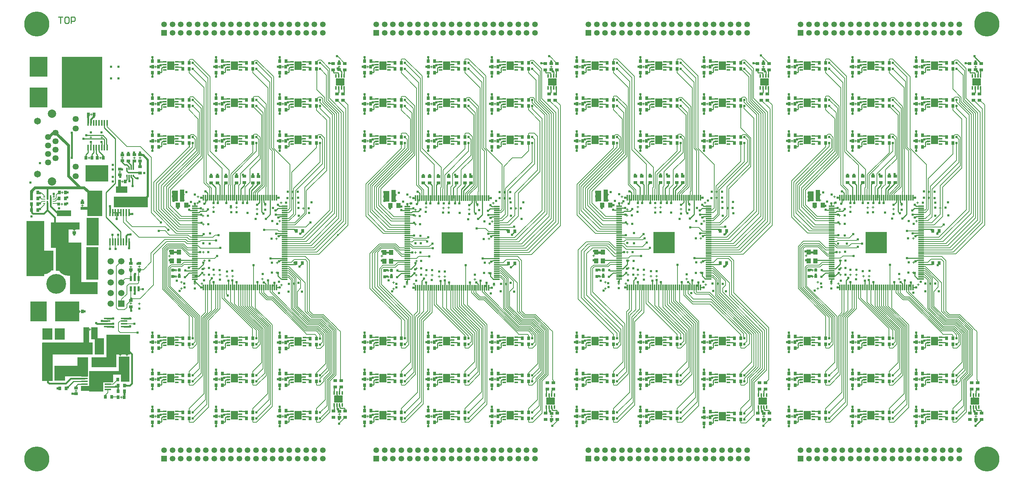
<source format=gtl>
G04*
G04 #@! TF.GenerationSoftware,Altium Limited,Altium Designer,18.1.7 (191)*
G04*
G04 Layer_Physical_Order=1*
G04 Layer_Color=255*
%FSLAX25Y25*%
%MOIN*%
G70*
G01*
G75*
%ADD10C,0.00787*%
%ADD13C,0.01500*%
%ADD16C,0.00500*%
%ADD17C,0.01000*%
%ADD19R,0.02756X0.03150*%
%ADD20R,0.03500X0.03000*%
%ADD21R,0.01181X0.05807*%
%ADD22R,0.05807X0.01181*%
%ADD23R,0.20276X0.20276*%
%ADD24R,0.03937X0.04921*%
%ADD25R,0.04331X0.05118*%
%ADD26R,0.03000X0.03500*%
%ADD27R,0.13386X0.19685*%
%ADD28R,0.06299X0.01181*%
%ADD29R,0.05906X0.05984*%
%ADD30R,0.12205X0.08661*%
%ADD31R,0.03543X0.03000*%
%ADD32R,0.07087X0.13386*%
%ADD33R,0.01772X0.05807*%
%ADD34R,0.03000X0.03543*%
%ADD35R,0.01772X0.06594*%
%ADD36R,0.11000X0.06299*%
%ADD37R,0.01181X0.01870*%
%ADD38R,0.09646X0.11024*%
%ADD39R,0.06000X0.01800*%
%ADD40R,0.02362X0.04921*%
%ADD41R,0.08661X0.12205*%
%ADD42R,0.05984X0.05906*%
%ADD43R,0.02362X0.00787*%
%ADD44R,0.01575X0.04134*%
%ADD45R,0.13780X0.06299*%
%ADD46R,0.38386X0.48031*%
%ADD47R,0.06693X0.08071*%
%ADD48R,0.03347X0.01378*%
%ADD49R,0.08071X0.06693*%
%ADD50R,0.01378X0.03347*%
%ADD51R,0.13386X0.07087*%
%ADD52R,0.06299X0.11000*%
%ADD99C,0.00700*%
%ADD100C,0.02500*%
%ADD101C,0.02000*%
%ADD102C,0.01200*%
%ADD103R,0.05707X0.09791*%
%ADD104R,0.04000X0.10836*%
%ADD105R,0.04000X0.11299*%
%ADD106R,0.05707X0.10000*%
%ADD107R,0.06320X0.02990*%
%ADD108R,0.31920X0.10090*%
%ADD109R,0.17000X0.19000*%
%ADD110R,0.13570X0.05340*%
%ADD111R,0.10032X0.14236*%
%ADD112R,0.21630X0.15700*%
%ADD113R,0.22590X0.18620*%
%ADD114R,0.15540X0.18770*%
%ADD115R,0.09500X0.04600*%
%ADD116R,0.10100X0.18200*%
%ADD117R,0.10800X0.10600*%
%ADD118R,0.18200X0.03700*%
%ADD119R,0.10100X0.36000*%
%ADD120R,0.05825X0.22423*%
%ADD121R,0.09743X0.30681*%
%ADD122R,0.08600X0.15679*%
%ADD123R,0.31400X0.10251*%
%ADD124R,0.10100X0.14202*%
%ADD125R,0.06234X0.11779*%
%ADD126R,0.08240X0.22900*%
%ADD127R,0.47709X0.11600*%
%ADD128R,0.23581X0.09743*%
%ADD129R,0.20935X0.18785*%
%ADD130R,0.14420X0.24290*%
%ADD131R,0.11710X0.26220*%
%ADD132R,0.11710X0.31000*%
%ADD133R,0.10910X0.22170*%
%ADD134R,0.26220X0.11710*%
%ADD135R,0.27165X0.06858*%
%ADD136R,0.16600X0.24100*%
%ADD137R,0.24400X0.26838*%
%ADD138R,0.17410X0.18600*%
%ADD139R,0.16600X0.51870*%
%ADD140C,0.06496*%
%ADD141C,0.07874*%
%ADD142C,0.05756*%
%ADD143C,0.01732*%
%ADD144C,0.21496*%
%ADD145C,0.18661*%
%ADD146C,0.23622*%
%ADD147C,0.05315*%
%ADD148R,0.05315X0.05315*%
%ADD149R,0.05906X0.05906*%
%ADD150C,0.05906*%
%ADD151C,0.02400*%
D10*
X52025Y93202D02*
G03*
X52025Y93202I-394J0D01*
G01*
D13*
X22196Y257799D02*
Y267636D01*
X45126Y320106D02*
X45129Y320109D01*
X45126Y296559D02*
Y320106D01*
X68126Y140559D02*
X68876Y139809D01*
X78496D02*
X78546Y139859D01*
X68876Y139809D02*
X78496D01*
X99079Y243559D02*
X102126D01*
X98939Y211306D02*
X99076Y211169D01*
X96384Y222844D02*
X97605Y224065D01*
X98943Y243695D02*
X99079Y243559D01*
X98939Y217293D02*
X98943Y217297D01*
X96384D02*
Y222844D01*
X97605Y224065D02*
X100222D01*
X100394Y224237D01*
X81029Y250852D02*
X81036Y250859D01*
X98943Y243695D02*
Y244761D01*
X98939Y211306D02*
Y217293D01*
X81029Y244761D02*
Y250852D01*
X862746Y227279D02*
Y227529D01*
X861218Y225751D02*
X862746Y227279D01*
X861218Y225015D02*
Y225751D01*
X861046Y224843D02*
X861218Y225015D01*
X661596Y196464D02*
X662346Y197214D01*
X661596Y195311D02*
Y196464D01*
X660068Y193783D02*
X661596Y195311D01*
X661696Y226764D02*
X662446Y227514D01*
X660315Y224090D02*
X661696Y225472D01*
Y226764D01*
X660315Y224090D02*
Y224090D01*
X295620Y223776D02*
X295687Y223708D01*
X738601Y207224D02*
X745097D01*
X338801Y207139D02*
X345298D01*
X538911Y206879D02*
X545407D01*
X22045Y247192D02*
X29126Y240111D01*
Y234559D02*
Y240111D01*
X104385Y168375D02*
Y172807D01*
X104343Y168334D02*
X104385Y168375D01*
Y172807D02*
X104426Y172848D01*
X100846Y196869D02*
X100872Y196895D01*
Y200981D01*
X100897Y201006D01*
X100836Y155849D02*
X100902Y155783D01*
Y152300D02*
Y155783D01*
Y152300D02*
X100968Y152234D01*
X339608Y207203D02*
X346104D01*
X139498Y207463D02*
X145994D01*
X539298Y207548D02*
X545794D01*
X739598Y207563D02*
X746094D01*
X28606Y232309D02*
X34766Y226149D01*
X22045Y247192D02*
X22190Y247337D01*
X18700Y243847D02*
X22045Y247192D01*
X22160Y253822D02*
X22190Y253792D01*
Y247337D02*
Y253792D01*
X7180Y248017D02*
X7431Y247765D01*
Y244895D02*
Y247765D01*
Y244895D02*
X8480Y243847D01*
X24916Y250901D02*
Y253822D01*
X7180Y248017D02*
Y253570D01*
X24916Y253822D02*
Y259137D01*
X30578Y245239D02*
X40679D01*
X24916Y250901D02*
X30578Y245239D01*
X8480Y243847D02*
X18700D01*
X83426Y137359D02*
X84026Y136759D01*
X78546Y137359D02*
X83426D01*
X84096Y139859D02*
X84126Y139829D01*
X78546Y139859D02*
X84096D01*
X83996Y144959D02*
X84026Y144929D01*
X78546Y144959D02*
X83996D01*
X94546Y137359D02*
X100196D01*
X100216Y137339D01*
X94546Y144959D02*
X100315D01*
X100383Y144891D01*
X73376Y142459D02*
X78546D01*
X60459Y337408D02*
X60600Y337549D01*
X60459Y329406D02*
Y337408D01*
X66112Y335825D02*
Y337549D01*
X63018Y332731D02*
X66112Y335825D01*
X63018Y329406D02*
Y332731D01*
X22576Y84499D02*
X23655Y83420D01*
X22376Y84499D02*
X22576D01*
X22169Y91708D02*
X22376Y91501D01*
X45576Y73799D02*
X45642Y73733D01*
X45868D01*
X45878Y73743D01*
X48976D01*
X22376Y84499D02*
Y91501D01*
X101776Y83699D02*
Y111199D01*
X44062Y88044D02*
X57143D01*
X99643Y81566D02*
X101776Y83699D01*
X39438Y83420D02*
X44062Y88044D01*
X99476Y113499D02*
X101776Y111199D01*
X23655Y83420D02*
X39438D01*
X94576Y81566D02*
X99643D01*
D16*
X102926Y296599D02*
X104926D01*
X103926Y295599D02*
Y297599D01*
X742376Y184619D02*
X744376D01*
X743376Y183619D02*
Y185619D01*
X542076Y184604D02*
X544076D01*
X543076Y183604D02*
Y185604D01*
X343386Y183259D02*
Y185259D01*
X342386Y184259D02*
X344386D01*
X46306Y228669D02*
X48306D01*
X47306Y227669D02*
Y229669D01*
X62356Y337549D02*
X64356D01*
X63356Y336549D02*
Y338549D01*
X124009Y381418D02*
Y383418D01*
X123009Y382418D02*
X125009D01*
X826546Y252185D02*
X828546D01*
X827546Y251185D02*
Y253185D01*
X862583Y249129D02*
X864583D01*
X863583Y248129D02*
Y250129D01*
X795312Y248687D02*
Y250687D01*
X794312Y249687D02*
X796312D01*
X784746Y185273D02*
Y187273D01*
X783746Y186273D02*
X785746D01*
X837246Y220429D02*
X839246D01*
X838246Y219429D02*
Y221429D01*
X824946Y181273D02*
Y183273D01*
X823946Y182273D02*
X825946D01*
X837696Y197720D02*
X839696D01*
X838696Y196720D02*
Y198720D01*
X819746Y247329D02*
Y249329D01*
X818746Y248329D02*
X820746D01*
X800346Y248829D02*
Y250829D01*
X799346Y249829D02*
X801346D01*
X778946Y249129D02*
Y251129D01*
X777946Y250129D02*
X779946D01*
X768146Y234129D02*
X770146D01*
X769146Y233129D02*
Y235129D01*
X768146Y207629D02*
X770146D01*
X769146Y206629D02*
Y208629D01*
X779046Y185229D02*
Y187229D01*
X778046Y186229D02*
X780046D01*
X791346Y183929D02*
Y185929D01*
X790346Y184929D02*
X792346D01*
X747390Y173229D02*
X749390D01*
X748390Y172229D02*
Y174229D01*
X834946Y175273D02*
Y177273D01*
X833946Y176273D02*
X835946D01*
X768846Y186329D02*
X770846D01*
X769846Y185329D02*
Y187329D01*
X768946Y192429D02*
X770946D01*
X769946Y191429D02*
Y193429D01*
X767946Y247829D02*
X769946D01*
X768946Y246829D02*
Y248829D01*
X767846Y242129D02*
X769846D01*
X768846Y241129D02*
Y243129D01*
X747346Y179329D02*
X749346D01*
X748346Y178329D02*
Y180329D01*
X841346Y254229D02*
X843346D01*
X842346Y253229D02*
Y255229D01*
X837446Y188229D02*
X839446D01*
X838446Y187229D02*
Y189229D01*
X842946Y175773D02*
Y177773D01*
X841946Y176773D02*
X843946D01*
X795746Y185029D02*
X797746D01*
X796746Y184029D02*
Y186029D01*
X767746Y177029D02*
Y179029D01*
X766746Y178029D02*
X768746D01*
X769046Y199629D02*
X771046D01*
X770046Y198629D02*
Y200629D01*
X841246Y236029D02*
Y238029D01*
X840246Y237029D02*
X842246D01*
X761146Y176929D02*
Y178929D01*
X760146Y177929D02*
X762146D01*
X763946Y252829D02*
Y254829D01*
X762946Y253829D02*
X764946D01*
X853146Y257729D02*
Y259729D01*
X852146Y258729D02*
X854146D01*
X772528Y255797D02*
Y257797D01*
X771528Y256797D02*
X773528D01*
X854446Y176829D02*
Y178829D01*
X853446Y177829D02*
X855446D01*
X763046Y260029D02*
X765046D01*
X764046Y259029D02*
Y261029D01*
X749546Y262029D02*
X751546D01*
X750546Y261029D02*
Y263029D01*
X852146Y264529D02*
X854146D01*
X853146Y263529D02*
Y265529D01*
X749546Y256529D02*
X751546D01*
X750546Y255529D02*
Y257529D01*
X543076Y189534D02*
Y191534D01*
X542076Y190534D02*
X544076D01*
X536946Y203070D02*
Y205070D01*
X535946Y204070D02*
X537946D01*
X109516Y295569D02*
Y297569D01*
X108516Y296569D02*
X110516D01*
X91877Y296599D02*
X93877D01*
X92877Y295599D02*
Y297599D01*
X89496Y283279D02*
X91496D01*
X90496Y282279D02*
Y284279D01*
X92752Y273319D02*
Y275319D01*
X91752Y274319D02*
X93752D01*
X35898Y251973D02*
Y253973D01*
X34898Y252973D02*
X36898D01*
X124009Y311418D02*
Y313418D01*
X123009Y312418D02*
X125009D01*
X724009Y121418D02*
Y123418D01*
X723009Y122418D02*
X725009D01*
X723009D02*
X725009D01*
X724009Y121418D02*
Y123418D01*
X342386Y190189D02*
X344386D01*
X343386Y189189D02*
Y191189D01*
X347356Y178969D02*
X349356D01*
X348356Y177969D02*
Y179969D01*
X368856Y185969D02*
X370856D01*
X369856Y184969D02*
Y186969D01*
X368956Y192069D02*
X370956D01*
X369956Y191069D02*
Y193069D01*
X368156Y233769D02*
X370156D01*
X369156Y232769D02*
Y234769D01*
X367856Y241769D02*
X369856D01*
X368856Y240769D02*
Y242769D01*
X391356Y183569D02*
Y185569D01*
X390356Y184569D02*
X392356D01*
X453456Y177469D02*
X455456D01*
X454456Y176469D02*
Y178469D01*
X452156Y258369D02*
X454156D01*
X453156Y257369D02*
Y259369D01*
X452156Y264169D02*
X454156D01*
X453156Y263169D02*
Y265169D01*
X347400Y172869D02*
X349400D01*
X348400Y171869D02*
Y173869D01*
X362956Y253469D02*
X364956D01*
X363956Y252469D02*
Y254469D01*
X367756Y176669D02*
Y178669D01*
X366756Y177669D02*
X368756D01*
X368156Y207269D02*
X370156D01*
X369156Y206269D02*
Y208269D01*
X369056Y199269D02*
X371056D01*
X370056Y198269D02*
Y200269D01*
X363056Y259669D02*
X365056D01*
X364056Y258669D02*
Y260669D01*
X384756Y184913D02*
Y186913D01*
X383756Y185913D02*
X385756D01*
X400356Y248469D02*
Y250469D01*
X399356Y249469D02*
X401356D01*
X437456Y187869D02*
X439456D01*
X438456Y186869D02*
Y188869D01*
X437256Y220069D02*
X439256D01*
X438256Y219069D02*
Y221069D01*
X441356Y253869D02*
X443356D01*
X442356Y252869D02*
Y254869D01*
X367956Y247469D02*
X369956D01*
X368956Y246469D02*
Y248469D01*
X336256Y203725D02*
X338256D01*
X337256Y202725D02*
Y204725D01*
X349556Y256169D02*
X351556D01*
X350556Y255169D02*
Y257169D01*
X372538Y255437D02*
Y257437D01*
X371538Y256437D02*
X373538D01*
X396756Y183669D02*
Y185669D01*
X395756Y184669D02*
X397756D01*
X424956Y180913D02*
Y182913D01*
X423956Y181913D02*
X425956D01*
X434956Y174913D02*
Y176913D01*
X433956Y175913D02*
X435956D01*
X442956Y175413D02*
Y177413D01*
X441956Y176413D02*
X443956D01*
X441256Y235669D02*
Y237669D01*
X440256Y236669D02*
X442256D01*
X419756Y246969D02*
Y248969D01*
X418756Y247969D02*
X420756D01*
X427556Y250825D02*
Y252825D01*
X426556Y251825D02*
X428556D01*
X462593Y248769D02*
X464593D01*
X463593Y247769D02*
Y249769D01*
X349556Y261669D02*
X351556D01*
X350556Y260669D02*
Y262669D01*
X379056Y184869D02*
Y186869D01*
X378056Y185869D02*
X380056D01*
X361156Y176569D02*
Y178569D01*
X360156Y177569D02*
X362156D01*
X378956Y248769D02*
Y250769D01*
X377956Y249769D02*
X379956D01*
X395322Y248327D02*
Y250327D01*
X394322Y249327D02*
X396322D01*
X437706Y197360D02*
X439706D01*
X438706Y196360D02*
Y198360D01*
X495985Y382676D02*
X497985D01*
X496985Y381676D02*
Y383676D01*
X324009Y311418D02*
Y313418D01*
X323009Y312418D02*
X325009D01*
X724009Y311418D02*
Y313418D01*
X723009Y312418D02*
X725009D01*
X324009Y346418D02*
Y348418D01*
X323009Y347418D02*
X325009D01*
X524009Y346418D02*
Y348418D01*
X523009Y347418D02*
X525009D01*
X724009Y346418D02*
Y348418D01*
X723009Y347418D02*
X725009D01*
X324009Y381418D02*
Y383418D01*
X323009Y382418D02*
X325009D01*
X524009Y381418D02*
Y383418D01*
X523009Y382418D02*
X525009D01*
X724009Y381418D02*
Y383418D01*
X723009Y382418D02*
X725009D01*
X384009Y311418D02*
Y313418D01*
X383009Y312418D02*
X385009D01*
X584009Y311418D02*
Y313418D01*
X583009Y312418D02*
X585009D01*
X784009Y311418D02*
Y313418D01*
X783009Y312418D02*
X785009D01*
X384009Y346418D02*
Y348418D01*
X383009Y347418D02*
X385009D01*
X584009Y346418D02*
Y348418D01*
X583009Y347418D02*
X585009D01*
X784009Y346418D02*
Y348418D01*
X783009Y347418D02*
X785009D01*
X384009Y381418D02*
Y383418D01*
X383009Y382418D02*
X385009D01*
X584009Y381418D02*
Y383418D01*
X583009Y382418D02*
X585009D01*
X784009Y381418D02*
Y383418D01*
X783009Y382418D02*
X785009D01*
X444009Y311418D02*
Y313418D01*
X443009Y312418D02*
X445009D01*
X644009Y311418D02*
Y313418D01*
X643009Y312418D02*
X645009D01*
X844009Y311418D02*
Y313418D01*
X843009Y312418D02*
X845009D01*
X444009Y346418D02*
Y348418D01*
X443009Y347418D02*
X445009D01*
X644009Y346418D02*
Y348418D01*
X643009Y347418D02*
X645009D01*
X844009Y346418D02*
Y348418D01*
X843009Y347418D02*
X845009D01*
X444009Y381418D02*
Y383418D01*
X443009Y382418D02*
X445009D01*
X644009Y381418D02*
Y383418D01*
X643009Y382418D02*
X645009D01*
X844009Y381418D02*
Y383418D01*
X843009Y382418D02*
X845009D01*
X324009Y121418D02*
Y123418D01*
X323009Y122418D02*
X325009D01*
X524009Y121418D02*
Y123418D01*
X523009Y122418D02*
X525009D01*
X324009Y86418D02*
Y88418D01*
X323009Y87418D02*
X325009D01*
X524009Y86418D02*
Y88418D01*
X523009Y87418D02*
X525009D01*
X724009Y86418D02*
Y88418D01*
X723009Y87418D02*
X725009D01*
X323009Y52418D02*
X325009D01*
X324009Y51418D02*
Y53418D01*
X523009Y52418D02*
X525009D01*
X524009Y51418D02*
Y53418D01*
X723009Y52418D02*
X725009D01*
X724009Y51418D02*
Y53418D01*
X384009Y121418D02*
Y123418D01*
X383009Y122418D02*
X385009D01*
X584009Y121418D02*
Y123418D01*
X583009Y122418D02*
X585009D01*
X784009Y121418D02*
Y123418D01*
X783009Y122418D02*
X785009D01*
X384009Y86418D02*
Y88418D01*
X383009Y87418D02*
X385009D01*
X584009Y86418D02*
Y88418D01*
X583009Y87418D02*
X585009D01*
X784009Y86418D02*
Y88418D01*
X783009Y87418D02*
X785009D01*
X384009Y51418D02*
Y53418D01*
X383009Y52418D02*
X385009D01*
X584009Y51418D02*
Y53418D01*
X583009Y52418D02*
X585009D01*
X784009Y51418D02*
Y53418D01*
X783009Y52418D02*
X785009D01*
X444009Y121418D02*
Y123418D01*
X443009Y122418D02*
X445009D01*
X644009Y121418D02*
Y123418D01*
X643009Y122418D02*
X645009D01*
X844009Y121418D02*
Y123418D01*
X843009Y122418D02*
X845009D01*
X444009Y86418D02*
Y88418D01*
X443009Y87418D02*
X445009D01*
X644009Y86418D02*
Y88418D01*
X643009Y87418D02*
X645009D01*
X844009Y86418D02*
Y88418D01*
X843009Y87418D02*
X845009D01*
X444009Y51418D02*
Y53418D01*
X443009Y52418D02*
X445009D01*
X644009Y50418D02*
Y52418D01*
X643009Y51418D02*
X645009D01*
X844009D02*
Y53418D01*
X843009Y52418D02*
X845009D01*
X524009Y311418D02*
Y313418D01*
X523009Y312418D02*
X525009D01*
X143276Y183519D02*
Y185519D01*
X142276Y184519D02*
X144276D01*
X143276Y189449D02*
Y191449D01*
X142276Y190449D02*
X144276D01*
X137146Y202985D02*
Y204985D01*
X136146Y203985D02*
X138146D01*
X123009Y87418D02*
X125009D01*
X124009Y86418D02*
Y88418D01*
X123009Y122418D02*
X125009D01*
X124009Y121418D02*
Y123418D01*
X123009Y52418D02*
X125009D01*
X124009Y51418D02*
Y53418D01*
X183009Y122418D02*
X185009D01*
X184009Y121418D02*
Y123418D01*
X183009Y87418D02*
X185009D01*
X184009Y86418D02*
Y88418D01*
X183009Y52418D02*
X185009D01*
X184009Y51418D02*
Y53418D01*
X243126Y122059D02*
X245126D01*
X244126Y121059D02*
Y123059D01*
X243009Y87418D02*
X245009D01*
X244009Y86418D02*
Y88418D01*
X243009Y52418D02*
X245009D01*
X244009Y51418D02*
Y53418D01*
X123009Y122418D02*
X125009D01*
X124009Y121418D02*
Y123418D01*
X297267Y53442D02*
Y55442D01*
X296267Y54442D02*
X298267D01*
X243009Y52418D02*
X245009D01*
X244009Y51418D02*
Y53418D01*
X243009Y87418D02*
X245009D01*
X244009Y86418D02*
Y88418D01*
X243126Y122059D02*
X245126D01*
X244126Y121059D02*
Y123059D01*
X183009Y52418D02*
X185009D01*
X184009Y51418D02*
Y53418D01*
X183009Y87418D02*
X185009D01*
X184009Y86418D02*
Y88418D01*
X183009Y122418D02*
X185009D01*
X184009Y121418D02*
Y123418D01*
X123009Y52418D02*
X125009D01*
X124009Y51418D02*
Y53418D01*
X123009Y87418D02*
X125009D01*
X124009Y86418D02*
Y88418D01*
X184009Y381418D02*
Y383418D01*
X183009Y382418D02*
X185009D01*
X123009Y312418D02*
X125009D01*
X124009Y311418D02*
Y313418D01*
X243009Y312418D02*
X245009D01*
X244009Y311418D02*
Y313418D01*
X123009Y382418D02*
X125009D01*
X124009Y381418D02*
Y383418D01*
X243009Y382418D02*
X245009D01*
X244009Y381418D02*
Y383418D01*
X123009Y347418D02*
X125009D01*
X124009Y346418D02*
Y348418D01*
X243009Y347418D02*
X245009D01*
X244009Y346418D02*
Y348418D01*
X183009Y312418D02*
X185009D01*
X184009Y311418D02*
Y313418D01*
X183009Y382418D02*
X185009D01*
X184009Y381418D02*
Y383418D01*
X183009Y347418D02*
X185009D01*
X184009Y346418D02*
Y348418D01*
X243009Y312418D02*
X245009D01*
X244009Y311418D02*
Y313418D01*
X243009Y382418D02*
X245009D01*
X244009Y381418D02*
Y383418D01*
X123009Y347418D02*
X125009D01*
X124009Y346418D02*
Y348418D01*
X243009Y347418D02*
X245009D01*
X244009Y346418D02*
Y348418D01*
X183009Y312418D02*
X185009D01*
X184009Y311418D02*
Y313418D01*
X296985Y381676D02*
Y383676D01*
X295985Y382676D02*
X297985D01*
X183009Y347418D02*
X185009D01*
X184009Y346418D02*
Y348418D01*
X723009Y312418D02*
X725009D01*
X724009Y311418D02*
Y313418D01*
X523009Y312418D02*
X525009D01*
X524009Y311418D02*
Y313418D01*
X323009Y312418D02*
X325009D01*
X324009Y311418D02*
Y313418D01*
X897267Y51442D02*
Y53442D01*
X896267Y52442D02*
X898267D01*
X697267Y51442D02*
Y53442D01*
X696267Y52442D02*
X698267D01*
X497267Y51442D02*
Y53442D01*
X496267Y52442D02*
X498267D01*
X843009Y52418D02*
X845009D01*
X844009Y51418D02*
Y53418D01*
X643009Y51418D02*
X645009D01*
X644009Y50418D02*
Y52418D01*
X443009D02*
X445009D01*
X444009Y51418D02*
Y53418D01*
X843009Y87418D02*
X845009D01*
X844009Y86418D02*
Y88418D01*
X643009Y87418D02*
X645009D01*
X644009Y86418D02*
Y88418D01*
X443009Y87418D02*
X445009D01*
X444009Y86418D02*
Y88418D01*
X843009Y122418D02*
X845009D01*
X844009Y121418D02*
Y123418D01*
X643009Y122418D02*
X645009D01*
X644009Y121418D02*
Y123418D01*
X443009Y122418D02*
X445009D01*
X444009Y121418D02*
Y123418D01*
X783009Y52418D02*
X785009D01*
X784009Y51418D02*
Y53418D01*
X583009Y52418D02*
X585009D01*
X584009Y51418D02*
Y53418D01*
X383009Y52418D02*
X385009D01*
X384009Y51418D02*
Y53418D01*
X783009Y87418D02*
X785009D01*
X784009Y86418D02*
Y88418D01*
X583009Y87418D02*
X585009D01*
X584009Y86418D02*
Y88418D01*
X383009Y87418D02*
X385009D01*
X384009Y86418D02*
Y88418D01*
X783009Y122418D02*
X785009D01*
X784009Y121418D02*
Y123418D01*
X583009Y122418D02*
X585009D01*
X584009Y121418D02*
Y123418D01*
X383009Y122418D02*
X385009D01*
X384009Y121418D02*
Y123418D01*
X723009Y52418D02*
X725009D01*
X724009Y51418D02*
Y53418D01*
X523009Y52418D02*
X525009D01*
X524009Y51418D02*
Y53418D01*
X323009Y52418D02*
X325009D01*
X324009Y51418D02*
Y53418D01*
X723009Y87418D02*
X725009D01*
X724009Y86418D02*
Y88418D01*
X523009Y87418D02*
X525009D01*
X524009Y86418D02*
Y88418D01*
X323009Y87418D02*
X325009D01*
X324009Y86418D02*
Y88418D01*
X523009Y122418D02*
X525009D01*
X524009Y121418D02*
Y123418D01*
X323009Y122418D02*
X325009D01*
X324009Y121418D02*
Y123418D01*
X896985Y381676D02*
Y383676D01*
X895985Y382676D02*
X897985D01*
X696985Y381676D02*
Y383676D01*
X695985Y382676D02*
X697985D01*
X843009Y382418D02*
X845009D01*
X844009Y381418D02*
Y383418D01*
X643009Y382418D02*
X645009D01*
X644009Y381418D02*
Y383418D01*
X443009Y382418D02*
X445009D01*
X444009Y381418D02*
Y383418D01*
X843009Y347418D02*
X845009D01*
X844009Y346418D02*
Y348418D01*
X643009Y347418D02*
X645009D01*
X644009Y346418D02*
Y348418D01*
X443009Y347418D02*
X445009D01*
X444009Y346418D02*
Y348418D01*
X843009Y312418D02*
X845009D01*
X844009Y311418D02*
Y313418D01*
X643009Y312418D02*
X645009D01*
X644009Y311418D02*
Y313418D01*
X443009Y312418D02*
X445009D01*
X444009Y311418D02*
Y313418D01*
X783009Y382418D02*
X785009D01*
X784009Y381418D02*
Y383418D01*
X583009Y382418D02*
X585009D01*
X584009Y381418D02*
Y383418D01*
X383009Y382418D02*
X385009D01*
X384009Y381418D02*
Y383418D01*
X783009Y347418D02*
X785009D01*
X784009Y346418D02*
Y348418D01*
X583009Y347418D02*
X585009D01*
X584009Y346418D02*
Y348418D01*
X383009Y347418D02*
X385009D01*
X384009Y346418D02*
Y348418D01*
X783009Y312418D02*
X785009D01*
X784009Y311418D02*
Y313418D01*
X583009Y312418D02*
X585009D01*
X584009Y311418D02*
Y313418D01*
X383009Y312418D02*
X385009D01*
X384009Y311418D02*
Y313418D01*
X723009Y382418D02*
X725009D01*
X724009Y381418D02*
Y383418D01*
X523009Y382418D02*
X525009D01*
X524009Y381418D02*
Y383418D01*
X323009Y382418D02*
X325009D01*
X324009Y381418D02*
Y383418D01*
X723009Y347418D02*
X725009D01*
X724009Y346418D02*
Y348418D01*
X523009Y347418D02*
X525009D01*
X524009Y346418D02*
Y348418D01*
X323009Y347418D02*
X325009D01*
X324009Y346418D02*
Y348418D01*
X100836Y158093D02*
Y160093D01*
X99836Y159093D02*
X101836D01*
X100846Y192625D02*
Y194625D01*
X99846Y193625D02*
X101846D01*
X108806Y157849D02*
Y159849D01*
X107806Y158849D02*
X109806D01*
X108706Y192839D02*
Y194839D01*
X107706Y193839D02*
X109706D01*
X262483Y249029D02*
X264483D01*
X263483Y248029D02*
Y250029D01*
X195212Y248587D02*
Y250587D01*
X194212Y249587D02*
X196212D01*
X184646Y185173D02*
Y187173D01*
X183646Y186173D02*
X185646D01*
X237146Y220329D02*
X239146D01*
X238146Y219329D02*
Y221329D01*
X224846Y181173D02*
Y183173D01*
X223846Y182173D02*
X225846D01*
X237596Y197620D02*
X239596D01*
X238596Y196620D02*
Y198620D01*
X219646Y247229D02*
Y249229D01*
X218646Y248229D02*
X220646D01*
X200246Y248729D02*
Y250729D01*
X199246Y249729D02*
X201246D01*
X178846Y249029D02*
Y251029D01*
X177846Y250029D02*
X179846D01*
X168046Y234029D02*
X170046D01*
X169046Y233029D02*
Y235029D01*
X168046Y207529D02*
X170046D01*
X169046Y206529D02*
Y208529D01*
X178946Y185129D02*
Y187129D01*
X177946Y186129D02*
X179946D01*
X191246Y183829D02*
Y185829D01*
X190246Y184829D02*
X192246D01*
X147290Y173129D02*
X149290D01*
X148290Y172129D02*
Y174129D01*
X234846Y175173D02*
Y177173D01*
X233846Y176173D02*
X235846D01*
X168746Y186229D02*
X170746D01*
X169746Y185229D02*
Y187229D01*
X168846Y192329D02*
X170846D01*
X169846Y191329D02*
Y193329D01*
X167846Y247729D02*
X169846D01*
X168846Y246729D02*
Y248729D01*
X167746Y242029D02*
X169746D01*
X168746Y241029D02*
Y243029D01*
X147246Y179229D02*
X149246D01*
X148246Y178229D02*
Y180229D01*
X241246Y254129D02*
X243246D01*
X242246Y253129D02*
Y255129D01*
X237346Y188129D02*
X239346D01*
X238346Y187129D02*
Y189129D01*
X242846Y175673D02*
Y177673D01*
X241846Y176673D02*
X243846D01*
X196646Y183929D02*
Y185929D01*
X195646Y184929D02*
X197646D01*
X167646Y176929D02*
Y178929D01*
X166646Y177929D02*
X168646D01*
X168946Y199529D02*
X170946D01*
X169946Y198529D02*
Y200529D01*
X241146Y235929D02*
Y237929D01*
X240146Y236929D02*
X242146D01*
X161046Y176829D02*
Y178829D01*
X160046Y177829D02*
X162046D01*
X162846Y253729D02*
X164846D01*
X163846Y252729D02*
Y254729D01*
X252046Y258629D02*
X254046D01*
X253046Y257629D02*
Y259629D01*
X172428Y255697D02*
Y257697D01*
X171428Y256697D02*
X173428D01*
X253346Y177729D02*
X255346D01*
X254346Y176729D02*
Y178729D01*
X162946Y259929D02*
X164946D01*
X163946Y258929D02*
Y260929D01*
X149446Y261929D02*
X151446D01*
X150446Y260929D02*
Y262929D01*
X252046Y264429D02*
X254046D01*
X253046Y263429D02*
Y265429D01*
X227446Y251085D02*
Y253085D01*
X226446Y252085D02*
X228446D01*
X149446Y256429D02*
X151446D01*
X150446Y255429D02*
Y257429D01*
X663283Y248114D02*
Y250114D01*
X662283Y249114D02*
X664283D01*
X594012Y249672D02*
X596012D01*
X595012Y248672D02*
Y250672D01*
X583446Y186258D02*
X585446D01*
X584446Y185258D02*
Y187258D01*
X637946Y219414D02*
Y221414D01*
X636946Y220414D02*
X638946D01*
X623646Y182258D02*
X625646D01*
X624646Y181258D02*
Y183258D01*
X638396Y196705D02*
Y198705D01*
X637396Y197705D02*
X639396D01*
X618446Y248314D02*
X620446D01*
X619446Y247314D02*
Y249314D01*
X599046Y249814D02*
X601046D01*
X600046Y248814D02*
Y250814D01*
X577646Y250114D02*
X579646D01*
X578646Y249114D02*
Y251114D01*
X568846Y233114D02*
Y235114D01*
X567846Y234114D02*
X569846D01*
X568846Y206614D02*
Y208614D01*
X567846Y207614D02*
X569846D01*
X577746Y186214D02*
X579746D01*
X578746Y185214D02*
Y187214D01*
X590046Y184914D02*
X592046D01*
X591046Y183914D02*
Y185914D01*
X548090Y172214D02*
Y174214D01*
X547090Y173214D02*
X549090D01*
X633646Y176258D02*
X635646D01*
X634646Y175258D02*
Y177258D01*
X569546Y185314D02*
Y187314D01*
X568546Y186314D02*
X570546D01*
X569646Y191414D02*
Y193414D01*
X568646Y192414D02*
X570646D01*
X568646Y246814D02*
Y248814D01*
X567646Y247814D02*
X569646D01*
X568546Y241114D02*
Y243114D01*
X567546Y242114D02*
X569546D01*
X548046Y178314D02*
Y180314D01*
X547046Y179314D02*
X549046D01*
X642046Y253214D02*
Y255214D01*
X641046Y254214D02*
X643046D01*
X638146Y187214D02*
Y189214D01*
X637146Y188214D02*
X639146D01*
X641646Y176758D02*
X643646D01*
X642646Y175758D02*
Y177758D01*
X595446Y185014D02*
X597446D01*
X596446Y184014D02*
Y186014D01*
X566446Y178014D02*
X568446D01*
X567446Y177014D02*
Y179014D01*
X569746Y198614D02*
Y200614D01*
X568746Y199614D02*
X570746D01*
X639946Y237014D02*
X641946D01*
X640946Y236014D02*
Y238014D01*
X559846Y177914D02*
X561846D01*
X560846Y176914D02*
Y178914D01*
X563646Y252814D02*
Y254814D01*
X562646Y253814D02*
X564646D01*
X652846Y257714D02*
Y259714D01*
X651846Y258714D02*
X653846D01*
X571228Y256782D02*
X573228D01*
X572228Y255782D02*
Y257782D01*
X654146Y176814D02*
Y178814D01*
X653146Y177814D02*
X655146D01*
X563746Y259014D02*
Y261014D01*
X562746Y260014D02*
X564746D01*
X550246Y261014D02*
Y263014D01*
X549246Y262014D02*
X551246D01*
X652846Y263514D02*
Y265514D01*
X651846Y264514D02*
X653846D01*
X626246Y252170D02*
X628246D01*
X627246Y251170D02*
Y253170D01*
X550246Y255514D02*
Y257514D01*
X549246Y256514D02*
X551246D01*
X742376Y190549D02*
X744376D01*
X743376Y189549D02*
Y191549D01*
X36160Y262889D02*
Y264889D01*
X35160Y263889D02*
X37160D01*
X63126Y314709D02*
Y316709D01*
X62126Y315709D02*
X64126D01*
X73366Y314709D02*
Y316709D01*
X72366Y315709D02*
X74366D01*
X55116Y250499D02*
Y252499D01*
X54116Y251499D02*
X56116D01*
X51350Y151549D02*
X53350D01*
X52350Y150549D02*
Y152549D01*
X47976Y76499D02*
X49976D01*
X48976Y75499D02*
Y77499D01*
X62132Y133699D02*
Y135699D01*
X61132Y134699D02*
X63132D01*
X91576Y69699D02*
Y71699D01*
X90576Y70699D02*
X92576D01*
X95976Y110399D02*
X97976D01*
X96976Y109399D02*
Y111399D01*
X89698Y110399D02*
X91698D01*
X90698Y109399D02*
Y111399D01*
X736246Y204085D02*
X738246D01*
X737246Y203085D02*
Y205085D01*
X61246Y295669D02*
Y297669D01*
X60246Y296669D02*
X62246D01*
X71952Y295489D02*
Y297489D01*
X70952Y296489D02*
X72952D01*
D17*
X87402Y238189D02*
Y244736D01*
X87427Y244761D02*
X88706D01*
X86147D02*
X87427D01*
X87402Y244736D02*
X87427Y244761D01*
X91182Y217381D02*
Y226759D01*
X77530Y240410D02*
X91182Y226759D01*
X77530Y240410D02*
Y263765D01*
X86226Y272461D01*
X88706Y244761D02*
X91265D01*
X83588D02*
X86147D01*
X121054Y352964D02*
Y356572D01*
X424252Y245273D02*
X425756Y243769D01*
X424252Y245273D02*
Y258469D01*
X97131Y275942D02*
Y279679D01*
X95508Y274319D02*
X97131Y275942D01*
X462656Y196619D02*
Y196869D01*
X459118Y193081D02*
X462656Y196619D01*
X459074Y193081D02*
X459118D01*
X462756Y226919D02*
Y227169D01*
X460062Y224225D02*
X462756Y226919D01*
X460062Y223983D02*
Y224225D01*
X262646Y227179D02*
Y227429D01*
X260423Y224956D02*
X262646Y227179D01*
X260244Y224956D02*
X260423D01*
X262546Y196879D02*
Y197129D01*
X259796Y194129D02*
X262546Y196879D01*
X259796Y193758D02*
Y194129D01*
X161197Y207595D02*
X166092D01*
X167981Y223343D02*
X169045Y224407D01*
X161197Y223343D02*
X167981D01*
X169045Y224407D02*
X169267D01*
X361307Y242768D02*
X361362Y242714D01*
X361307Y248674D02*
X361332Y248698D01*
X367677Y187569D02*
X368056D01*
X366777Y186669D02*
X367677Y187569D01*
X366756Y186669D02*
X366777D01*
X364784Y184697D02*
X366756Y186669D01*
X367278Y242714D02*
X367333Y242659D01*
X366962Y248698D02*
X366986Y248723D01*
X370288Y252922D02*
X370302D01*
X436060Y178073D02*
X436156Y178169D01*
X437456Y246569D02*
X439561Y248674D01*
X436060Y173921D02*
X436063Y173918D01*
X436060Y173921D02*
Y178073D01*
X361307Y184697D02*
X364784D01*
X361362Y242714D02*
X367278D01*
X361332Y248698D02*
X366962D01*
X439561Y248674D02*
X445858D01*
X371102Y253722D02*
Y258469D01*
X370302Y252922D02*
X371102Y253722D01*
X161197Y243028D02*
X161252Y242974D01*
X161197Y248934D02*
X161222Y248958D01*
X167567Y187829D02*
X167946D01*
X166667Y186929D02*
X167567Y187829D01*
X166646Y186929D02*
X166667D01*
X164674Y184957D02*
X166646Y186929D01*
X167168Y242974D02*
X167223Y242919D01*
X166852Y248958D02*
X166876Y248983D01*
X237346Y246829D02*
X239451Y248934D01*
X170992Y253982D02*
Y258729D01*
X170192Y253182D02*
X170992Y253982D01*
X170178Y253182D02*
X170192D01*
X161197Y184957D02*
X164674D01*
X161252Y242974D02*
X167168D01*
X161222Y248958D02*
X166852D01*
X235949Y178333D02*
X236046Y178429D01*
X235949Y174181D02*
X235953Y174178D01*
X235949Y174181D02*
Y178333D01*
X239451Y248934D02*
X245748D01*
X566652Y249043D02*
X566676Y249068D01*
X561022Y249043D02*
X566652D01*
X560997Y249019D02*
X561022Y249043D01*
X566968Y243059D02*
X567023Y243004D01*
X561052Y243059D02*
X566968D01*
X560997Y243113D02*
X561052Y243059D01*
X567367Y187914D02*
X567746D01*
X566467Y187014D02*
X567367Y187914D01*
X566446Y187014D02*
X566467D01*
X564474Y185042D02*
X566446Y187014D01*
X560997Y185042D02*
X564474D01*
X635749Y178418D02*
X635846Y178514D01*
X635749Y174266D02*
X635753Y174263D01*
X635749Y174266D02*
Y178418D01*
X639251Y249019D02*
X645548D01*
X637146Y246914D02*
X639251Y249019D01*
X570792Y254067D02*
Y258814D01*
X569992Y253267D02*
X570792Y254067D01*
X569978Y253267D02*
X569992D01*
X761297Y249034D02*
X761322Y249058D01*
X767667Y187929D02*
X768046D01*
X766952Y249058D02*
X766976Y249083D01*
X770278Y253282D02*
X770292D01*
X771092Y254082D01*
Y258829D01*
X836049Y174281D02*
X836053Y174278D01*
X836049Y174281D02*
Y178433D01*
X836146Y178529D01*
X837446Y246929D02*
X839551Y249034D01*
X761297Y243128D02*
X761352Y243074D01*
X766767Y187029D02*
X767667Y187929D01*
X766746Y187029D02*
X766767D01*
X767268Y243074D02*
X767323Y243019D01*
X761297Y185057D02*
X764774D01*
X761322Y249058D02*
X766952D01*
X839551Y249034D02*
X845848D01*
X764774Y185057D02*
X766746Y187029D01*
X761352Y243074D02*
X767268D01*
X761322Y235229D02*
X767432D01*
X841185Y241160D02*
X845848D01*
X841536Y223469D02*
X845822D01*
X841930Y199909D02*
X845761D01*
X819841Y252241D02*
X822274Y254673D01*
X828088Y174368D02*
X828179Y174278D01*
X761297Y207695D02*
X766192D01*
X761319Y191969D02*
X764986D01*
X826598Y179081D02*
X828088Y177591D01*
X826291Y179081D02*
X826598D01*
X792796Y174328D02*
Y180479D01*
X775029Y174278D02*
Y180712D01*
X767432Y235229D02*
X767704Y235500D01*
X761297Y235254D02*
X761322Y235229D01*
X845822Y223469D02*
X845848Y223443D01*
X845761Y199909D02*
X845848Y199821D01*
X839869Y240223D02*
X840248D01*
X841185Y241160D01*
X840251Y222510D02*
X840577D01*
X841536Y223469D01*
X840873Y198852D02*
X841930Y199909D01*
X840494Y198852D02*
X840873D01*
X822274Y254673D02*
Y258829D01*
X828088Y174368D02*
Y177591D01*
X800620Y253934D02*
Y258829D01*
X792796Y180479D02*
X792846Y180529D01*
X792746Y174278D02*
X792796Y174328D01*
X778966Y253934D02*
Y258829D01*
X775029Y180712D02*
X777152Y182835D01*
Y183048D01*
X761297Y191947D02*
X761319Y191969D01*
X578666Y253919D02*
Y258814D01*
X600320Y253919D02*
Y258814D01*
X619541Y252226D02*
X621974Y254658D01*
Y258814D01*
X639570Y240208D02*
X639948D01*
X640885Y241145D01*
X645548D01*
X640277Y222495D02*
X641236Y223454D01*
X639951Y222495D02*
X640277D01*
X641236Y223454D02*
X645522D01*
X645548Y223428D01*
X640194Y198837D02*
X640573D01*
X641630Y199894D01*
X645461D01*
X645548Y199806D01*
X625991Y179066D02*
X626298D01*
X627788Y177576D01*
Y174353D02*
X627879Y174263D01*
X627788Y174353D02*
Y177576D01*
X592446Y174263D02*
X592496Y174313D01*
Y180464D02*
X592546Y180514D01*
X592496Y174313D02*
Y180464D01*
X574729Y174263D02*
Y180698D01*
X576852Y182820D01*
Y183034D01*
X560997Y191932D02*
X561019Y191954D01*
X564686D01*
X560997Y207680D02*
X565892D01*
X560997Y235239D02*
X561022Y235214D01*
X567133D01*
X567404Y235485D01*
X219741Y252141D02*
X222174Y254573D01*
X241085Y241060D02*
X245748D01*
X241436Y223369D02*
X245722D01*
X241830Y199809D02*
X245660D01*
X226498Y178981D02*
X227989Y177491D01*
Y174268D02*
X228079Y174178D01*
X227989Y174268D02*
Y177491D01*
X161222Y235129D02*
X167332D01*
X161219Y191869D02*
X164886D01*
X200520Y253834D02*
Y258729D01*
X178867Y253834D02*
Y258729D01*
X174929Y180613D02*
X177052Y182735D01*
X169046Y196029D02*
Y197429D01*
X245722Y223369D02*
X245748Y223343D01*
X245660Y199809D02*
X245748Y199721D01*
X239770Y240123D02*
X240148D01*
X241085Y241060D01*
X240477Y222410D02*
X241436Y223369D01*
X240151Y222410D02*
X240477D01*
X240394Y198752D02*
X240773D01*
X241830Y199809D01*
X222174Y254573D02*
Y258729D01*
X226191Y178981D02*
X226498D01*
X192646Y174178D02*
X192696Y174228D01*
Y180379D02*
X192746Y180429D01*
X192696Y174228D02*
Y180379D01*
X177052Y182735D02*
Y182949D01*
X174929Y174178D02*
Y180613D01*
X167332Y235129D02*
X167604Y235400D01*
X164886Y191869D02*
X169046Y196029D01*
X161197Y235154D02*
X161222Y235129D01*
X161197Y191847D02*
X161219Y191869D01*
X564686Y191954D02*
X568647Y195915D01*
Y199378D01*
X769347Y196330D02*
Y199425D01*
X764986Y191969D02*
X769347Y196330D01*
X378976Y253574D02*
Y258469D01*
X441195Y240800D02*
X445858D01*
X441546Y223109D02*
X445832D01*
X441940Y199549D02*
X445771D01*
X426608Y178721D02*
X428098Y177231D01*
X361332Y234869D02*
X367442D01*
X361307Y207335D02*
X366202D01*
X361329Y191609D02*
X364996D01*
X428098Y174008D02*
X428189Y173918D01*
X428098Y174008D02*
Y177231D01*
X419851Y251881D02*
X422284Y254313D01*
X400630Y253574D02*
Y258469D01*
X392756Y173918D02*
X392806Y173968D01*
Y180119D01*
X375039Y173918D02*
Y180352D01*
X377162Y182475D01*
X369156Y195769D02*
Y197169D01*
X445832Y223109D02*
X445858Y223083D01*
X445771Y199549D02*
X445858Y199461D01*
X439880Y239863D02*
X440258D01*
X441195Y240800D01*
X440587Y222150D02*
X441546Y223109D01*
X440261Y222150D02*
X440587D01*
X440504Y198492D02*
X440883D01*
X441940Y199549D01*
X422284Y254313D02*
Y258469D01*
X426301Y178721D02*
X426608D01*
X392806Y180119D02*
X392856Y180169D01*
X377162Y182475D02*
Y182688D01*
X367442Y234869D02*
X367714Y235140D01*
X364996Y191609D02*
X369156Y195769D01*
X361307Y234894D02*
X361332Y234869D01*
X361307Y191587D02*
X361329Y191609D01*
X438199Y258636D02*
X440194D01*
X438032Y258469D02*
X438199Y258636D01*
X637889Y258981D02*
X639884D01*
X637722Y258814D02*
X637889Y258981D01*
X838189Y258996D02*
X840184D01*
X838022Y258829D02*
X838189Y258996D01*
X238089Y258896D02*
X240084D01*
X237922Y258729D02*
X238089Y258896D01*
X840966Y251002D02*
X845848D01*
X796668Y174293D02*
Y180970D01*
X842535Y182195D02*
X845758D01*
X796570Y181068D02*
X796668Y180970D01*
Y174293D02*
X796683Y174278D01*
X839644Y252325D02*
X840966Y251002D01*
X839634Y185096D02*
Y188032D01*
X769124Y258829D02*
X769148Y258854D01*
X761297Y251002D02*
X761322Y250978D01*
X761236Y251064D02*
X761297Y251002D01*
X761236Y251064D02*
Y253392D01*
X761297Y179632D02*
Y182105D01*
X761165Y179500D02*
X761297Y179632D01*
X845758Y182195D02*
X845848Y182105D01*
X839644Y252325D02*
X839644D01*
X839634Y185096D02*
X842535Y182195D01*
X838026Y174282D02*
X841188D01*
X838022Y174278D02*
X838026Y174282D01*
X827392Y253032D02*
Y253314D01*
X826210Y254496D02*
X827392Y253314D01*
X826210Y254496D02*
Y258829D01*
X767122Y258839D02*
X767132Y258829D01*
X769124D01*
X767395Y174278D02*
X769124D01*
X767374Y174257D02*
X767395Y174278D01*
X767145Y174257D02*
X767374D01*
X761297Y182105D02*
X761309Y182117D01*
X566822Y258824D02*
X566832Y258814D01*
X568824D01*
X568848Y258839D01*
X627092Y253017D02*
Y253299D01*
X625911Y254481D02*
Y258814D01*
Y254481D02*
X627092Y253299D01*
X639344Y252310D02*
X639344D01*
X640666Y250987D01*
X645548D01*
X639334Y185081D02*
Y188017D01*
Y185081D02*
X642235Y182180D01*
X645458D01*
X645548Y182090D01*
X637722Y174263D02*
X637726Y174267D01*
X640888D01*
X596368Y174278D02*
X596383Y174263D01*
X596270Y181053D02*
X596368Y180955D01*
Y174278D02*
Y180955D01*
X566846Y174241D02*
X567073D01*
X567095Y174263D01*
X568824D01*
X560865Y179485D02*
X560997Y179617D01*
Y182090D02*
X561009Y182102D01*
X560997Y179617D02*
Y182090D01*
Y250987D02*
X561022Y250963D01*
X560936Y251048D02*
Y253377D01*
Y251048D02*
X560997Y250987D01*
X240866Y250902D02*
X245748D01*
X242435Y182095D02*
X245658D01*
X196568Y174193D02*
X196583Y174178D01*
X196470Y180968D02*
X196568Y180870D01*
Y174193D02*
Y180870D01*
X245658Y182095D02*
X245748Y182005D01*
X227292Y252932D02*
Y253214D01*
X226111Y254396D02*
X227292Y253214D01*
X161136Y250964D02*
Y253292D01*
X161197Y182005D02*
X161209Y182017D01*
X239544Y252225D02*
X239544D01*
X240866Y250902D01*
X239534Y184996D02*
Y187932D01*
Y184996D02*
X242435Y182095D01*
X237922Y174178D02*
X237926Y174182D01*
X241088D01*
X226111Y254396D02*
Y258729D01*
X167022Y258739D02*
X167032Y258729D01*
X169024D01*
X169048Y258753D01*
X167024Y174178D02*
X169024D01*
X161197Y250902D02*
X161222Y250878D01*
X161136Y250964D02*
X161197Y250902D01*
X426221Y254136D02*
X427402Y252954D01*
X442545Y181835D02*
X445768D01*
X427402Y252672D02*
Y252954D01*
X440976Y250642D02*
X445858D01*
X445768Y181835D02*
X445858Y181745D01*
X439644Y184736D02*
X442545Y181835D01*
X438032Y173918D02*
X438036Y173922D01*
X441198D01*
X396678Y173933D02*
X396693Y173918D01*
X396678Y173933D02*
Y180610D01*
X367156Y173897D02*
X367384D01*
X367405Y173918D01*
X369134D01*
X361307Y181745D02*
X361319Y181757D01*
X361307Y179272D02*
Y181745D01*
X439654Y251965D02*
X439654D01*
X440976Y250642D01*
X439644Y184736D02*
Y187672D01*
X426221Y254136D02*
Y258469D01*
X396580Y180708D02*
X396678Y180610D01*
X367132Y258479D02*
X367142Y258469D01*
X369134D01*
X369158Y258493D01*
X361307Y250642D02*
X361332Y250618D01*
X361246Y250704D02*
Y253032D01*
Y250704D02*
X361307Y250642D01*
X361175Y179140D02*
X361307Y179272D01*
X161197Y180005D02*
Y182005D01*
Y180005D02*
X167024Y174178D01*
X86226Y272461D02*
Y314399D01*
X75730Y324895D02*
X86226Y314399D01*
X91182Y217381D02*
X91265Y217297D01*
X75730Y324895D02*
Y329322D01*
X75814Y329406D01*
X815126Y316801D02*
X815709Y316218D01*
X815126Y316801D02*
Y316964D01*
X398417Y313398D02*
X399697Y314677D01*
X404126D01*
X215755Y386264D02*
Y386514D01*
X275599Y386478D02*
X275644Y386524D01*
X275599Y351478D02*
X275644Y351524D01*
X875699Y386578D02*
X875745Y386624D01*
X675399Y386563D02*
X675445Y386609D01*
X675399Y351563D02*
X675445Y351609D01*
X755763Y310572D02*
X755809Y310618D01*
X155663Y310472D02*
X155709Y310518D01*
X155663Y306864D02*
Y310472D01*
X897126Y43559D02*
Y43709D01*
X902813Y49396D01*
X902767Y49442D02*
X902813Y49396D01*
X896126Y392035D02*
X902485Y385676D01*
X896126Y392035D02*
Y392559D01*
X697126Y43559D02*
Y43709D01*
X702767Y49442D02*
X702813Y49396D01*
X297126Y45559D02*
Y45709D01*
X302767Y51442D02*
X302813Y51396D01*
X121054Y387964D02*
Y391572D01*
X121009Y387918D02*
X121054Y387964D01*
X120963Y376872D02*
X121009Y376918D01*
X120963Y373264D02*
Y376872D01*
X121009Y352918D02*
X121054Y352964D01*
X120963Y341872D02*
X121009Y341918D01*
X120963Y338264D02*
Y341872D01*
X755663Y120472D02*
X755709Y120518D01*
X875663Y85472D02*
X875709Y85518D01*
X815663Y85472D02*
X815709Y85518D01*
X755663Y50472D02*
X755709Y50518D01*
X875709Y316218D02*
X875755Y316264D01*
X815709Y351218D02*
X815755Y351264D01*
X555663Y310472D02*
X555709Y310518D01*
X675663Y85472D02*
X675709Y85518D01*
Y126218D02*
X675754Y126264D01*
X615663Y50472D02*
X615709Y50518D01*
Y56218D02*
X615755Y56264D01*
X615663Y85472D02*
X615709Y85518D01*
X555663Y50472D02*
X555709Y50518D01*
Y56218D02*
X555755Y56264D01*
X555709Y126218D02*
X555755Y126264D01*
X675663Y345472D02*
X675709Y345518D01*
Y316218D02*
X675754Y316264D01*
X615709Y351218D02*
X615755Y351264D01*
X615663Y310472D02*
X615709Y310518D01*
Y316218D02*
X615755Y316264D01*
Y317800D01*
X404637Y258539D02*
Y268010D01*
X407182Y272395D02*
X407756Y272969D01*
X407182Y270555D02*
Y272395D01*
X404637Y268010D02*
X407182Y270555D01*
X721009Y127918D02*
X721055Y127964D01*
Y131572D01*
X726765Y122418D02*
Y122690D01*
Y122418D02*
Y122690D01*
Y122418D02*
Y122690D01*
X728752Y124677D01*
X726765Y122690D02*
X728752Y124677D01*
X726765Y122690D02*
X728752Y124677D01*
X727009Y127918D02*
X727691Y127236D01*
X732520Y121929D02*
X732709Y122118D01*
X739697Y124677D02*
X744126D01*
X720963Y116872D02*
X721009Y116918D01*
X720963Y113264D02*
Y116872D01*
X727009Y116918D02*
X727309Y117218D01*
X729423D02*
X729709Y117504D01*
Y121343D01*
X727309Y117218D02*
X729423D01*
X728752Y124677D02*
X732709D01*
X738417Y123398D02*
X739697Y124677D01*
X729709Y121343D02*
X730294Y121929D01*
X732520D01*
X744126Y122118D02*
X748359D01*
X727691Y127236D02*
X732709D01*
X744126D02*
X748709D01*
X475709Y56218D02*
X475754Y56264D01*
X475709Y91218D02*
X475754Y91264D01*
Y125931D02*
X475826Y125859D01*
X351756Y183769D02*
X354047Y186060D01*
X355637Y187650D02*
X361307D01*
X356220Y246705D02*
X361307D01*
X355756Y247169D02*
X356220Y246705D01*
X367481Y223083D02*
X367656Y223258D01*
X372980Y258379D02*
X373071Y258469D01*
X382556Y272769D02*
X384882Y270443D01*
X388819Y270932D02*
X390656Y272769D01*
X398661Y271075D02*
X400356Y272769D01*
X404567Y258469D02*
X404637Y258539D01*
X415856Y270155D02*
Y272769D01*
X421806D02*
X421856D01*
X430158Y180571D02*
X430256Y180669D01*
X432128Y201369D02*
X432456D01*
X432128D02*
X432158Y201399D01*
X428036Y238709D02*
X432126Y242799D01*
X438135Y224769D02*
X438417Y225052D01*
X437756Y224769D02*
X438135D01*
X437602Y242607D02*
X437763Y242768D01*
X445828Y201399D02*
X445858Y201430D01*
X445858Y242768D02*
X445858Y242768D01*
X456211Y195524D02*
X456656Y195969D01*
X455156Y195524D02*
X456211D01*
X455836Y228089D02*
X456736Y227189D01*
X454936Y228989D02*
X455836Y228089D01*
X352056Y190069D02*
X352506Y189619D01*
X365093Y244737D02*
X366309Y245953D01*
X371840D02*
X373656Y247769D01*
X373071Y258469D02*
Y263054D01*
X382913Y253574D02*
Y258469D01*
X380945D02*
Y268380D01*
X384882Y258469D02*
Y270443D01*
X390788Y253574D02*
Y258469D01*
X388819D02*
Y270932D01*
X400630Y173918D02*
Y178813D01*
X398661Y258469D02*
Y271075D01*
X410472Y253574D02*
Y258469D01*
X406535Y253574D02*
Y258469D01*
X412441Y266740D02*
X415856Y270155D01*
X412441Y258469D02*
Y266740D01*
X414409Y258469D02*
Y265372D01*
X420315Y173918D02*
Y178813D01*
X430158Y173918D02*
Y180571D01*
X432126Y242799D02*
Y258469D01*
X346752Y199701D02*
X346992Y199461D01*
X354047Y186060D02*
X355637Y187650D01*
X361307Y223083D02*
X367481D01*
X361307Y244737D02*
X365093D01*
X371556Y264569D02*
X373071Y263054D01*
X371156Y264569D02*
X371556D01*
X432158Y201399D02*
X445828D01*
X438417Y225052D02*
X445858D01*
X437763Y242768D02*
X445858D01*
X378976Y173918D02*
Y178813D01*
X352506Y189619D02*
X361307D01*
X366309Y245953D02*
X371840D01*
X376556Y272769D02*
X380945Y268380D01*
X346992Y199461D02*
X361307D01*
X346992D02*
X361307D01*
X445858Y195524D02*
X455156D01*
X445858D02*
X455156D01*
X445858Y228989D02*
X454936D01*
X414409Y265372D02*
X421806Y272769D01*
X495085Y356976D02*
X495335D01*
X491485Y379676D02*
X491785Y379376D01*
Y377262D02*
Y379376D01*
Y377262D02*
X492071Y376976D01*
X495910D01*
X496496Y376391D01*
X491439Y385722D02*
X491485Y385676D01*
X500803Y356976D02*
X501803Y357976D01*
X500785Y356976D02*
X500803D01*
X501803Y378994D02*
X502485Y379676D01*
X496496Y374165D02*
Y376391D01*
X501803Y357976D02*
Y362559D01*
X499244D02*
Y366988D01*
X497965Y368268D02*
X499244Y366988D01*
Y373976D02*
Y377933D01*
X501803Y373976D02*
Y378994D01*
X496985Y379921D02*
X497257D01*
X496985D02*
X497257D01*
X499244Y377933D01*
X497257Y379921D02*
X499244Y377933D01*
X487831Y385722D02*
X491439D01*
X496685Y358326D02*
Y362559D01*
X495335Y356976D02*
X496685Y358326D01*
X496496Y374165D02*
X496685Y373976D01*
X326765Y312690D02*
X328752Y314677D01*
X326765Y312418D02*
Y312690D01*
X726765D02*
X728752Y314677D01*
X726765Y312418D02*
Y312690D01*
X326765Y347690D02*
X328752Y349677D01*
X326765Y347418D02*
Y347690D01*
X526765D02*
X528752Y349677D01*
X526765Y347418D02*
Y347690D01*
X726765D02*
X728752Y349677D01*
X726765Y347418D02*
Y347690D01*
X326765Y382690D02*
X328752Y384677D01*
X326765Y382418D02*
Y382690D01*
X526765D02*
X528752Y384677D01*
X526765Y382418D02*
Y382690D01*
X726765D02*
X728752Y384677D01*
X726765Y382418D02*
Y382690D01*
X386765Y312690D02*
X388752Y314677D01*
X386765Y312418D02*
Y312690D01*
X586765D02*
X588752Y314677D01*
X586765Y312418D02*
Y312690D01*
X786765D02*
X788752Y314677D01*
X786765Y312418D02*
Y312690D01*
X386765Y347690D02*
X388752Y349677D01*
X386765Y347418D02*
Y347690D01*
X586765D02*
X588752Y349677D01*
X586765Y347418D02*
Y347690D01*
X786765D02*
X788752Y349677D01*
X786765Y347418D02*
Y347690D01*
X386765Y382690D02*
X388752Y384677D01*
X386765Y382418D02*
Y382690D01*
X586765D02*
X588752Y384677D01*
X586765Y382418D02*
Y382690D01*
X786765D02*
X788752Y384677D01*
X786765Y382418D02*
Y382690D01*
X446765Y312690D02*
X448752Y314677D01*
X446765Y312418D02*
Y312690D01*
X646765D02*
X648752Y314677D01*
X646765Y312418D02*
Y312690D01*
X846765D02*
X848752Y314677D01*
X846765Y312418D02*
Y312690D01*
X446765Y347690D02*
X448752Y349677D01*
X446765Y347418D02*
Y347690D01*
X646765D02*
X648752Y349677D01*
X646765Y347418D02*
Y347690D01*
X846765D02*
X848752Y349677D01*
X846765Y347418D02*
Y347690D01*
X446765Y382690D02*
X448752Y384677D01*
X446765Y382418D02*
Y382690D01*
X646765D02*
X648752Y384677D01*
X646765Y382418D02*
Y382690D01*
X846765D02*
X848752Y384677D01*
X846765Y382418D02*
Y382690D01*
X326765Y122690D02*
X328752Y124677D01*
X326765Y122418D02*
Y122690D01*
X526765D02*
X528752Y124677D01*
X526765Y122418D02*
Y122690D01*
X326765Y87690D02*
X328752Y89677D01*
X326765Y87418D02*
Y87690D01*
X526765D02*
X528752Y89677D01*
X526765Y87418D02*
Y87690D01*
X726765D02*
X728752Y89677D01*
X726765Y87418D02*
Y87690D01*
X326765Y52690D02*
X328752Y54677D01*
X326765Y52418D02*
Y52690D01*
X526765D02*
X528752Y54677D01*
X526765Y52418D02*
Y52690D01*
X726765D02*
X728752Y54677D01*
X726765Y52418D02*
Y52690D01*
X386765Y122690D02*
X388752Y124677D01*
X386765Y122418D02*
Y122690D01*
X586765D02*
X588752Y124677D01*
X586765Y122418D02*
Y122690D01*
X786765D02*
X788752Y124677D01*
X786765Y122418D02*
Y122690D01*
X386765Y87690D02*
X388752Y89677D01*
X386765Y87418D02*
Y87690D01*
X586765D02*
X588752Y89677D01*
X586765Y87418D02*
Y87690D01*
X786765D02*
X788752Y89677D01*
X786765Y87418D02*
Y87690D01*
X386765Y52690D02*
X388752Y54677D01*
X386765Y52418D02*
Y52690D01*
X586765D02*
X588752Y54677D01*
X586765Y52418D02*
Y52690D01*
X786765D02*
X788752Y54677D01*
X786765Y52418D02*
Y52690D01*
X446765Y122690D02*
X448752Y124677D01*
X446765Y122418D02*
Y122690D01*
X646765D02*
X648752Y124677D01*
X646765Y122418D02*
Y122690D01*
X846765D02*
X848752Y124677D01*
X846765Y122418D02*
Y122690D01*
X446765Y87690D02*
X448752Y89677D01*
X446765Y87418D02*
Y87690D01*
X646765D02*
X648752Y89677D01*
X646765Y87418D02*
Y87690D01*
X846765D02*
X848752Y89677D01*
X846765Y87418D02*
Y87690D01*
X446765Y52690D02*
X448752Y54677D01*
X446765Y52418D02*
Y52690D01*
X646765Y51690D02*
X648752Y53677D01*
X646765Y51418D02*
Y51690D01*
X846765Y52690D02*
X848752Y54677D01*
X846765Y52418D02*
Y52690D01*
X526765Y312690D02*
X528752Y314677D01*
X526765Y312418D02*
Y312690D01*
X339697Y349677D02*
X344126D01*
X338417Y348398D02*
X339697Y349677D01*
X321055Y352964D02*
Y356572D01*
X321009Y352918D02*
X321055Y352964D01*
X327691Y352236D02*
X332709D01*
X327009Y352918D02*
X327691Y352236D01*
X349709Y351218D02*
Y351236D01*
X348709Y352236D02*
X349709Y351236D01*
X344126Y352236D02*
X348709D01*
X320963Y341872D02*
X321009Y341918D01*
X320963Y338264D02*
Y341872D01*
X332520Y346929D02*
X332709Y347118D01*
X330294Y346929D02*
X332520D01*
X329709Y346343D02*
X330294Y346929D01*
X329709Y342504D02*
Y346343D01*
X329423Y342218D02*
X329709Y342504D01*
X327309Y342218D02*
X329423D01*
X327009Y341918D02*
X327309Y342218D01*
X349709Y345518D02*
Y345768D01*
X348359Y347118D02*
X349709Y345768D01*
X344126Y347118D02*
X348359D01*
X328752Y349677D02*
X332709D01*
X326765Y347690D02*
X328752Y349677D01*
X326765Y347690D02*
X328752Y349677D01*
X326765Y347418D02*
Y347690D01*
Y347418D02*
Y347690D01*
X539697Y349677D02*
X544126D01*
X538417Y348398D02*
X539697Y349677D01*
X521055Y352964D02*
Y356572D01*
X521009Y352918D02*
X521055Y352964D01*
X527691Y352236D02*
X532709D01*
X527009Y352918D02*
X527691Y352236D01*
X549709Y351218D02*
Y351236D01*
X548709Y352236D02*
X549709Y351236D01*
X544126Y352236D02*
X548709D01*
X520963Y341872D02*
X521009Y341918D01*
X520963Y338264D02*
Y341872D01*
X532520Y346929D02*
X532709Y347118D01*
X530294Y346929D02*
X532520D01*
X529709Y346343D02*
X530294Y346929D01*
X529709Y342504D02*
Y346343D01*
X529423Y342218D02*
X529709Y342504D01*
X527309Y342218D02*
X529423D01*
X527009Y341918D02*
X527309Y342218D01*
X549709Y345518D02*
Y345768D01*
X548359Y347118D02*
X549709Y345768D01*
X544126Y347118D02*
X548359D01*
X528752Y349677D02*
X532709D01*
X526765Y347690D02*
X528752Y349677D01*
X526765Y347690D02*
X528752Y349677D01*
X526765Y347418D02*
Y347690D01*
Y347418D02*
Y347690D01*
X739697Y349677D02*
X744126D01*
X738417Y348398D02*
X739697Y349677D01*
X721055Y352964D02*
Y356572D01*
X721009Y352918D02*
X721055Y352964D01*
X727691Y352236D02*
X732709D01*
X727009Y352918D02*
X727691Y352236D01*
X749709Y351218D02*
Y351236D01*
X748709Y352236D02*
X749709Y351236D01*
X744126Y352236D02*
X748709D01*
X720963Y341872D02*
X721009Y341918D01*
X720963Y338264D02*
Y341872D01*
X732520Y346929D02*
X732709Y347118D01*
X730294Y346929D02*
X732520D01*
X729709Y346343D02*
X730294Y346929D01*
X729709Y342504D02*
Y346343D01*
X729423Y342218D02*
X729709Y342504D01*
X727309Y342218D02*
X729423D01*
X727009Y341918D02*
X727309Y342218D01*
X749709Y345518D02*
Y345768D01*
X748359Y347118D02*
X749709Y345768D01*
X744126Y347118D02*
X748359D01*
X728752Y349677D02*
X732709D01*
X726765Y347690D02*
X728752Y349677D01*
X726765Y347690D02*
X728752Y349677D01*
X726765Y347418D02*
Y347690D01*
Y347418D02*
Y347690D01*
X339697Y384677D02*
X344126D01*
X338417Y383398D02*
X339697Y384677D01*
X321055Y387964D02*
Y391572D01*
X321009Y387918D02*
X321055Y387964D01*
X327691Y387236D02*
X332709D01*
X327009Y387918D02*
X327691Y387236D01*
X349709Y386218D02*
Y386236D01*
X348709Y387236D02*
X349709Y386236D01*
X344126Y387236D02*
X348709D01*
X320963Y376872D02*
X321009Y376918D01*
X320963Y373264D02*
Y376872D01*
X332520Y381929D02*
X332709Y382118D01*
X330294Y381929D02*
X332520D01*
X329709Y381343D02*
X330294Y381929D01*
X329709Y377504D02*
Y381343D01*
X329423Y377218D02*
X329709Y377504D01*
X327309Y377218D02*
X329423D01*
X327009Y376918D02*
X327309Y377218D01*
X349709Y380518D02*
Y380768D01*
X348359Y382118D02*
X349709Y380768D01*
X344126Y382118D02*
X348359D01*
X355663Y380472D02*
X355709Y380518D01*
X328752Y384677D02*
X332709D01*
X326765Y382690D02*
X328752Y384677D01*
X326765Y382690D02*
X328752Y384677D01*
X326765Y382418D02*
Y382690D01*
Y382418D02*
Y382690D01*
X539697Y384677D02*
X544126D01*
X538417Y383398D02*
X539697Y384677D01*
X521055Y387964D02*
Y391572D01*
X521009Y387918D02*
X521055Y387964D01*
X527691Y387236D02*
X532709D01*
X527009Y387918D02*
X527691Y387236D01*
X549709Y386218D02*
Y386236D01*
X548709Y387236D02*
X549709Y386236D01*
X544126Y387236D02*
X548709D01*
X520963Y376872D02*
X521009Y376918D01*
X520963Y373264D02*
Y376872D01*
X532520Y381929D02*
X532709Y382118D01*
X530294Y381929D02*
X532520D01*
X529709Y381343D02*
X530294Y381929D01*
X529709Y377504D02*
Y381343D01*
X529423Y377218D02*
X529709Y377504D01*
X527309Y377218D02*
X529423D01*
X527009Y376918D02*
X527309Y377218D01*
X549709Y380518D02*
Y380768D01*
X548359Y382118D02*
X549709Y380768D01*
X544126Y382118D02*
X548359D01*
X528752Y384677D02*
X532709D01*
X526765Y382690D02*
X528752Y384677D01*
X526765Y382690D02*
X528752Y384677D01*
X526765Y382418D02*
Y382690D01*
Y382418D02*
Y382690D01*
X739697Y384677D02*
X744126D01*
X738417Y383398D02*
X739697Y384677D01*
X721055Y387964D02*
Y391572D01*
X721009Y387918D02*
X721055Y387964D01*
X727691Y387236D02*
X732709D01*
X727009Y387918D02*
X727691Y387236D01*
X749709Y386218D02*
Y386236D01*
X748709Y387236D02*
X749709Y386236D01*
X744126Y387236D02*
X748709D01*
X720963Y376872D02*
X721009Y376918D01*
X720963Y373264D02*
Y376872D01*
X732520Y381929D02*
X732709Y382118D01*
X730294Y381929D02*
X732520D01*
X729709Y381343D02*
X730294Y381929D01*
X729709Y377504D02*
Y381343D01*
X729423Y377218D02*
X729709Y377504D01*
X727309Y377218D02*
X729423D01*
X727009Y376918D02*
X727309Y377218D01*
X749709Y380518D02*
Y380768D01*
X748359Y382118D02*
X749709Y380768D01*
X744126Y382118D02*
X748359D01*
X728752Y384677D02*
X732709D01*
X726765Y382690D02*
X728752Y384677D01*
X726765Y382690D02*
X728752Y384677D01*
X726765Y382418D02*
Y382690D01*
Y382418D02*
Y382690D01*
X381054Y317964D02*
Y321572D01*
X381009Y317918D02*
X381054Y317964D01*
X387690Y317236D02*
X392709D01*
X387009Y317918D02*
X387690Y317236D01*
X409709Y316218D02*
Y316236D01*
X408709Y317236D02*
X409709Y316236D01*
X404126Y317236D02*
X408709D01*
X380963Y306872D02*
X381009Y306918D01*
X380963Y303264D02*
Y306872D01*
X392520Y311929D02*
X392709Y312118D01*
X390295Y311929D02*
X392520D01*
X389709Y311343D02*
X390295Y311929D01*
X389709Y307504D02*
Y311343D01*
X389423Y307218D02*
X389709Y307504D01*
X387309Y307218D02*
X389423D01*
X387009Y306918D02*
X387309Y307218D01*
X409709Y310518D02*
Y310768D01*
X408359Y312118D02*
X409709Y310768D01*
X404126Y312118D02*
X408359D01*
X415663Y310472D02*
X415709Y310518D01*
X388752Y314677D02*
X392709D01*
X386765Y312690D02*
X388752Y314677D01*
X386765Y312690D02*
X388752Y314677D01*
X386765Y312418D02*
Y312690D01*
Y312418D02*
Y312690D01*
X599697Y314677D02*
X604126D01*
X598417Y313398D02*
X599697Y314677D01*
X581054Y317964D02*
Y321572D01*
X581009Y317918D02*
X581054Y317964D01*
X587690Y317236D02*
X592709D01*
X587009Y317918D02*
X587690Y317236D01*
X609709Y316218D02*
Y316236D01*
X608709Y317236D02*
X609709Y316236D01*
X604126Y317236D02*
X608709D01*
X615709Y316218D02*
X615755Y316264D01*
X580963Y306872D02*
X581009Y306918D01*
X580963Y303264D02*
Y306872D01*
X592520Y311929D02*
X592709Y312118D01*
X590294Y311929D02*
X592520D01*
X589709Y311343D02*
X590294Y311929D01*
X589709Y307504D02*
Y311343D01*
X589423Y307218D02*
X589709Y307504D01*
X587309Y307218D02*
X589423D01*
X587009Y306918D02*
X587309Y307218D01*
X609709Y310518D02*
Y310768D01*
X608359Y312118D02*
X609709Y310768D01*
X604126Y312118D02*
X608359D01*
X588752Y314677D02*
X592709D01*
X586765Y312690D02*
X588752Y314677D01*
X586765Y312690D02*
X588752Y314677D01*
X586765Y312418D02*
Y312690D01*
Y312418D02*
Y312690D01*
X799697Y314677D02*
X804126D01*
X798417Y313398D02*
X799697Y314677D01*
X781054Y317964D02*
Y321572D01*
X781009Y317918D02*
X781054Y317964D01*
X787690Y317236D02*
X792709D01*
X787009Y317918D02*
X787690Y317236D01*
X809709Y316218D02*
Y316236D01*
X808709Y317236D02*
X809709Y316236D01*
X804126Y317236D02*
X808709D01*
X780963Y306872D02*
X781009Y306918D01*
X780963Y303264D02*
Y306872D01*
X792520Y311929D02*
X792709Y312118D01*
X790294Y311929D02*
X792520D01*
X789709Y311343D02*
X790294Y311929D01*
X789709Y307504D02*
Y311343D01*
X789423Y307218D02*
X789709Y307504D01*
X787309Y307218D02*
X789423D01*
X787009Y306918D02*
X787309Y307218D01*
X809709Y310518D02*
Y310768D01*
X808359Y312118D02*
X809709Y310768D01*
X804126Y312118D02*
X808359D01*
X788752Y314677D02*
X792709D01*
X786765Y312690D02*
X788752Y314677D01*
X786765Y312690D02*
X788752Y314677D01*
X786765Y312418D02*
Y312690D01*
Y312418D02*
Y312690D01*
X399697Y349677D02*
X404126D01*
X398417Y348398D02*
X399697Y349677D01*
X381054Y352964D02*
Y356572D01*
X381009Y352918D02*
X381054Y352964D01*
X387690Y352236D02*
X392709D01*
X387009Y352918D02*
X387690Y352236D01*
X409709Y351218D02*
Y351236D01*
X408709Y352236D02*
X409709Y351236D01*
X404126Y352236D02*
X408709D01*
X415709Y351218D02*
X415755Y351264D01*
X380963Y341872D02*
X381009Y341918D01*
X380963Y338264D02*
Y341872D01*
X392520Y346929D02*
X392709Y347118D01*
X390295Y346929D02*
X392520D01*
X389709Y346343D02*
X390295Y346929D01*
X389709Y342504D02*
Y346343D01*
X389423Y342218D02*
X389709Y342504D01*
X387309Y342218D02*
X389423D01*
X387009Y341918D02*
X387309Y342218D01*
X409709Y345518D02*
Y345768D01*
X408359Y347118D02*
X409709Y345768D01*
X404126Y347118D02*
X408359D01*
X415663Y345472D02*
X415709Y345518D01*
X388752Y349677D02*
X392709D01*
X386765Y347690D02*
X388752Y349677D01*
X386765Y347690D02*
X388752Y349677D01*
X386765Y347418D02*
Y347690D01*
Y347418D02*
Y347690D01*
X599697Y349677D02*
X604126D01*
X598417Y348398D02*
X599697Y349677D01*
X581054Y352964D02*
Y356572D01*
X581009Y352918D02*
X581054Y352964D01*
X587690Y352236D02*
X592709D01*
X587009Y352918D02*
X587690Y352236D01*
X609709Y351218D02*
Y351236D01*
X608709Y352236D02*
X609709Y351236D01*
X604126Y352236D02*
X608709D01*
X580963Y341872D02*
X581009Y341918D01*
X580963Y338264D02*
Y341872D01*
X592520Y346929D02*
X592709Y347118D01*
X590294Y346929D02*
X592520D01*
X589709Y346343D02*
X590294Y346929D01*
X589709Y342504D02*
Y346343D01*
X589423Y342218D02*
X589709Y342504D01*
X587309Y342218D02*
X589423D01*
X587009Y341918D02*
X587309Y342218D01*
X609709Y345518D02*
Y345768D01*
X608359Y347118D02*
X609709Y345768D01*
X604126Y347118D02*
X608359D01*
X588752Y349677D02*
X592709D01*
X586765Y347690D02*
X588752Y349677D01*
X586765Y347690D02*
X588752Y349677D01*
X586765Y347418D02*
Y347690D01*
Y347418D02*
Y347690D01*
X799697Y349677D02*
X804126D01*
X798417Y348398D02*
X799697Y349677D01*
X781054Y352964D02*
Y356572D01*
X781009Y352918D02*
X781054Y352964D01*
X787690Y352236D02*
X792709D01*
X787009Y352918D02*
X787690Y352236D01*
X809709Y351218D02*
Y351236D01*
X808709Y352236D02*
X809709Y351236D01*
X804126Y352236D02*
X808709D01*
X815709Y351218D02*
X815755Y351264D01*
X780963Y341872D02*
X781009Y341918D01*
X780963Y338264D02*
Y341872D01*
X792520Y346929D02*
X792709Y347118D01*
X790294Y346929D02*
X792520D01*
X789709Y346343D02*
X790294Y346929D01*
X789709Y342504D02*
Y346343D01*
X789423Y342218D02*
X789709Y342504D01*
X787309Y342218D02*
X789423D01*
X787009Y341918D02*
X787309Y342218D01*
X809709Y345518D02*
Y345768D01*
X808359Y347118D02*
X809709Y345768D01*
X804126Y347118D02*
X808359D01*
X788752Y349677D02*
X792709D01*
X786765Y347690D02*
X788752Y349677D01*
X786765Y347690D02*
X788752Y349677D01*
X786765Y347418D02*
Y347690D01*
Y347418D02*
Y347690D01*
X399697Y384677D02*
X404126D01*
X398417Y383398D02*
X399697Y384677D01*
X381054Y387964D02*
Y391572D01*
X381009Y387918D02*
X381054Y387964D01*
X387690Y387236D02*
X392709D01*
X387009Y387918D02*
X387690Y387236D01*
X409709Y386218D02*
Y386236D01*
X408709Y387236D02*
X409709Y386236D01*
X404126Y387236D02*
X408709D01*
X380963Y376872D02*
X381009Y376918D01*
X380963Y373264D02*
Y376872D01*
X392520Y381929D02*
X392709Y382118D01*
X390295Y381929D02*
X392520D01*
X389709Y381343D02*
X390295Y381929D01*
X389709Y377504D02*
Y381343D01*
X389423Y377218D02*
X389709Y377504D01*
X387309Y377218D02*
X389423D01*
X387009Y376918D02*
X387309Y377218D01*
X409709Y380518D02*
Y380768D01*
X408359Y382118D02*
X409709Y380768D01*
X404126Y382118D02*
X408359D01*
X388752Y384677D02*
X392709D01*
X386765Y382690D02*
X388752Y384677D01*
X386765Y382690D02*
X388752Y384677D01*
X386765Y382418D02*
Y382690D01*
Y382418D02*
Y382690D01*
X599697Y384677D02*
X604126D01*
X598417Y383398D02*
X599697Y384677D01*
X581054Y387964D02*
Y391572D01*
X581009Y387918D02*
X581054Y387964D01*
X587690Y387236D02*
X592709D01*
X587009Y387918D02*
X587690Y387236D01*
X609709Y386218D02*
Y386236D01*
X608709Y387236D02*
X609709Y386236D01*
X604126Y387236D02*
X608709D01*
X580963Y376872D02*
X581009Y376918D01*
X580963Y373264D02*
Y376872D01*
X592520Y381929D02*
X592709Y382118D01*
X590294Y381929D02*
X592520D01*
X589709Y381343D02*
X590294Y381929D01*
X589709Y377504D02*
Y381343D01*
X589423Y377218D02*
X589709Y377504D01*
X587309Y377218D02*
X589423D01*
X587009Y376918D02*
X587309Y377218D01*
X609709Y380518D02*
Y380768D01*
X608359Y382118D02*
X609709Y380768D01*
X604126Y382118D02*
X608359D01*
X588752Y384677D02*
X592709D01*
X586765Y382690D02*
X588752Y384677D01*
X586765Y382690D02*
X588752Y384677D01*
X586765Y382418D02*
Y382690D01*
Y382418D02*
Y382690D01*
X799697Y384677D02*
X804126D01*
X798417Y383398D02*
X799697Y384677D01*
X781054Y387964D02*
Y391572D01*
X781009Y387918D02*
X781054Y387964D01*
X787690Y387236D02*
X792709D01*
X787009Y387918D02*
X787690Y387236D01*
X809709Y386218D02*
Y386236D01*
X808709Y387236D02*
X809709Y386236D01*
X804126Y387236D02*
X808709D01*
X780963Y376872D02*
X781009Y376918D01*
X780963Y373264D02*
Y376872D01*
X792520Y381929D02*
X792709Y382118D01*
X790294Y381929D02*
X792520D01*
X789709Y381343D02*
X790294Y381929D01*
X789709Y377504D02*
Y381343D01*
X789423Y377218D02*
X789709Y377504D01*
X787309Y377218D02*
X789423D01*
X787009Y376918D02*
X787309Y377218D01*
X809709Y380518D02*
Y380768D01*
X808359Y382118D02*
X809709Y380768D01*
X804126Y382118D02*
X808359D01*
X788752Y384677D02*
X792709D01*
X786765Y382690D02*
X788752Y384677D01*
X786765Y382690D02*
X788752Y384677D01*
X786765Y382418D02*
Y382690D01*
Y382418D02*
Y382690D01*
X459697Y314677D02*
X464126D01*
X458417Y313398D02*
X459697Y314677D01*
X441054Y317964D02*
Y321572D01*
X441009Y317918D02*
X441054Y317964D01*
X447690Y317236D02*
X452709D01*
X447009Y317918D02*
X447690Y317236D01*
X469709Y316218D02*
Y316236D01*
X468709Y317236D02*
X469709Y316236D01*
X464126Y317236D02*
X468709D01*
X440963Y306872D02*
X441009Y306918D01*
X440963Y303264D02*
Y306872D01*
X452520Y311929D02*
X452709Y312118D01*
X450294Y311929D02*
X452520D01*
X449709Y311343D02*
X450294Y311929D01*
X449709Y307504D02*
Y311343D01*
X449423Y307218D02*
X449709Y307504D01*
X447309Y307218D02*
X449423D01*
X447009Y306918D02*
X447309Y307218D01*
X469709Y310518D02*
Y310768D01*
X468359Y312118D02*
X469709Y310768D01*
X464126Y312118D02*
X468359D01*
X448752Y314677D02*
X452709D01*
X446765Y312690D02*
X448752Y314677D01*
X446765Y312690D02*
X448752Y314677D01*
X446765Y312418D02*
Y312690D01*
Y312418D02*
Y312690D01*
X659697Y314677D02*
X664126D01*
X658417Y313398D02*
X659697Y314677D01*
X641054Y317964D02*
Y321572D01*
X641009Y317918D02*
X641054Y317964D01*
X647690Y317236D02*
X652709D01*
X647009Y317918D02*
X647690Y317236D01*
X669709Y316218D02*
Y316236D01*
X668709Y317236D02*
X669709Y316236D01*
X664126Y317236D02*
X668709D01*
X640963Y306872D02*
X641009Y306918D01*
X640963Y303264D02*
Y306872D01*
X652520Y311929D02*
X652709Y312118D01*
X650294Y311929D02*
X652520D01*
X649709Y311343D02*
X650294Y311929D01*
X649709Y307504D02*
Y311343D01*
X649423Y307218D02*
X649709Y307504D01*
X647309Y307218D02*
X649423D01*
X647009Y306918D02*
X647309Y307218D01*
X669709Y310518D02*
Y310768D01*
X668359Y312118D02*
X669709Y310768D01*
X664126Y312118D02*
X668359D01*
X648752Y314677D02*
X652709D01*
X646765Y312690D02*
X648752Y314677D01*
X646765Y312690D02*
X648752Y314677D01*
X646765Y312418D02*
Y312690D01*
Y312418D02*
Y312690D01*
X859697Y314677D02*
X864126D01*
X858417Y313398D02*
X859697Y314677D01*
X841055Y317964D02*
Y321572D01*
X841009Y317918D02*
X841055Y317964D01*
X847691Y317236D02*
X852709D01*
X847009Y317918D02*
X847691Y317236D01*
X869709Y316218D02*
Y316236D01*
X868709Y317236D02*
X869709Y316236D01*
X864126Y317236D02*
X868709D01*
X840963Y306872D02*
X841009Y306918D01*
X840963Y303264D02*
Y306872D01*
X852520Y311929D02*
X852709Y312118D01*
X850294Y311929D02*
X852520D01*
X849709Y311343D02*
X850294Y311929D01*
X849709Y307504D02*
Y311343D01*
X849423Y307218D02*
X849709Y307504D01*
X847309Y307218D02*
X849423D01*
X847009Y306918D02*
X847309Y307218D01*
X869709Y310518D02*
Y310768D01*
X868359Y312118D02*
X869709Y310768D01*
X864126Y312118D02*
X868359D01*
X848752Y314677D02*
X852709D01*
X846765Y312690D02*
X848752Y314677D01*
X846765Y312690D02*
X848752Y314677D01*
X846765Y312418D02*
Y312690D01*
Y312418D02*
Y312690D01*
X459697Y349677D02*
X464126D01*
X458417Y348398D02*
X459697Y349677D01*
X441054Y352964D02*
Y356572D01*
X441009Y352918D02*
X441054Y352964D01*
X447690Y352236D02*
X452709D01*
X447009Y352918D02*
X447690Y352236D01*
X469709Y351218D02*
Y351236D01*
X468709Y352236D02*
X469709Y351236D01*
X464126Y352236D02*
X468709D01*
X440963Y341872D02*
X441009Y341918D01*
X440963Y338264D02*
Y341872D01*
X452520Y346929D02*
X452709Y347118D01*
X450294Y346929D02*
X452520D01*
X449709Y346343D02*
X450294Y346929D01*
X449709Y342504D02*
Y346343D01*
X449423Y342218D02*
X449709Y342504D01*
X447309Y342218D02*
X449423D01*
X447009Y341918D02*
X447309Y342218D01*
X469709Y345518D02*
Y345768D01*
X468359Y347118D02*
X469709Y345768D01*
X464126Y347118D02*
X468359D01*
X475663Y345472D02*
X475709Y345518D01*
X448752Y349677D02*
X452709D01*
X446765Y347690D02*
X448752Y349677D01*
X446765Y347690D02*
X448752Y349677D01*
X446765Y347418D02*
Y347690D01*
Y347418D02*
Y347690D01*
X659697Y349677D02*
X664126D01*
X658417Y348398D02*
X659697Y349677D01*
X641054Y352964D02*
Y356572D01*
X641009Y352918D02*
X641054Y352964D01*
X647690Y352236D02*
X652709D01*
X647009Y352918D02*
X647690Y352236D01*
X669709Y351218D02*
Y351236D01*
X668709Y352236D02*
X669709Y351236D01*
X664126Y352236D02*
X668709D01*
X640963Y341872D02*
X641009Y341918D01*
X640963Y338264D02*
Y341872D01*
X652520Y346929D02*
X652709Y347118D01*
X650294Y346929D02*
X652520D01*
X649709Y346343D02*
X650294Y346929D01*
X649709Y342504D02*
Y346343D01*
X649423Y342218D02*
X649709Y342504D01*
X647309Y342218D02*
X649423D01*
X647009Y341918D02*
X647309Y342218D01*
X669709Y345518D02*
Y345768D01*
X668359Y347118D02*
X669709Y345768D01*
X664126Y347118D02*
X668359D01*
X648752Y349677D02*
X652709D01*
X646765Y347690D02*
X648752Y349677D01*
X646765Y347690D02*
X648752Y349677D01*
X646765Y347418D02*
Y347690D01*
Y347418D02*
Y347690D01*
X859697Y349677D02*
X864126D01*
X858417Y348398D02*
X859697Y349677D01*
X841055Y352964D02*
Y356572D01*
X841009Y352918D02*
X841055Y352964D01*
X847691Y352236D02*
X852709D01*
X847009Y352918D02*
X847691Y352236D01*
X869709Y351218D02*
Y351236D01*
X868709Y352236D02*
X869709Y351236D01*
X864126Y352236D02*
X868709D01*
X840963Y341872D02*
X841009Y341918D01*
X840963Y338264D02*
Y341872D01*
X852520Y346929D02*
X852709Y347118D01*
X850294Y346929D02*
X852520D01*
X849709Y346343D02*
X850294Y346929D01*
X849709Y342504D02*
Y346343D01*
X849423Y342218D02*
X849709Y342504D01*
X847309Y342218D02*
X849423D01*
X847009Y341918D02*
X847309Y342218D01*
X869709Y345518D02*
Y345768D01*
X868359Y347118D02*
X869709Y345768D01*
X864126Y347118D02*
X868359D01*
X848752Y349677D02*
X852709D01*
X846765Y347690D02*
X848752Y349677D01*
X846765Y347690D02*
X848752Y349677D01*
X846765Y347418D02*
Y347690D01*
Y347418D02*
Y347690D01*
X459697Y384677D02*
X464126D01*
X458417Y383398D02*
X459697Y384677D01*
X441054Y387964D02*
Y391572D01*
X441009Y387918D02*
X441054Y387964D01*
X447690Y387236D02*
X452709D01*
X447009Y387918D02*
X447690Y387236D01*
X469709Y386218D02*
Y386236D01*
X468709Y387236D02*
X469709Y386236D01*
X464126Y387236D02*
X468709D01*
X475709Y386218D02*
X475754Y386264D01*
X440963Y376872D02*
X441009Y376918D01*
X440963Y373264D02*
Y376872D01*
X452520Y381929D02*
X452709Y382118D01*
X450294Y381929D02*
X452520D01*
X449709Y381343D02*
X450294Y381929D01*
X449709Y377504D02*
Y381343D01*
X449423Y377218D02*
X449709Y377504D01*
X447309Y377218D02*
X449423D01*
X447009Y376918D02*
X447309Y377218D01*
X469709Y380518D02*
Y380768D01*
X468359Y382118D02*
X469709Y380768D01*
X464126Y382118D02*
X468359D01*
X448752Y384677D02*
X452709D01*
X446765Y382690D02*
X448752Y384677D01*
X446765Y382690D02*
X448752Y384677D01*
X446765Y382418D02*
Y382690D01*
Y382418D02*
Y382690D01*
X659697Y384677D02*
X664126D01*
X658417Y383398D02*
X659697Y384677D01*
X641054Y387964D02*
Y391572D01*
X641009Y387918D02*
X641054Y387964D01*
X647690Y387236D02*
X652709D01*
X647009Y387918D02*
X647690Y387236D01*
X669709Y386218D02*
Y386236D01*
X668709Y387236D02*
X669709Y386236D01*
X664126Y387236D02*
X668709D01*
X640963Y376872D02*
X641009Y376918D01*
X640963Y373264D02*
Y376872D01*
X652520Y381929D02*
X652709Y382118D01*
X650294Y381929D02*
X652520D01*
X649709Y381343D02*
X650294Y381929D01*
X649709Y377504D02*
Y381343D01*
X649423Y377218D02*
X649709Y377504D01*
X647309Y377218D02*
X649423D01*
X647009Y376918D02*
X647309Y377218D01*
X669709Y380518D02*
Y380768D01*
X668359Y382118D02*
X669709Y380768D01*
X664126Y382118D02*
X668359D01*
X648752Y384677D02*
X652709D01*
X646765Y382690D02*
X648752Y384677D01*
X646765Y382690D02*
X648752Y384677D01*
X646765Y382418D02*
Y382690D01*
Y382418D02*
Y382690D01*
X859697Y384677D02*
X864126D01*
X858417Y383398D02*
X859697Y384677D01*
X841055Y387964D02*
Y391572D01*
X841009Y387918D02*
X841055Y387964D01*
X847691Y387236D02*
X852709D01*
X847009Y387918D02*
X847691Y387236D01*
X869709Y386218D02*
Y386236D01*
X868709Y387236D02*
X869709Y386236D01*
X864126Y387236D02*
X868709D01*
X840963Y376872D02*
X841009Y376918D01*
X840963Y373264D02*
Y376872D01*
X852520Y381929D02*
X852709Y382118D01*
X850294Y381929D02*
X852520D01*
X849709Y381343D02*
X850294Y381929D01*
X849709Y377504D02*
Y381343D01*
X849423Y377218D02*
X849709Y377504D01*
X847309Y377218D02*
X849423D01*
X847009Y376918D02*
X847309Y377218D01*
X869709Y380518D02*
Y380768D01*
X868359Y382118D02*
X869709Y380768D01*
X864126Y382118D02*
X868359D01*
X848752Y384677D02*
X852709D01*
X846765Y382690D02*
X848752Y384677D01*
X846765Y382690D02*
X848752Y384677D01*
X846765Y382418D02*
Y382690D01*
Y382418D02*
Y382690D01*
X699244Y362559D02*
Y366988D01*
X697965Y368268D02*
X699244Y366988D01*
X701803Y373976D02*
Y378994D01*
X702485Y379676D01*
X700785Y356976D02*
X700803D01*
X701803Y357976D01*
Y362559D01*
X691439Y385722D02*
X691485Y385676D01*
X687831Y385722D02*
X691439D01*
X696496Y374165D02*
X696685Y373976D01*
X696496Y374165D02*
Y376391D01*
X695910Y376976D02*
X696496Y376391D01*
X692071Y376976D02*
X695910D01*
X691785Y377262D02*
X692071Y376976D01*
X691785Y377262D02*
Y379376D01*
X691485Y379676D02*
X691785Y379376D01*
X695085Y356976D02*
X695335D01*
X696685Y358326D01*
Y362559D01*
X699244Y373976D02*
Y377933D01*
X697257Y379921D02*
X699244Y377933D01*
X697257Y379921D02*
X699244Y377933D01*
X696985Y379921D02*
X697257D01*
X696985D02*
X697257D01*
X899244Y362559D02*
Y366988D01*
X897965Y368268D02*
X899244Y366988D01*
X901803Y373976D02*
Y378994D01*
X902485Y379676D01*
X900785Y356976D02*
X900803D01*
X901803Y357976D01*
Y362559D01*
X891439Y385722D02*
X891485Y385676D01*
X887831Y385722D02*
X891439D01*
X896496Y374165D02*
X896685Y373976D01*
X896496Y374165D02*
Y376391D01*
X895910Y376976D02*
X896496Y376391D01*
X892071Y376976D02*
X895910D01*
X891785Y377262D02*
X892071Y376976D01*
X891785Y377262D02*
Y379376D01*
X891485Y379676D02*
X891785Y379376D01*
X895085Y356976D02*
X895335D01*
X896685Y358326D01*
Y362559D01*
X899244Y373976D02*
Y377933D01*
X897257Y379921D02*
X899244Y377933D01*
X897257Y379921D02*
X899244Y377933D01*
X896985Y379921D02*
X897257D01*
X896985D02*
X897257D01*
X339697Y124677D02*
X344126D01*
X338417Y123398D02*
X339697Y124677D01*
X321055Y127964D02*
Y131572D01*
X321009Y127918D02*
X321055Y127964D01*
X327691Y127236D02*
X332709D01*
X327009Y127918D02*
X327691Y127236D01*
X349709Y126218D02*
Y126236D01*
X348709Y127236D02*
X349709Y126236D01*
X344126Y127236D02*
X348709D01*
X320963Y116872D02*
X321009Y116918D01*
X320963Y113264D02*
Y116872D01*
X332520Y121929D02*
X332709Y122118D01*
X330294Y121929D02*
X332520D01*
X329709Y121343D02*
X330294Y121929D01*
X329709Y117504D02*
Y121343D01*
X329423Y117218D02*
X329709Y117504D01*
X327309Y117218D02*
X329423D01*
X327009Y116918D02*
X327309Y117218D01*
X349709Y120518D02*
Y120768D01*
X348359Y122118D02*
X349709Y120768D01*
X344126Y122118D02*
X348359D01*
X355663Y120472D02*
X355709Y120518D01*
X328752Y124677D02*
X332709D01*
X326765Y122690D02*
X328752Y124677D01*
X326765Y122690D02*
X328752Y124677D01*
X326765Y122418D02*
Y122690D01*
Y122418D02*
Y122690D01*
X539697Y124677D02*
X544126D01*
X538417Y123398D02*
X539697Y124677D01*
X521055Y127964D02*
Y131572D01*
X521009Y127918D02*
X521055Y127964D01*
X527691Y127236D02*
X532709D01*
X527009Y127918D02*
X527691Y127236D01*
X549709Y126218D02*
Y126236D01*
X548709Y127236D02*
X549709Y126236D01*
X544126Y127236D02*
X548709D01*
X520963Y116872D02*
X521009Y116918D01*
X520963Y113264D02*
Y116872D01*
X532520Y121929D02*
X532709Y122118D01*
X530294Y121929D02*
X532520D01*
X529709Y121343D02*
X530294Y121929D01*
X529709Y117504D02*
Y121343D01*
X529423Y117218D02*
X529709Y117504D01*
X527309Y117218D02*
X529423D01*
X527009Y116918D02*
X527309Y117218D01*
X549709Y120518D02*
Y120768D01*
X548359Y122118D02*
X549709Y120768D01*
X544126Y122118D02*
X548359D01*
X528752Y124677D02*
X532709D01*
X526765Y122690D02*
X528752Y124677D01*
X526765Y122690D02*
X528752Y124677D01*
X526765Y122418D02*
Y122690D01*
Y122418D02*
Y122690D01*
X749709Y126218D02*
Y126236D01*
X748709Y127236D02*
X749709Y126236D01*
Y120518D02*
Y120768D01*
X748359Y122118D02*
X749709Y120768D01*
X339697Y89677D02*
X344126D01*
X338417Y88398D02*
X339697Y89677D01*
X321055Y92964D02*
Y96572D01*
X321009Y92918D02*
X321055Y92964D01*
X327691Y92236D02*
X332709D01*
X327009Y92918D02*
X327691Y92236D01*
X349709Y91218D02*
Y91236D01*
X348709Y92236D02*
X349709Y91236D01*
X344126Y92236D02*
X348709D01*
X320963Y81872D02*
X321009Y81918D01*
X320963Y78264D02*
Y81872D01*
X332520Y86929D02*
X332709Y87118D01*
X330294Y86929D02*
X332520D01*
X329709Y86343D02*
X330294Y86929D01*
X329709Y82504D02*
Y86343D01*
X329423Y82218D02*
X329709Y82504D01*
X327309Y82218D02*
X329423D01*
X327009Y81918D02*
X327309Y82218D01*
X349709Y85518D02*
Y85768D01*
X348359Y87118D02*
X349709Y85768D01*
X344126Y87118D02*
X348359D01*
X355663Y85472D02*
X355709Y85518D01*
X328752Y89677D02*
X332709D01*
X326765Y87690D02*
X328752Y89677D01*
X326765Y87690D02*
X328752Y89677D01*
X326765Y87418D02*
Y87690D01*
Y87418D02*
Y87690D01*
X539697Y89677D02*
X544126D01*
X538417Y88398D02*
X539697Y89677D01*
X521055Y92964D02*
Y96572D01*
X521009Y92918D02*
X521055Y92964D01*
X527691Y92236D02*
X532709D01*
X527009Y92918D02*
X527691Y92236D01*
X549709Y91218D02*
Y91236D01*
X548709Y92236D02*
X549709Y91236D01*
X544126Y92236D02*
X548709D01*
X520963Y81872D02*
X521009Y81918D01*
X520963Y78264D02*
Y81872D01*
X532520Y86929D02*
X532709Y87118D01*
X530294Y86929D02*
X532520D01*
X529709Y86343D02*
X530294Y86929D01*
X529709Y82504D02*
Y86343D01*
X529423Y82218D02*
X529709Y82504D01*
X527309Y82218D02*
X529423D01*
X527009Y81918D02*
X527309Y82218D01*
X549709Y85518D02*
Y85768D01*
X548359Y87118D02*
X549709Y85768D01*
X544126Y87118D02*
X548359D01*
X528752Y89677D02*
X532709D01*
X526765Y87690D02*
X528752Y89677D01*
X526765Y87690D02*
X528752Y89677D01*
X526765Y87418D02*
Y87690D01*
Y87418D02*
Y87690D01*
X739697Y89677D02*
X744126D01*
X738417Y88398D02*
X739697Y89677D01*
X721055Y92964D02*
Y96572D01*
X721009Y92918D02*
X721055Y92964D01*
X727691Y92236D02*
X732709D01*
X727009Y92918D02*
X727691Y92236D01*
X749709Y91218D02*
Y91236D01*
X748709Y92236D02*
X749709Y91236D01*
X744126Y92236D02*
X748709D01*
X720963Y81872D02*
X721009Y81918D01*
X720963Y78264D02*
Y81872D01*
X732520Y86929D02*
X732709Y87118D01*
X730294Y86929D02*
X732520D01*
X729709Y86343D02*
X730294Y86929D01*
X729709Y82504D02*
Y86343D01*
X729423Y82218D02*
X729709Y82504D01*
X727309Y82218D02*
X729423D01*
X727009Y81918D02*
X727309Y82218D01*
X749709Y85518D02*
Y85768D01*
X748359Y87118D02*
X749709Y85768D01*
X744126Y87118D02*
X748359D01*
X728752Y89677D02*
X732709D01*
X726765Y87690D02*
X728752Y89677D01*
X726765Y87690D02*
X728752Y89677D01*
X726765Y87418D02*
Y87690D01*
Y87418D02*
Y87690D01*
X339697Y54677D02*
X344126D01*
X338417Y53398D02*
X339697Y54677D01*
X321055Y57964D02*
Y61572D01*
X321009Y57918D02*
X321055Y57964D01*
X327691Y57236D02*
X332709D01*
X327009Y57918D02*
X327691Y57236D01*
X349709Y56218D02*
Y56236D01*
X348709Y57236D02*
X349709Y56236D01*
X344126Y57236D02*
X348709D01*
X320963Y46872D02*
X321009Y46918D01*
X320963Y43264D02*
Y46872D01*
X332520Y51929D02*
X332709Y52118D01*
X330294Y51929D02*
X332520D01*
X329709Y51343D02*
X330294Y51929D01*
X329709Y47504D02*
Y51343D01*
X329423Y47218D02*
X329709Y47504D01*
X327309Y47218D02*
X329423D01*
X327009Y46918D02*
X327309Y47218D01*
X349709Y50518D02*
Y50768D01*
X348359Y52118D02*
X349709Y50768D01*
X344126Y52118D02*
X348359D01*
X328752Y54677D02*
X332709D01*
X326765Y52690D02*
X328752Y54677D01*
X326765Y52690D02*
X328752Y54677D01*
X326765Y52418D02*
Y52690D01*
Y52418D02*
Y52690D01*
X539697Y54677D02*
X544126D01*
X538417Y53398D02*
X539697Y54677D01*
X521055Y57964D02*
Y61572D01*
X521009Y57918D02*
X521055Y57964D01*
X527691Y57236D02*
X532709D01*
X527009Y57918D02*
X527691Y57236D01*
X549709Y56218D02*
Y56236D01*
X548709Y57236D02*
X549709Y56236D01*
X544126Y57236D02*
X548709D01*
X520963Y46872D02*
X521009Y46918D01*
X520963Y43264D02*
Y46872D01*
X532520Y51929D02*
X532709Y52118D01*
X530294Y51929D02*
X532520D01*
X529709Y51343D02*
X530294Y51929D01*
X529709Y47504D02*
Y51343D01*
X529423Y47218D02*
X529709Y47504D01*
X527309Y47218D02*
X529423D01*
X527009Y46918D02*
X527309Y47218D01*
X549709Y50518D02*
Y50768D01*
X548359Y52118D02*
X549709Y50768D01*
X544126Y52118D02*
X548359D01*
X528752Y54677D02*
X532709D01*
X526765Y52690D02*
X528752Y54677D01*
X526765Y52690D02*
X528752Y54677D01*
X526765Y52418D02*
Y52690D01*
Y52418D02*
Y52690D01*
X739697Y54677D02*
X744126D01*
X738417Y53398D02*
X739697Y54677D01*
X721055Y57964D02*
Y61572D01*
X721009Y57918D02*
X721055Y57964D01*
X727691Y57236D02*
X732709D01*
X727009Y57918D02*
X727691Y57236D01*
X749709Y56218D02*
Y56236D01*
X748709Y57236D02*
X749709Y56236D01*
X744126Y57236D02*
X748709D01*
X720963Y46872D02*
X721009Y46918D01*
X720963Y43264D02*
Y46872D01*
X732520Y51929D02*
X732709Y52118D01*
X730294Y51929D02*
X732520D01*
X729709Y51343D02*
X730294Y51929D01*
X729709Y47504D02*
Y51343D01*
X729423Y47218D02*
X729709Y47504D01*
X727309Y47218D02*
X729423D01*
X727009Y46918D02*
X727309Y47218D01*
X749709Y50518D02*
Y50768D01*
X748359Y52118D02*
X749709Y50768D01*
X744126Y52118D02*
X748359D01*
X728752Y54677D02*
X732709D01*
X726765Y52690D02*
X728752Y54677D01*
X726765Y52690D02*
X728752Y54677D01*
X726765Y52418D02*
Y52690D01*
Y52418D02*
Y52690D01*
X399697Y124677D02*
X404126D01*
X398417Y123398D02*
X399697Y124677D01*
X381054Y127964D02*
Y131572D01*
X381009Y127918D02*
X381054Y127964D01*
X387690Y127236D02*
X392709D01*
X387009Y127918D02*
X387690Y127236D01*
X409709Y126218D02*
Y126236D01*
X408709Y127236D02*
X409709Y126236D01*
X404126Y127236D02*
X408709D01*
X380963Y116872D02*
X381009Y116918D01*
X380963Y113264D02*
Y116872D01*
X392520Y121929D02*
X392709Y122118D01*
X390295Y121929D02*
X392520D01*
X389709Y121343D02*
X390295Y121929D01*
X389709Y117504D02*
Y121343D01*
X389423Y117218D02*
X389709Y117504D01*
X387309Y117218D02*
X389423D01*
X387009Y116918D02*
X387309Y117218D01*
X409709Y120518D02*
Y120768D01*
X408359Y122118D02*
X409709Y120768D01*
X404126Y122118D02*
X408359D01*
X415663Y120472D02*
X415709Y120518D01*
X388752Y124677D02*
X392709D01*
X386765Y122690D02*
X388752Y124677D01*
X386765Y122690D02*
X388752Y124677D01*
X386765Y122418D02*
Y122690D01*
Y122418D02*
Y122690D01*
X599697Y124677D02*
X604126D01*
X598417Y123398D02*
X599697Y124677D01*
X581054Y127964D02*
Y131572D01*
X581009Y127918D02*
X581054Y127964D01*
X587690Y127236D02*
X592709D01*
X587009Y127918D02*
X587690Y127236D01*
X609709Y126218D02*
Y126236D01*
X608709Y127236D02*
X609709Y126236D01*
X604126Y127236D02*
X608709D01*
X580963Y116872D02*
X581009Y116918D01*
X580963Y113264D02*
Y116872D01*
X592520Y121929D02*
X592709Y122118D01*
X590294Y121929D02*
X592520D01*
X589709Y121343D02*
X590294Y121929D01*
X589709Y117504D02*
Y121343D01*
X589423Y117218D02*
X589709Y117504D01*
X587309Y117218D02*
X589423D01*
X587009Y116918D02*
X587309Y117218D01*
X609709Y120518D02*
Y120768D01*
X608359Y122118D02*
X609709Y120768D01*
X604126Y122118D02*
X608359D01*
X588752Y124677D02*
X592709D01*
X586765Y122690D02*
X588752Y124677D01*
X586765Y122690D02*
X588752Y124677D01*
X586765Y122418D02*
Y122690D01*
Y122418D02*
Y122690D01*
X799697Y124677D02*
X804126D01*
X798417Y123398D02*
X799697Y124677D01*
X781054Y127964D02*
Y131572D01*
X781009Y127918D02*
X781054Y127964D01*
X787690Y127236D02*
X792709D01*
X787009Y127918D02*
X787690Y127236D01*
X809709Y126218D02*
Y126236D01*
X808709Y127236D02*
X809709Y126236D01*
X804126Y127236D02*
X808709D01*
X780963Y116872D02*
X781009Y116918D01*
X780963Y113264D02*
Y116872D01*
X792520Y121929D02*
X792709Y122118D01*
X790294Y121929D02*
X792520D01*
X789709Y121343D02*
X790294Y121929D01*
X789709Y117504D02*
Y121343D01*
X789423Y117218D02*
X789709Y117504D01*
X787309Y117218D02*
X789423D01*
X787009Y116918D02*
X787309Y117218D01*
X809709Y120518D02*
Y120768D01*
X808359Y122118D02*
X809709Y120768D01*
X804126Y122118D02*
X808359D01*
X788752Y124677D02*
X792709D01*
X786765Y122690D02*
X788752Y124677D01*
X786765Y122690D02*
X788752Y124677D01*
X786765Y122418D02*
Y122690D01*
Y122418D02*
Y122690D01*
X399697Y89677D02*
X404126D01*
X398417Y88398D02*
X399697Y89677D01*
X381054Y92964D02*
Y96572D01*
X381009Y92918D02*
X381054Y92964D01*
X387690Y92236D02*
X392709D01*
X387009Y92918D02*
X387690Y92236D01*
X409709Y91218D02*
Y91236D01*
X408709Y92236D02*
X409709Y91236D01*
X404126Y92236D02*
X408709D01*
X380963Y81872D02*
X381009Y81918D01*
X380963Y78264D02*
Y81872D01*
X392520Y86929D02*
X392709Y87118D01*
X390295Y86929D02*
X392520D01*
X389709Y86343D02*
X390295Y86929D01*
X389709Y82504D02*
Y86343D01*
X389423Y82218D02*
X389709Y82504D01*
X387309Y82218D02*
X389423D01*
X387009Y81918D02*
X387309Y82218D01*
X409709Y85518D02*
Y85768D01*
X408359Y87118D02*
X409709Y85768D01*
X404126Y87118D02*
X408359D01*
X388752Y89677D02*
X392709D01*
X386765Y87690D02*
X388752Y89677D01*
X386765Y87690D02*
X388752Y89677D01*
X386765Y87418D02*
Y87690D01*
Y87418D02*
Y87690D01*
X599697Y89677D02*
X604126D01*
X598417Y88398D02*
X599697Y89677D01*
X581054Y92964D02*
Y96572D01*
X581009Y92918D02*
X581054Y92964D01*
X587690Y92236D02*
X592709D01*
X587009Y92918D02*
X587690Y92236D01*
X609709Y91218D02*
Y91236D01*
X608709Y92236D02*
X609709Y91236D01*
X604126Y92236D02*
X608709D01*
X580963Y81872D02*
X581009Y81918D01*
X580963Y78264D02*
Y81872D01*
X592520Y86929D02*
X592709Y87118D01*
X590294Y86929D02*
X592520D01*
X589709Y86343D02*
X590294Y86929D01*
X589709Y82504D02*
Y86343D01*
X589423Y82218D02*
X589709Y82504D01*
X587309Y82218D02*
X589423D01*
X587009Y81918D02*
X587309Y82218D01*
X609709Y85518D02*
Y85768D01*
X608359Y87118D02*
X609709Y85768D01*
X604126Y87118D02*
X608359D01*
X588752Y89677D02*
X592709D01*
X586765Y87690D02*
X588752Y89677D01*
X586765Y87690D02*
X588752Y89677D01*
X586765Y87418D02*
Y87690D01*
Y87418D02*
Y87690D01*
X799697Y89677D02*
X804126D01*
X798417Y88398D02*
X799697Y89677D01*
X781054Y92964D02*
Y96572D01*
X781009Y92918D02*
X781054Y92964D01*
X787690Y92236D02*
X792709D01*
X787009Y92918D02*
X787690Y92236D01*
X809709Y91218D02*
Y91236D01*
X808709Y92236D02*
X809709Y91236D01*
X804126Y92236D02*
X808709D01*
X780963Y81872D02*
X781009Y81918D01*
X780963Y78264D02*
Y81872D01*
X792520Y86929D02*
X792709Y87118D01*
X790294Y86929D02*
X792520D01*
X789709Y86343D02*
X790294Y86929D01*
X789709Y82504D02*
Y86343D01*
X789423Y82218D02*
X789709Y82504D01*
X787309Y82218D02*
X789423D01*
X787009Y81918D02*
X787309Y82218D01*
X809709Y85518D02*
Y85768D01*
X808359Y87118D02*
X809709Y85768D01*
X804126Y87118D02*
X808359D01*
X788752Y89677D02*
X792709D01*
X786765Y87690D02*
X788752Y89677D01*
X786765Y87690D02*
X788752Y89677D01*
X786765Y87418D02*
Y87690D01*
Y87418D02*
Y87690D01*
X399697Y54677D02*
X404126D01*
X398417Y53398D02*
X399697Y54677D01*
X381054Y57964D02*
Y61572D01*
X381009Y57918D02*
X381054Y57964D01*
X387690Y57236D02*
X392709D01*
X387009Y57918D02*
X387690Y57236D01*
X409709Y56218D02*
Y56236D01*
X408709Y57236D02*
X409709Y56236D01*
X404126Y57236D02*
X408709D01*
X380963Y46872D02*
X381009Y46918D01*
X380963Y43264D02*
Y46872D01*
X392520Y51929D02*
X392709Y52118D01*
X390295Y51929D02*
X392520D01*
X389709Y51343D02*
X390295Y51929D01*
X389709Y47504D02*
Y51343D01*
X389423Y47218D02*
X389709Y47504D01*
X387309Y47218D02*
X389423D01*
X387009Y46918D02*
X387309Y47218D01*
X409709Y50518D02*
Y50768D01*
X408359Y52118D02*
X409709Y50768D01*
X404126Y52118D02*
X408359D01*
X388752Y54677D02*
X392709D01*
X386765Y52690D02*
X388752Y54677D01*
X386765Y52690D02*
X388752Y54677D01*
X386765Y52418D02*
Y52690D01*
Y52418D02*
Y52690D01*
X599697Y54677D02*
X604126D01*
X598417Y53398D02*
X599697Y54677D01*
X581054Y57964D02*
Y61572D01*
X581009Y57918D02*
X581054Y57964D01*
X587690Y57236D02*
X592709D01*
X587009Y57918D02*
X587690Y57236D01*
X609709Y56218D02*
Y56236D01*
X608709Y57236D02*
X609709Y56236D01*
X604126Y57236D02*
X608709D01*
X580963Y46872D02*
X581009Y46918D01*
X580963Y43264D02*
Y46872D01*
X592520Y51929D02*
X592709Y52118D01*
X590294Y51929D02*
X592520D01*
X589709Y51343D02*
X590294Y51929D01*
X589709Y47504D02*
Y51343D01*
X589423Y47218D02*
X589709Y47504D01*
X587309Y47218D02*
X589423D01*
X587009Y46918D02*
X587309Y47218D01*
X609709Y50518D02*
Y50768D01*
X608359Y52118D02*
X609709Y50768D01*
X604126Y52118D02*
X608359D01*
X588752Y54677D02*
X592709D01*
X586765Y52690D02*
X588752Y54677D01*
X586765Y52690D02*
X588752Y54677D01*
X586765Y52418D02*
Y52690D01*
Y52418D02*
Y52690D01*
X799697Y54677D02*
X804126D01*
X798417Y53398D02*
X799697Y54677D01*
X781054Y57964D02*
Y61572D01*
X781009Y57918D02*
X781054Y57964D01*
X787690Y57236D02*
X792709D01*
X787009Y57918D02*
X787690Y57236D01*
X809709Y56218D02*
Y56236D01*
X808709Y57236D02*
X809709Y56236D01*
X804126Y57236D02*
X808709D01*
X780963Y46872D02*
X781009Y46918D01*
X780963Y43264D02*
Y46872D01*
X792520Y51929D02*
X792709Y52118D01*
X790294Y51929D02*
X792520D01*
X789709Y51343D02*
X790294Y51929D01*
X789709Y47504D02*
Y51343D01*
X789423Y47218D02*
X789709Y47504D01*
X787309Y47218D02*
X789423D01*
X787009Y46918D02*
X787309Y47218D01*
X809709Y50518D02*
Y50768D01*
X808359Y52118D02*
X809709Y50768D01*
X804126Y52118D02*
X808359D01*
X788752Y54677D02*
X792709D01*
X786765Y52690D02*
X788752Y54677D01*
X786765Y52690D02*
X788752Y54677D01*
X786765Y52418D02*
Y52690D01*
Y52418D02*
Y52690D01*
X459697Y124677D02*
X464126D01*
X458417Y123398D02*
X459697Y124677D01*
X441054Y127964D02*
Y131572D01*
X441009Y127918D02*
X441054Y127964D01*
X447690Y127236D02*
X452709D01*
X447009Y127918D02*
X447690Y127236D01*
X469709Y126218D02*
Y126236D01*
X468709Y127236D02*
X469709Y126236D01*
X464126Y127236D02*
X468709D01*
X475709Y126218D02*
X475754Y126264D01*
X440963Y116872D02*
X441009Y116918D01*
X440963Y113264D02*
Y116872D01*
X452520Y121929D02*
X452709Y122118D01*
X450294Y121929D02*
X452520D01*
X449709Y121343D02*
X450294Y121929D01*
X449709Y117504D02*
Y121343D01*
X449423Y117218D02*
X449709Y117504D01*
X447309Y117218D02*
X449423D01*
X447009Y116918D02*
X447309Y117218D01*
X469709Y120518D02*
Y120768D01*
X468359Y122118D02*
X469709Y120768D01*
X464126Y122118D02*
X468359D01*
X475663Y120472D02*
X475709Y120518D01*
X448752Y124677D02*
X452709D01*
X446765Y122690D02*
X448752Y124677D01*
X446765Y122690D02*
X448752Y124677D01*
X446765Y122418D02*
Y122690D01*
Y122418D02*
Y122690D01*
X659697Y124677D02*
X664126D01*
X658417Y123398D02*
X659697Y124677D01*
X641054Y127964D02*
Y131572D01*
X641009Y127918D02*
X641054Y127964D01*
X647690Y127236D02*
X652709D01*
X647009Y127918D02*
X647690Y127236D01*
X669709Y126218D02*
Y126236D01*
X668709Y127236D02*
X669709Y126236D01*
X664126Y127236D02*
X668709D01*
X640963Y116872D02*
X641009Y116918D01*
X640963Y113264D02*
Y116872D01*
X652520Y121929D02*
X652709Y122118D01*
X650294Y121929D02*
X652520D01*
X649709Y121343D02*
X650294Y121929D01*
X649709Y117504D02*
Y121343D01*
X649423Y117218D02*
X649709Y117504D01*
X647309Y117218D02*
X649423D01*
X647009Y116918D02*
X647309Y117218D01*
X669709Y120518D02*
Y120768D01*
X668359Y122118D02*
X669709Y120768D01*
X664126Y122118D02*
X668359D01*
X648752Y124677D02*
X652709D01*
X646765Y122690D02*
X648752Y124677D01*
X646765Y122690D02*
X648752Y124677D01*
X646765Y122418D02*
Y122690D01*
Y122418D02*
Y122690D01*
X859697Y124677D02*
X864126D01*
X858417Y123398D02*
X859697Y124677D01*
X841055Y127964D02*
Y131572D01*
X841009Y127918D02*
X841055Y127964D01*
X847691Y127236D02*
X852709D01*
X847009Y127918D02*
X847691Y127236D01*
X869709Y126218D02*
Y126236D01*
X868709Y127236D02*
X869709Y126236D01*
X864126Y127236D02*
X868709D01*
X840963Y116872D02*
X841009Y116918D01*
X840963Y113264D02*
Y116872D01*
X852520Y121929D02*
X852709Y122118D01*
X850294Y121929D02*
X852520D01*
X849709Y121343D02*
X850294Y121929D01*
X849709Y117504D02*
Y121343D01*
X849423Y117218D02*
X849709Y117504D01*
X847309Y117218D02*
X849423D01*
X847009Y116918D02*
X847309Y117218D01*
X869709Y120518D02*
Y120768D01*
X868359Y122118D02*
X869709Y120768D01*
X864126Y122118D02*
X868359D01*
X848752Y124677D02*
X852709D01*
X846765Y122690D02*
X848752Y124677D01*
X846765Y122690D02*
X848752Y124677D01*
X846765Y122418D02*
Y122690D01*
Y122418D02*
Y122690D01*
X459697Y89677D02*
X464126D01*
X458417Y88398D02*
X459697Y89677D01*
X441054Y92964D02*
Y96572D01*
X441009Y92918D02*
X441054Y92964D01*
X447690Y92236D02*
X452709D01*
X447009Y92918D02*
X447690Y92236D01*
X469709Y91218D02*
Y91236D01*
X468709Y92236D02*
X469709Y91236D01*
X464126Y92236D02*
X468709D01*
X475709Y91218D02*
X475754Y91264D01*
X440963Y81872D02*
X441009Y81918D01*
X440963Y78264D02*
Y81872D01*
X452520Y86929D02*
X452709Y87118D01*
X450294Y86929D02*
X452520D01*
X449709Y86343D02*
X450294Y86929D01*
X449709Y82504D02*
Y86343D01*
X449423Y82218D02*
X449709Y82504D01*
X447309Y82218D02*
X449423D01*
X447009Y81918D02*
X447309Y82218D01*
X469709Y85518D02*
Y85768D01*
X468359Y87118D02*
X469709Y85768D01*
X464126Y87118D02*
X468359D01*
X475663Y85472D02*
X475709Y85518D01*
X448752Y89677D02*
X452709D01*
X446765Y87690D02*
X448752Y89677D01*
X446765Y87690D02*
X448752Y89677D01*
X446765Y87418D02*
Y87690D01*
Y87418D02*
Y87690D01*
X659697Y89677D02*
X664126D01*
X658417Y88398D02*
X659697Y89677D01*
X641054Y92964D02*
Y96572D01*
X641009Y92918D02*
X641054Y92964D01*
X647690Y92236D02*
X652709D01*
X647009Y92918D02*
X647690Y92236D01*
X669709Y91218D02*
Y91236D01*
X668709Y92236D02*
X669709Y91236D01*
X664126Y92236D02*
X668709D01*
X640963Y81872D02*
X641009Y81918D01*
X640963Y78264D02*
Y81872D01*
X652520Y86929D02*
X652709Y87118D01*
X650294Y86929D02*
X652520D01*
X649709Y86343D02*
X650294Y86929D01*
X649709Y82504D02*
Y86343D01*
X649423Y82218D02*
X649709Y82504D01*
X647309Y82218D02*
X649423D01*
X647009Y81918D02*
X647309Y82218D01*
X669709Y85518D02*
Y85768D01*
X668359Y87118D02*
X669709Y85768D01*
X664126Y87118D02*
X668359D01*
X648752Y89677D02*
X652709D01*
X646765Y87690D02*
X648752Y89677D01*
X646765Y87690D02*
X648752Y89677D01*
X646765Y87418D02*
Y87690D01*
Y87418D02*
Y87690D01*
X859697Y89677D02*
X864126D01*
X858417Y88398D02*
X859697Y89677D01*
X841055Y92964D02*
Y96572D01*
X841009Y92918D02*
X841055Y92964D01*
X847691Y92236D02*
X852709D01*
X847009Y92918D02*
X847691Y92236D01*
X869709Y91218D02*
Y91236D01*
X868709Y92236D02*
X869709Y91236D01*
X864126Y92236D02*
X868709D01*
X840963Y81872D02*
X841009Y81918D01*
X840963Y78264D02*
Y81872D01*
X852520Y86929D02*
X852709Y87118D01*
X850294Y86929D02*
X852520D01*
X849709Y86343D02*
X850294Y86929D01*
X849709Y82504D02*
Y86343D01*
X849423Y82218D02*
X849709Y82504D01*
X847309Y82218D02*
X849423D01*
X847009Y81918D02*
X847309Y82218D01*
X869709Y85518D02*
Y85768D01*
X868359Y87118D02*
X869709Y85768D01*
X864126Y87118D02*
X868359D01*
X848752Y89677D02*
X852709D01*
X846765Y87690D02*
X848752Y89677D01*
X846765Y87690D02*
X848752Y89677D01*
X846765Y87418D02*
Y87690D01*
Y87418D02*
Y87690D01*
X459697Y54677D02*
X464126D01*
X458417Y53398D02*
X459697Y54677D01*
X441054Y57964D02*
Y61572D01*
X441009Y57918D02*
X441054Y57964D01*
X447690Y57236D02*
X452709D01*
X447009Y57918D02*
X447690Y57236D01*
X469709Y56218D02*
Y56236D01*
X468709Y57236D02*
X469709Y56236D01*
X464126Y57236D02*
X468709D01*
X475709Y56218D02*
X475754Y56264D01*
X440963Y46872D02*
X441009Y46918D01*
X440963Y43264D02*
Y46872D01*
X452520Y51929D02*
X452709Y52118D01*
X450294Y51929D02*
X452520D01*
X449709Y51343D02*
X450294Y51929D01*
X449709Y47504D02*
Y51343D01*
X449423Y47218D02*
X449709Y47504D01*
X447309Y47218D02*
X449423D01*
X447009Y46918D02*
X447309Y47218D01*
X469709Y50518D02*
Y50768D01*
X468359Y52118D02*
X469709Y50768D01*
X464126Y52118D02*
X468359D01*
X448752Y54677D02*
X452709D01*
X446765Y52690D02*
X448752Y54677D01*
X446765Y52690D02*
X448752Y54677D01*
X446765Y52418D02*
Y52690D01*
Y52418D02*
Y52690D01*
X659697Y53677D02*
X664126D01*
X658417Y52398D02*
X659697Y53677D01*
X641054Y56964D02*
Y60572D01*
X641009Y56918D02*
X641054Y56964D01*
X647690Y56236D02*
X652709D01*
X647009Y56918D02*
X647690Y56236D01*
X669709Y55218D02*
Y55236D01*
X668709Y56236D02*
X669709Y55236D01*
X664126Y56236D02*
X668709D01*
X640963Y45872D02*
X641009Y45918D01*
X640963Y42264D02*
Y45872D01*
X652520Y50929D02*
X652709Y51118D01*
X650294Y50929D02*
X652520D01*
X649709Y50343D02*
X650294Y50929D01*
X649709Y46504D02*
Y50343D01*
X649423Y46218D02*
X649709Y46504D01*
X647309Y46218D02*
X649423D01*
X647009Y45918D02*
X647309Y46218D01*
X669709Y49518D02*
Y49768D01*
X668359Y51118D02*
X669709Y49768D01*
X664126Y51118D02*
X668359D01*
X675663Y49472D02*
X675709Y49518D01*
X648752Y53677D02*
X652709D01*
X646765Y51690D02*
X648752Y53677D01*
X646765Y51690D02*
X648752Y53677D01*
X646765Y51418D02*
Y51690D01*
Y51418D02*
Y51690D01*
X859697Y54677D02*
X864126D01*
X858417Y53398D02*
X859697Y54677D01*
X841055Y57964D02*
Y61572D01*
X841009Y57918D02*
X841055Y57964D01*
X847691Y57236D02*
X852709D01*
X847009Y57918D02*
X847691Y57236D01*
X869709Y56218D02*
Y56236D01*
X868709Y57236D02*
X869709Y56236D01*
X864126Y57236D02*
X868709D01*
X840963Y46872D02*
X841009Y46918D01*
X840963Y43264D02*
Y46872D01*
X852520Y51929D02*
X852709Y52118D01*
X850294Y51929D02*
X852520D01*
X849709Y51343D02*
X850294Y51929D01*
X849709Y47504D02*
Y51343D01*
X849423Y47218D02*
X849709Y47504D01*
X847309Y47218D02*
X849423D01*
X847009Y46918D02*
X847309Y47218D01*
X869709Y50518D02*
Y50768D01*
X868359Y52118D02*
X869709Y50768D01*
X864126Y52118D02*
X868359D01*
X875663Y50472D02*
X875709Y50518D01*
X848752Y54677D02*
X852709D01*
X846765Y52690D02*
X848752Y54677D01*
X846765Y52690D02*
X848752Y54677D01*
X846765Y52418D02*
Y52690D01*
Y52418D02*
Y52690D01*
X495008Y68130D02*
Y72559D01*
Y68130D02*
X496287Y66850D01*
X491721Y49488D02*
X491767Y49442D01*
X492449Y56124D02*
Y61142D01*
X491767Y55442D02*
X492449Y56124D01*
X493449Y78142D02*
X493467D01*
X492449Y77142D02*
X493449Y78142D01*
X492449Y72559D02*
Y77142D01*
X493421Y84188D02*
X493467Y84142D01*
X497567Y61142D02*
X497756Y60953D01*
Y58728D02*
Y60953D01*
Y58728D02*
X498342Y58142D01*
X502181D01*
X502467Y57856D01*
Y55742D02*
Y57856D01*
Y55742D02*
X502767Y55442D01*
X498917Y78142D02*
X499167D01*
X497567Y76792D02*
X498917Y78142D01*
X497567Y72559D02*
Y76792D01*
X499167Y84142D02*
X499213Y84096D01*
X495008Y57185D02*
Y61142D01*
Y57185D02*
X496995Y55198D01*
X495008Y57185D02*
X496995Y55198D01*
X497267D01*
X496995D02*
X497267D01*
X695008Y68130D02*
Y72559D01*
Y68130D02*
X696287Y66850D01*
X691721Y49488D02*
X691767Y49442D01*
X692449Y56124D02*
Y61142D01*
X691767Y55442D02*
X692449Y56124D01*
X693449Y78142D02*
X693467D01*
X692449Y77142D02*
X693449Y78142D01*
X692449Y72559D02*
Y77142D01*
X693421Y84188D02*
X693467Y84142D01*
X697567Y61142D02*
X697756Y60953D01*
Y58728D02*
Y60953D01*
Y58728D02*
X698342Y58142D01*
X702181D01*
X702467Y57856D01*
Y55742D02*
Y57856D01*
Y55742D02*
X702767Y55442D01*
X698917Y78142D02*
X699167D01*
X697567Y76792D02*
X698917Y78142D01*
X697567Y72559D02*
Y76792D01*
X695008Y57185D02*
Y61142D01*
Y57185D02*
X696995Y55198D01*
X695008Y57185D02*
X696995Y55198D01*
X697267D01*
X696995D02*
X697267D01*
X895008Y68130D02*
Y72559D01*
Y68130D02*
X896287Y66850D01*
X891721Y49488D02*
X891767Y49442D01*
X892449Y56124D02*
Y61142D01*
X891767Y55442D02*
X892449Y56124D01*
X893449Y78142D02*
X893467D01*
X892449Y77142D02*
X893449Y78142D01*
X892449Y72559D02*
Y77142D01*
X893421Y84188D02*
X893467Y84142D01*
X897567Y61142D02*
X897756Y60953D01*
Y58728D02*
Y60953D01*
Y58728D02*
X898342Y58142D01*
X902181D01*
X902467Y57856D01*
Y55742D02*
Y57856D01*
Y55742D02*
X902767Y55442D01*
X898917Y78142D02*
X899167D01*
X897567Y76792D02*
X898917Y78142D01*
X897567Y72559D02*
Y76792D01*
X899167Y84142D02*
X899213Y84096D01*
X895008Y57185D02*
Y61142D01*
Y57185D02*
X896995Y55198D01*
X895008Y57185D02*
X896995Y55198D01*
X897267D01*
X896995D02*
X897267D01*
X339697Y314677D02*
X344126D01*
X338417Y313398D02*
X339697Y314677D01*
X321055Y317964D02*
Y321572D01*
X321009Y317918D02*
X321055Y317964D01*
X327691Y317236D02*
X332709D01*
X327009Y317918D02*
X327691Y317236D01*
X349709Y316218D02*
Y316236D01*
X348709Y317236D02*
X349709Y316236D01*
X344126Y317236D02*
X348709D01*
X320963Y306872D02*
X321009Y306918D01*
X320963Y303264D02*
Y306872D01*
X332520Y311929D02*
X332709Y312118D01*
X330294Y311929D02*
X332520D01*
X329709Y311343D02*
X330294Y311929D01*
X329709Y307504D02*
Y311343D01*
X329423Y307218D02*
X329709Y307504D01*
X327309Y307218D02*
X329423D01*
X327009Y306918D02*
X327309Y307218D01*
X349709Y310518D02*
Y310768D01*
X348359Y312118D02*
X349709Y310768D01*
X344126Y312118D02*
X348359D01*
X328752Y314677D02*
X332709D01*
X326765Y312690D02*
X328752Y314677D01*
X326765Y312690D02*
X328752Y314677D01*
X326765Y312418D02*
Y312690D01*
Y312418D02*
Y312690D01*
X539697Y314677D02*
X544126D01*
X538417Y313398D02*
X539697Y314677D01*
X521055Y317964D02*
Y321572D01*
X521009Y317918D02*
X521055Y317964D01*
X527691Y317236D02*
X532709D01*
X527009Y317918D02*
X527691Y317236D01*
X549709Y316218D02*
Y316236D01*
X548709Y317236D02*
X549709Y316236D01*
X544126Y317236D02*
X548709D01*
X520963Y306872D02*
X521009Y306918D01*
X520963Y303264D02*
Y306872D01*
X532520Y311929D02*
X532709Y312118D01*
X530294Y311929D02*
X532520D01*
X529709Y311343D02*
X530294Y311929D01*
X529709Y307504D02*
Y311343D01*
X529423Y307218D02*
X529709Y307504D01*
X527309Y307218D02*
X529423D01*
X527009Y306918D02*
X527309Y307218D01*
X549709Y310518D02*
Y310768D01*
X548359Y312118D02*
X549709Y310768D01*
X544126Y312118D02*
X548359D01*
X528752Y314677D02*
X532709D01*
X526765Y312690D02*
X528752Y314677D01*
X526765Y312690D02*
X528752Y314677D01*
X526765Y312418D02*
Y312690D01*
Y312418D02*
Y312690D01*
X739697Y314677D02*
X744126D01*
X738417Y313398D02*
X739697Y314677D01*
X721055Y317964D02*
Y321572D01*
X721009Y317918D02*
X721055Y317964D01*
X727691Y317236D02*
X732709D01*
X727009Y317918D02*
X727691Y317236D01*
X749709Y316218D02*
Y316236D01*
X748709Y317236D02*
X749709Y316236D01*
X744126Y317236D02*
X748709D01*
X720963Y306872D02*
X721009Y306918D01*
X720963Y303264D02*
Y306872D01*
X732520Y311929D02*
X732709Y312118D01*
X730294Y311929D02*
X732520D01*
X729709Y311343D02*
X730294Y311929D01*
X729709Y307504D02*
Y311343D01*
X729423Y307218D02*
X729709Y307504D01*
X727309Y307218D02*
X729423D01*
X727009Y306918D02*
X727309Y307218D01*
X749709Y310518D02*
Y310768D01*
X748359Y312118D02*
X749709Y310768D01*
X744126Y312118D02*
X748359D01*
X728752Y314677D02*
X732709D01*
X726765Y312690D02*
X728752Y314677D01*
X726765Y312690D02*
X728752Y314677D01*
X726765Y312418D02*
Y312690D01*
Y312418D02*
Y312690D01*
X241055Y127964D02*
Y131572D01*
X126765Y87418D02*
Y87690D01*
X128752Y89677D01*
X138417Y88398D02*
X139697Y89677D01*
X144126D01*
X139697Y124677D02*
X144126D01*
X126765Y122690D02*
X128752Y124677D01*
X126765Y122418D02*
Y122690D01*
X139697Y54677D02*
X144126D01*
X138417Y53398D02*
X139697Y54677D01*
X126765Y52690D02*
X128752Y54677D01*
X126765Y52418D02*
Y52690D01*
X186765Y122690D02*
X188752Y124677D01*
X186765Y122418D02*
Y122690D01*
Y87690D02*
X188752Y89677D01*
X186765Y87418D02*
Y87690D01*
X199697Y54677D02*
X204126D01*
X198417Y53398D02*
X199697Y54677D01*
X186765Y52690D02*
X188752Y54677D01*
X186765Y52418D02*
Y52690D01*
X259814Y124318D02*
X264243D01*
X258535Y123039D02*
X259814Y124318D01*
X246882Y122331D02*
X248869Y124318D01*
X246882Y122059D02*
Y122331D01*
X246765Y87690D02*
X248752Y89677D01*
X246765Y87418D02*
Y87690D01*
X258417Y53398D02*
X259697Y54677D01*
X246765Y52690D02*
X248752Y54677D01*
X246765Y52418D02*
Y52690D01*
X199697Y384677D02*
X204126D01*
X198417Y383398D02*
X199697Y384677D01*
X187691Y387236D02*
X192709D01*
X187009Y387918D02*
X187691Y387236D01*
X181054Y387964D02*
Y391572D01*
X181009Y387918D02*
X181054Y387964D01*
X215709Y386218D02*
X215755Y386264D01*
X209709Y386218D02*
Y386236D01*
X208709Y387236D02*
X209709Y386236D01*
X204126Y387236D02*
X208709D01*
X192520Y381929D02*
X192709Y382118D01*
X190295Y381929D02*
X192520D01*
X189709Y381343D02*
X190295Y381929D01*
X189709Y377504D02*
Y381343D01*
X189423Y377218D02*
X189709Y377504D01*
X187309Y377218D02*
X189423D01*
X187009Y376918D02*
X187309Y377218D01*
X180963Y376872D02*
X181009Y376918D01*
X180963Y373264D02*
Y376872D01*
X215663Y380472D02*
X215709Y380518D01*
X209709D02*
Y380768D01*
X208359Y382118D02*
X209709Y380768D01*
X204126Y382118D02*
X208359D01*
X188752Y384677D02*
X192709D01*
X186765Y382690D02*
X188752Y384677D01*
X186765Y382690D02*
X188752Y384677D01*
X186765Y382418D02*
Y382690D01*
Y382418D02*
Y382690D01*
X138417Y123398D02*
X139697Y124677D01*
X127691Y127236D02*
X132709D01*
X127009Y127918D02*
X127691Y127236D01*
X121054Y127964D02*
Y131572D01*
X121009Y127918D02*
X121054Y127964D01*
X155709Y126218D02*
X155754Y126264D01*
X149709Y126218D02*
Y126236D01*
X148709Y127236D02*
X149709Y126236D01*
X144126Y127236D02*
X148709D01*
X132520Y121929D02*
X132709Y122118D01*
X130295Y121929D02*
X132520D01*
X129709Y121343D02*
X130295Y121929D01*
X129709Y117504D02*
Y121343D01*
X129423Y117218D02*
X129709Y117504D01*
X127309Y117218D02*
X129423D01*
X127009Y116918D02*
X127309Y117218D01*
X120963Y116872D02*
X121009Y116918D01*
X120963Y113264D02*
Y116872D01*
X155663Y120472D02*
X155709Y120518D01*
X149709D02*
Y120768D01*
X148359Y122118D02*
X149709Y120768D01*
X144126Y122118D02*
X148359D01*
X128752Y124677D02*
X132709D01*
X126765Y122690D02*
X128752Y124677D01*
X126765Y122690D02*
X128752Y124677D01*
X126765Y122418D02*
Y122690D01*
Y122418D02*
Y122690D01*
X127691Y92236D02*
X132709D01*
X127009Y92918D02*
X127691Y92236D01*
X121054Y92964D02*
Y96572D01*
X121009Y92918D02*
X121054Y92964D01*
X149709Y91218D02*
Y91236D01*
X148709Y92236D02*
X149709Y91236D01*
X144126Y92236D02*
X148709D01*
X132520Y86929D02*
X132709Y87118D01*
X130295Y86929D02*
X132520D01*
X129709Y86343D02*
X130295Y86929D01*
X129709Y82504D02*
Y86343D01*
X129423Y82218D02*
X129709Y82504D01*
X127309Y82218D02*
X129423D01*
X127009Y81918D02*
X127309Y82218D01*
X120963Y81872D02*
X121009Y81918D01*
X120963Y78264D02*
Y81872D01*
X149709Y85518D02*
Y85768D01*
X148359Y87118D02*
X149709Y85768D01*
X144126Y87118D02*
X148359D01*
X128752Y89677D02*
X132709D01*
X126765Y87690D02*
X128752Y89677D01*
X126765Y87690D02*
X128752Y89677D01*
X126765Y87418D02*
Y87690D01*
Y87418D02*
Y87690D01*
X127691Y57236D02*
X132709D01*
X127009Y57918D02*
X127691Y57236D01*
X121054Y57964D02*
Y61572D01*
X121009Y57918D02*
X121054Y57964D01*
X149709Y56218D02*
Y56236D01*
X148709Y57236D02*
X149709Y56236D01*
X144126Y57236D02*
X148709D01*
X132520Y51929D02*
X132709Y52118D01*
X130295Y51929D02*
X132520D01*
X129709Y51343D02*
X130295Y51929D01*
X129709Y47504D02*
Y51343D01*
X129423Y47218D02*
X129709Y47504D01*
X127309Y47218D02*
X129423D01*
X127009Y46918D02*
X127309Y47218D01*
X120963Y46872D02*
X121009Y46918D01*
X120963Y43264D02*
Y46872D01*
X149709Y50518D02*
Y50768D01*
X148359Y52118D02*
X149709Y50768D01*
X144126Y52118D02*
X148359D01*
X128752Y54677D02*
X132709D01*
X126765Y52690D02*
X128752Y54677D01*
X126765Y52690D02*
X128752Y54677D01*
X126765Y52418D02*
Y52690D01*
Y52418D02*
Y52690D01*
X199697Y124677D02*
X204126D01*
X198417Y123398D02*
X199697Y124677D01*
X187691Y127236D02*
X192709D01*
X187009Y127918D02*
X187691Y127236D01*
X181054Y127964D02*
Y131572D01*
X181009Y127918D02*
X181054Y127964D01*
X215709Y126218D02*
X215755Y126264D01*
X209709Y126218D02*
Y126236D01*
X208709Y127236D02*
X209709Y126236D01*
X204126Y127236D02*
X208709D01*
X192520Y121929D02*
X192709Y122118D01*
X190295Y121929D02*
X192520D01*
X189709Y121343D02*
X190295Y121929D01*
X189709Y117504D02*
Y121343D01*
X189423Y117218D02*
X189709Y117504D01*
X187309Y117218D02*
X189423D01*
X187009Y116918D02*
X187309Y117218D01*
X180963Y116872D02*
X181009Y116918D01*
X180963Y113264D02*
Y116872D01*
X209709Y120518D02*
Y120768D01*
X208359Y122118D02*
X209709Y120768D01*
X204126Y122118D02*
X208359D01*
X188752Y124677D02*
X192709D01*
X186765Y122690D02*
X188752Y124677D01*
X186765Y122690D02*
X188752Y124677D01*
X186765Y122418D02*
Y122690D01*
Y122418D02*
Y122690D01*
X199697Y89677D02*
X204126D01*
X198417Y88398D02*
X199697Y89677D01*
X187691Y92236D02*
X192709D01*
X187009Y92918D02*
X187691Y92236D01*
X181054Y92964D02*
Y96572D01*
X181009Y92918D02*
X181054Y92964D01*
X209709Y91218D02*
Y91236D01*
X208709Y92236D02*
X209709Y91236D01*
X204126Y92236D02*
X208709D01*
X192520Y86929D02*
X192709Y87118D01*
X190295Y86929D02*
X192520D01*
X189709Y86343D02*
X190295Y86929D01*
X189709Y82504D02*
Y86343D01*
X189423Y82218D02*
X189709Y82504D01*
X187309Y82218D02*
X189423D01*
X187009Y81918D02*
X187309Y82218D01*
X180963Y81872D02*
X181009Y81918D01*
X180963Y78264D02*
Y81872D01*
X209709Y85518D02*
Y85768D01*
X208359Y87118D02*
X209709Y85768D01*
X204126Y87118D02*
X208359D01*
X188752Y89677D02*
X192709D01*
X186765Y87690D02*
X188752Y89677D01*
X186765Y87690D02*
X188752Y89677D01*
X186765Y87418D02*
Y87690D01*
Y87418D02*
Y87690D01*
X187691Y57236D02*
X192709D01*
X187009Y57918D02*
X187691Y57236D01*
X181054Y57964D02*
Y61572D01*
X181009Y57918D02*
X181054Y57964D01*
X209709Y56218D02*
Y56236D01*
X208709Y57236D02*
X209709Y56236D01*
X204126Y57236D02*
X208709D01*
X192520Y51929D02*
X192709Y52118D01*
X190295Y51929D02*
X192520D01*
X189709Y51343D02*
X190295Y51929D01*
X189709Y47504D02*
Y51343D01*
X189423Y47218D02*
X189709Y47504D01*
X187309Y47218D02*
X189423D01*
X187009Y46918D02*
X187309Y47218D01*
X180963Y46872D02*
X181009Y46918D01*
X180963Y43264D02*
Y46872D01*
X215663Y50472D02*
X215709Y50518D01*
X209709D02*
Y50768D01*
X208359Y52118D02*
X209709Y50768D01*
X204126Y52118D02*
X208359D01*
X188752Y54677D02*
X192709D01*
X186765Y52690D02*
X188752Y54677D01*
X186765Y52690D02*
X188752Y54677D01*
X186765Y52418D02*
Y52690D01*
Y52418D02*
Y52690D01*
X247808Y126877D02*
X252826D01*
X247126Y127559D02*
X247808Y126877D01*
X241126Y127559D02*
X241172Y127605D01*
X275754Y125931D02*
X275826Y125859D01*
X269826D02*
Y125877D01*
X268826Y126877D02*
X269826Y125877D01*
X264243Y126877D02*
X268826D01*
X252637Y121570D02*
X252826Y121759D01*
X250412Y121570D02*
X252637D01*
X249826Y120984D02*
X250412Y121570D01*
X249826Y117145D02*
Y120984D01*
X249540Y116859D02*
X249826Y117145D01*
X247426Y116859D02*
X249540D01*
X247126Y116559D02*
X247426Y116859D01*
X241080Y116513D02*
X241126Y116559D01*
X241080Y112905D02*
Y116513D01*
X275780Y120113D02*
X275826Y120159D01*
X269826D02*
Y120409D01*
X268476Y121759D02*
X269826Y120409D01*
X264243Y121759D02*
X268476D01*
X248869Y124318D02*
X252826D01*
X246882Y122331D02*
X248869Y124318D01*
X246882Y122331D02*
X248869Y124318D01*
X246882Y122059D02*
Y122331D01*
Y122059D02*
Y122331D01*
X259697Y89677D02*
X264126D01*
X258417Y88398D02*
X259697Y89677D01*
X247691Y92236D02*
X252709D01*
X247009Y92918D02*
X247691Y92236D01*
X241055Y92964D02*
Y96572D01*
X241009Y92918D02*
X241055Y92964D01*
X275709Y91218D02*
X275754Y91264D01*
X269709Y91218D02*
Y91236D01*
X268709Y92236D02*
X269709Y91236D01*
X264126Y92236D02*
X268709D01*
X252520Y86929D02*
X252709Y87118D01*
X250294Y86929D02*
X252520D01*
X249709Y86343D02*
X250294Y86929D01*
X249709Y82504D02*
Y86343D01*
X249423Y82218D02*
X249709Y82504D01*
X247309Y82218D02*
X249423D01*
X247009Y81918D02*
X247309Y82218D01*
X240963Y81872D02*
X241009Y81918D01*
X240963Y78264D02*
Y81872D01*
X275663Y85472D02*
X275709Y85518D01*
X269709D02*
Y85768D01*
X268359Y87118D02*
X269709Y85768D01*
X264126Y87118D02*
X268359D01*
X248752Y89677D02*
X252709D01*
X246765Y87690D02*
X248752Y89677D01*
X246765Y87690D02*
X248752Y89677D01*
X246765Y87418D02*
Y87690D01*
Y87418D02*
Y87690D01*
X259697Y54677D02*
X264126D01*
X247691Y57236D02*
X252709D01*
X247009Y57918D02*
X247691Y57236D01*
X241055Y57964D02*
Y61572D01*
X241009Y57918D02*
X241055Y57964D01*
X275709Y56218D02*
X275754Y56264D01*
X269709Y56218D02*
Y56236D01*
X268709Y57236D02*
X269709Y56236D01*
X264126Y57236D02*
X268709D01*
X252520Y51929D02*
X252709Y52118D01*
X250294Y51929D02*
X252520D01*
X249709Y51343D02*
X250294Y51929D01*
X249709Y47504D02*
Y51343D01*
X249423Y47218D02*
X249709Y47504D01*
X247309Y47218D02*
X249423D01*
X247009Y46918D02*
X247309Y47218D01*
X240963Y46872D02*
X241009Y46918D01*
X240963Y43264D02*
Y46872D01*
X269709Y50518D02*
Y50768D01*
X268359Y52118D02*
X269709Y50768D01*
X264126Y52118D02*
X268359D01*
X248752Y54677D02*
X252709D01*
X246765Y52690D02*
X248752Y54677D01*
X246765Y52690D02*
X248752Y54677D01*
X246765Y52418D02*
Y52690D01*
Y52418D02*
Y52690D01*
X295008Y70130D02*
Y74559D01*
Y70130D02*
X296287Y68850D01*
X292449Y58124D02*
Y63142D01*
X291767Y57442D02*
X292449Y58124D01*
X291721Y51488D02*
X291767Y51442D01*
X293421Y86188D02*
X293467Y86142D01*
X293449Y80142D02*
X293467D01*
X292449Y79142D02*
X293449Y80142D01*
X292449Y74559D02*
Y79142D01*
X297567Y63142D02*
X297756Y62953D01*
Y60728D02*
Y62953D01*
Y60728D02*
X298342Y60142D01*
X302181D01*
X302467Y59856D01*
Y57742D02*
Y59856D01*
Y57742D02*
X302767Y57442D01*
X298917Y80142D02*
X299167D01*
X297567Y78792D02*
X298917Y80142D01*
X297567Y74559D02*
Y78792D01*
X295008Y59185D02*
Y63142D01*
Y59185D02*
X296995Y57198D01*
X295008Y59185D02*
X296995Y57198D01*
X297267D01*
X296995D02*
X297267D01*
X120963Y306872D02*
X121009Y306918D01*
X120963Y303264D02*
Y306872D01*
X127009Y306918D02*
X127309Y307218D01*
X129423D01*
X129709Y307504D01*
X126765Y312418D02*
Y312690D01*
X128752Y314677D01*
X129709Y311343D02*
X130295Y311929D01*
X127309Y342218D02*
X129423D01*
X126765Y347418D02*
Y347690D01*
Y347418D02*
Y347690D01*
X129423Y342218D02*
X129709Y342504D01*
Y346343D02*
X130295Y346929D01*
X129709Y342504D02*
Y346343D01*
X127009Y352918D02*
X127691Y352236D01*
X127309Y377218D02*
X129423D01*
X127009Y376918D02*
X127309Y377218D01*
X129423D02*
X129709Y377504D01*
X126765Y382418D02*
Y382690D01*
Y382418D02*
Y382690D01*
X128752Y384677D01*
X126765Y382690D02*
X128752Y384677D01*
X127009Y387918D02*
X127691Y387236D01*
X149709Y310518D02*
Y310768D01*
Y316218D02*
Y316236D01*
Y345518D02*
Y345768D01*
Y351218D02*
Y351236D01*
X148709Y352236D02*
X149709Y351236D01*
Y380518D02*
Y380768D01*
Y386218D02*
Y386236D01*
X148709Y387236D02*
X149709Y386236D01*
X180963Y306872D02*
X181009Y306918D01*
X180963Y303264D02*
Y306872D01*
X187009Y306918D02*
X187309Y307218D01*
X186765Y312418D02*
Y312690D01*
Y312418D02*
Y312690D01*
Y347418D02*
Y347690D01*
Y347418D02*
Y347690D01*
X181009Y352918D02*
X181054Y352964D01*
Y356572D01*
X189423Y307218D02*
X189709Y307504D01*
Y311343D02*
X190295Y311929D01*
X192520D02*
X192709Y312118D01*
X190295Y311929D02*
X192520D01*
X188752Y314677D02*
X192709D01*
X189709Y346343D02*
X190295Y346929D01*
X192520D01*
X192709Y347118D01*
X189423Y342218D02*
X189709Y342504D01*
Y346343D01*
X198417Y313398D02*
X199697Y314677D01*
X209709Y310518D02*
Y310768D01*
X208359Y312118D02*
X209709Y310768D01*
Y316218D02*
Y316236D01*
Y345518D02*
Y345768D01*
X208359Y347118D02*
X209709Y345768D01*
X208709Y352236D02*
X209709Y351236D01*
Y351218D02*
Y351236D01*
X240963Y306872D02*
X241009Y306918D01*
X240963Y303264D02*
Y306872D01*
X241009Y352918D02*
X241055Y352964D01*
Y356572D01*
X240963Y376872D02*
X241009Y376918D01*
Y387918D02*
X241055Y387964D01*
X247009Y306918D02*
X247309Y307218D01*
X249423D01*
X249709Y307504D01*
X246765Y312418D02*
Y312690D01*
X248752Y314677D01*
X246765Y312418D02*
Y312690D01*
X248752Y314677D01*
X249709Y311343D02*
X250294Y311929D01*
X246765Y347418D02*
Y347690D01*
Y347418D02*
Y347690D01*
X247309Y342218D02*
X249423D01*
X249709Y346343D02*
X250294Y346929D01*
X249423Y342218D02*
X249709Y342504D01*
Y346343D01*
X247009Y352918D02*
X247691Y352236D01*
X247009Y376918D02*
X247309Y377218D01*
X249423D01*
X249709Y377504D01*
X247009Y387918D02*
X247691Y387236D01*
X246765Y382418D02*
Y382690D01*
Y382418D02*
Y382690D01*
X248752Y384677D01*
X246765Y382690D02*
X248752Y384677D01*
X269709Y316218D02*
Y316236D01*
Y310518D02*
Y310768D01*
Y345518D02*
Y345768D01*
Y351218D02*
Y351236D01*
X268709Y352236D02*
X269709Y351236D01*
Y380518D02*
Y380768D01*
Y386218D02*
Y386236D01*
X268709Y387236D02*
X269709Y386236D01*
X295335Y356976D02*
X296685Y358326D01*
X295085Y356976D02*
X295335D01*
X296496Y374165D02*
X296685Y373976D01*
X296496Y374165D02*
Y376391D01*
X295910Y376976D02*
X296496Y376391D01*
X291785Y377262D02*
X292071Y376976D01*
X295910D01*
X291439Y385722D02*
X291485Y385676D01*
Y379676D02*
X291785Y379376D01*
X300785Y356976D02*
X300803D01*
X301803Y357976D01*
X297965Y368268D02*
X299244Y366988D01*
X301803Y378994D02*
X302485Y379676D01*
X121009Y317918D02*
X121054Y317964D01*
Y321572D01*
X129709Y307504D02*
Y311343D01*
X127009Y317918D02*
X127691Y317236D01*
X127009Y341918D02*
X127309Y342218D01*
X126765Y347690D02*
X128752Y349677D01*
X126765Y347690D02*
X128752Y349677D01*
X129709Y381343D02*
X130295Y381929D01*
X148709Y317236D02*
X149709Y316236D01*
X181009Y317918D02*
X181054Y317964D01*
Y321572D01*
X180963Y341872D02*
X181009Y341918D01*
X180963Y338264D02*
Y341872D01*
X187009Y341918D02*
X187309Y342218D01*
X189709Y307504D02*
Y311343D01*
X188752Y349677D02*
X192709D01*
X198417Y348398D02*
X199697Y349677D01*
X208709Y317236D02*
X209709Y316236D01*
X241055Y317964D02*
Y321572D01*
X241009Y317918D02*
X241055Y317964D01*
X240963Y341872D02*
X241009Y341918D01*
X240963Y338264D02*
Y341872D01*
Y373264D02*
Y376872D01*
X241055Y387964D02*
Y391572D01*
X249709Y307504D02*
Y311343D01*
X247009Y317918D02*
X247691Y317236D01*
X247009Y341918D02*
X247309Y342218D01*
X246765Y347690D02*
X248752Y349677D01*
X246765Y347690D02*
X248752Y349677D01*
X249709Y381343D02*
X250294Y381929D01*
X268709Y317236D02*
X269709Y316236D01*
X296685Y358326D02*
Y362559D01*
X291785Y377262D02*
Y379376D01*
X299244Y362559D02*
Y366988D01*
X301803Y357976D02*
Y362559D01*
X129709Y377504D02*
Y381343D01*
X249709Y377504D02*
Y381343D01*
X299244Y373976D02*
Y377933D01*
X301803Y373976D02*
Y378994D01*
X132520Y311929D02*
X132709Y312118D01*
X128752Y314677D02*
X132709D01*
X130295Y311929D02*
X132520D01*
Y346929D02*
X132709Y347118D01*
X130295Y346929D02*
X132520D01*
X127691Y352236D02*
X132709D01*
X128752Y384677D02*
X132709D01*
X127691Y387236D02*
X132709D01*
X139697Y314677D02*
X144126D01*
X148359Y312118D02*
X149709Y310768D01*
X138417Y313398D02*
X139697Y314677D01*
X144126Y312118D02*
X148359D01*
Y347118D02*
X149709Y345768D01*
X144126Y347118D02*
X148359D01*
X144126Y352236D02*
X148709D01*
X155663Y380472D02*
X155709Y380518D01*
X139697Y384677D02*
X144126D01*
X138417Y383398D02*
X139697Y384677D01*
X144126Y382118D02*
X148359D01*
X144126Y387236D02*
X148709D01*
X187309Y307218D02*
X189423D01*
X186765Y312690D02*
X188752Y314677D01*
X186765Y312690D02*
X188752Y314677D01*
X187309Y342218D02*
X189423D01*
X187691Y352236D02*
X192709D01*
X187009Y352918D02*
X187691Y352236D01*
X204126Y312118D02*
X208359D01*
X204126Y347118D02*
X208359D01*
X204126Y352236D02*
X208709D01*
X252520Y311929D02*
X252709Y312118D01*
X248752Y314677D02*
X252709D01*
X250294Y311929D02*
X252520D01*
X258417Y313398D02*
X259697Y314677D01*
X252520Y346929D02*
X252709Y347118D01*
X250294Y346929D02*
X252520D01*
X247691Y352236D02*
X252709D01*
X248752Y384677D02*
X252709D01*
X247691Y387236D02*
X252709D01*
X258417Y383398D02*
X259697Y384677D01*
X268359Y312118D02*
X269709Y310768D01*
X268359Y347118D02*
X269709Y345768D01*
X287831Y385722D02*
X291439D01*
X296985Y379921D02*
X297257D01*
X296985D02*
X297257D01*
X127691Y317236D02*
X132709D01*
X128752Y349677D02*
X132709D01*
X132520Y381929D02*
X132709Y382118D01*
X130295Y381929D02*
X132520D01*
X144126Y317236D02*
X148709D01*
X139697Y349677D02*
X144126D01*
X138417Y348398D02*
X139697Y349677D01*
X148359Y382118D02*
X149709Y380768D01*
X187009Y317918D02*
X187691Y317236D01*
X192709D01*
X188201Y349126D02*
X188752Y349677D01*
X186765Y347690D02*
X188201Y349126D01*
X186765Y347690D02*
X188752Y349677D01*
X204126Y317236D02*
X208709D01*
X247691D02*
X252709D01*
X248752Y349677D02*
X252709D01*
X258417Y348398D02*
X259697Y349677D01*
X252520Y381929D02*
X252709Y382118D01*
X250294Y381929D02*
X252520D01*
X268359Y382118D02*
X269709Y380768D01*
X297257Y379921D02*
X299244Y377933D01*
X297257Y379921D02*
X299244Y377933D01*
X259697Y314677D02*
X264126D01*
X199697D02*
X204126D01*
X264126Y312118D02*
X268359D01*
X264126Y347118D02*
X268359D01*
X264126Y352236D02*
X268709D01*
X259697Y384677D02*
X264126D01*
Y387236D02*
X268709D01*
X264126Y382118D02*
X268359D01*
X264126Y317236D02*
X268709D01*
X259697Y349677D02*
X264126D01*
X199697D02*
X204126D01*
X254826Y229249D02*
X255726Y228349D01*
X245748Y229249D02*
X254826D01*
X40176Y78899D02*
X46762Y85485D01*
X146642Y199961D02*
X146882Y199721D01*
X153937Y186320D02*
X155527Y187910D01*
X151646Y184029D02*
X153937Y186320D01*
X171046Y264829D02*
X171446D01*
X178867Y174178D02*
Y179073D01*
X172870Y258639D02*
X172961Y258729D01*
X200520Y174178D02*
Y179073D01*
X230048Y174178D02*
Y180831D01*
X230146Y180929D01*
X232018Y201629D02*
X232346D01*
X232018D02*
X232048Y201659D01*
X238025Y225029D02*
X238307Y225312D01*
X237646Y225029D02*
X238025D01*
X237492Y242867D02*
X237653Y243028D01*
X245718Y201659D02*
X245748Y201690D01*
X245748Y243028D02*
X245748Y243028D01*
X256101Y195784D02*
X256546Y196229D01*
X255726Y228349D02*
X256626Y227449D01*
X151946Y190329D02*
X152396Y189879D01*
X164983Y244997D02*
X166199Y246213D01*
X172961Y258729D02*
Y263314D01*
X182803Y253834D02*
Y258729D01*
X190677Y253834D02*
Y258729D01*
X210363Y253834D02*
Y258729D01*
X206425Y253834D02*
Y258729D01*
X214300D02*
Y265632D01*
X224142Y245533D02*
X225646Y244029D01*
X224142Y245533D02*
Y258729D01*
X232016Y243059D02*
Y258729D01*
X155527Y187910D02*
X161197D01*
X146882Y199721D02*
X161197D01*
X146882D02*
X161197D01*
Y244997D02*
X164983D01*
X156110Y246965D02*
X161197D01*
X155646Y247429D02*
X156110Y246965D01*
X171730Y246213D02*
X173546Y248029D01*
X171446Y264829D02*
X172961Y263314D01*
X220205Y174178D02*
Y179073D01*
X204457Y258729D02*
X204527Y258799D01*
X245748Y195784D02*
X256101D01*
X238307Y225312D02*
X245748D01*
X237653Y243028D02*
X245748D01*
X152396Y189879D02*
X161197D01*
X212331Y258729D02*
Y267000D01*
X232048Y201659D02*
X245718D01*
X227926Y238969D02*
X232016Y243059D01*
X166199Y246213D02*
X171730D01*
X655526Y228434D02*
X656426Y227534D01*
X180835Y258729D02*
Y268640D01*
X176446Y273029D02*
X180835Y268640D01*
X184772Y258729D02*
Y270703D01*
X182446Y273029D02*
X184772Y270703D01*
X188709Y258729D02*
Y271192D01*
X190546Y273029D01*
X198551Y258729D02*
Y271335D01*
X200246Y273029D01*
X215746Y270415D02*
Y273029D01*
X212331Y267000D02*
X215746Y270415D01*
X221696Y273029D02*
X221746D01*
X214300Y265632D02*
X221696Y273029D01*
X207646Y270407D02*
Y273229D01*
X204527Y258799D02*
Y267288D01*
X207646Y270407D01*
X631816Y243144D02*
Y258814D01*
X627726Y239054D02*
X631816Y243144D01*
X610162Y253919D02*
Y258814D01*
X645548Y243113D02*
X645548Y243113D01*
X637453Y243113D02*
X645548D01*
X637292Y242952D02*
X637453Y243113D01*
X623942Y245618D02*
Y258814D01*
Y245618D02*
X625446Y244114D01*
X606225Y253919D02*
Y258814D01*
X590478Y253919D02*
Y258814D01*
X582604Y253919D02*
Y258814D01*
X571246Y264914D02*
X572761Y263399D01*
X570846Y264914D02*
X571246D01*
X572761Y258814D02*
Y263399D01*
X572670Y258723D02*
X572761Y258814D01*
X571530Y246298D02*
X573346Y248114D01*
X564783Y245082D02*
X565999Y246298D01*
X571530D01*
X560997Y245082D02*
X564783D01*
X555910Y247050D02*
X560997D01*
X555446Y247514D02*
X555910Y247050D01*
X638107Y225397D02*
X645548D01*
X637825Y225114D02*
X638107Y225397D01*
X637446Y225114D02*
X637825D01*
X645518Y201744D02*
X645548Y201775D01*
X631848Y201744D02*
X645518D01*
X631818Y201714D02*
X632146D01*
X631818D02*
X631848Y201744D01*
X629847Y174263D02*
Y180916D01*
X629946Y181014D01*
X620005Y174263D02*
Y179157D01*
X600320Y174263D02*
Y179157D01*
X578666Y174263D02*
Y179157D01*
X567171Y223428D02*
X567346Y223603D01*
X560997Y223428D02*
X567171D01*
X580635Y258814D02*
Y268725D01*
X576246Y273114D02*
X580635Y268725D01*
X584572Y258814D02*
Y270788D01*
X582246Y273114D02*
X584572Y270788D01*
X588509Y258814D02*
Y271277D01*
X590346Y273114D01*
X598351Y258814D02*
Y271420D01*
X600046Y273114D01*
X615546Y270500D02*
Y273114D01*
X612131Y267085D02*
X615546Y270500D01*
X612131Y258814D02*
Y267085D01*
X621496Y273114D02*
X621546D01*
X614100Y265717D02*
X621496Y273114D01*
X614100Y258814D02*
Y265717D01*
X552196Y189964D02*
X560997D01*
X551746Y190414D02*
X552196Y189964D01*
X607446Y270492D02*
Y273314D01*
X604327Y258884D02*
Y267373D01*
X607446Y270492D01*
X604257Y258814D02*
X604327Y258884D01*
X654626Y229334D02*
X655526Y228434D01*
X645548Y229334D02*
X654626D01*
X655901Y195869D02*
X656346Y196314D01*
X654846Y195869D02*
X655901D01*
X645548D02*
X654846D01*
X645548D02*
X654846D01*
X555327Y187995D02*
X560997D01*
X553736Y186405D02*
X555327Y187995D01*
X551446Y184114D02*
X553736Y186405D01*
X546682Y199806D02*
X560997D01*
X546682D02*
X560997D01*
X546442Y200046D02*
X546682Y199806D01*
X746742Y200061D02*
X746982Y199821D01*
X751746Y184129D02*
X754037Y186420D01*
X752046Y190429D02*
X752496Y189979D01*
X767471Y223443D02*
X767646Y223618D01*
X766299Y246313D02*
X771830D01*
X771146Y264929D02*
X771546D01*
X782903Y253934D02*
Y258829D01*
X782546Y273129D02*
X784872Y270803D01*
X790777Y253934D02*
Y258829D01*
X798652Y271435D02*
X800346Y273129D01*
X810462Y253934D02*
Y258829D01*
X806526Y253934D02*
Y258829D01*
X807746Y270507D02*
Y273329D01*
X815846Y270515D02*
Y273129D01*
X824242Y245633D02*
X825746Y244129D01*
X821796Y273129D02*
X821846D01*
X830148Y180931D02*
X830246Y181029D01*
X832118Y201729D02*
X832148Y201759D01*
X832118Y201729D02*
X832446D01*
X837746Y225129D02*
X838125D01*
X838408Y225412D01*
X845818Y201759D02*
X845848Y201790D01*
X855146Y195884D02*
X856201D01*
X856646Y196329D01*
X754037Y186420D02*
X755627Y188010D01*
X778966Y174278D02*
Y179173D01*
X784872Y258829D02*
Y270803D01*
X800620Y174278D02*
Y179173D01*
X798652Y258829D02*
Y271435D01*
X814400Y258829D02*
Y265732D01*
X830148Y174278D02*
Y180931D01*
X837592Y242967D02*
X837753Y243128D01*
X845848D02*
X845848Y243128D01*
X854926Y229349D02*
X856726Y227549D01*
X824242Y245633D02*
Y258829D01*
X832116Y243159D02*
Y258829D01*
X755627Y188010D02*
X761297D01*
X752496Y189979D02*
X761297D01*
X746982Y199821D02*
X761297D01*
X746982D02*
X761297D01*
Y223443D02*
X767471D01*
X756210Y247065D02*
X761297D01*
X765083Y245097D02*
X766299Y246313D01*
X755746Y247529D02*
X756210Y247065D01*
X761297Y245097D02*
X765083D01*
X771830Y246313D02*
X773646Y248129D01*
X772970Y258738D02*
X773061Y258829D01*
X771546Y264929D02*
X773061Y263414D01*
X788809Y271292D02*
X790646Y273129D01*
X776546D02*
X780935Y268740D01*
X845848Y195884D02*
X855146D01*
X845848D02*
X855146D01*
X838408Y225412D02*
X845848D01*
Y229349D02*
X854926D01*
X773061Y258829D02*
Y263414D01*
X780935Y258829D02*
Y268740D01*
X788809Y258829D02*
Y271292D01*
X820305Y174278D02*
Y179173D01*
X828026Y239069D02*
X832116Y243159D01*
X804627Y267388D02*
X807746Y270507D01*
X804627Y258899D02*
Y267388D01*
X804557Y258829D02*
X804627Y258899D01*
X812431Y258829D02*
Y267100D01*
X815846Y270515D01*
X814400Y265732D02*
X821796Y273129D01*
X837753Y243128D02*
X845848D01*
X832148Y201759D02*
X845818D01*
X28066Y259432D02*
Y262652D01*
X75166Y314639D02*
X75814Y313991D01*
X56188Y314639D02*
X75166D01*
X74290Y317919D02*
X77899Y314310D01*
X58696Y317919D02*
X74290D01*
X77987Y306658D02*
X78373Y306272D01*
X77899Y309261D02*
X77987Y309174D01*
X77899Y309261D02*
Y314310D01*
X77987Y306658D02*
Y309174D01*
X75814Y306272D02*
Y313991D01*
X73176Y311559D02*
X73255Y311480D01*
Y306272D02*
Y311480D01*
X62946Y311589D02*
X63018Y311517D01*
Y306272D02*
Y311517D01*
X70696Y302670D02*
Y306272D01*
Y302670D02*
X74708Y298657D01*
Y296489D02*
Y298657D01*
X69196Y296489D02*
Y299409D01*
X68137Y300469D02*
X69196Y299409D01*
X68137Y300469D02*
Y306272D01*
X64002Y296669D02*
Y299995D01*
X65577Y301571D01*
Y306272D01*
X58490Y296669D02*
Y299483D01*
X60459Y301452D01*
Y306272D01*
X48976Y79255D02*
Y80999D01*
X50903Y82926D01*
X39876Y78899D02*
X40176D01*
X94332Y70699D02*
X94576Y70943D01*
Y76132D01*
X46762Y85485D02*
X57143D01*
X50903Y82926D02*
X57143D01*
X42097Y186703D02*
Y196013D01*
X53716Y175849D02*
X64526D01*
X32496Y429463D02*
X36432D01*
X34464D01*
Y423559D01*
X41352Y429463D02*
X39384D01*
X38400Y428479D01*
Y424543D01*
X39384Y423559D01*
X41352D01*
X42335Y424543D01*
Y428479D01*
X41352Y429463D01*
X44303Y423559D02*
Y429463D01*
X47255D01*
X48239Y428479D01*
Y426511D01*
X47255Y425527D01*
X44303D01*
D19*
X740226Y184619D02*
D03*
X746526D02*
D03*
X539926Y184604D02*
D03*
X546226D02*
D03*
X346536Y184259D02*
D03*
X340236D02*
D03*
X32749Y252973D02*
D03*
X39048D02*
D03*
X340236Y190189D02*
D03*
X346536D02*
D03*
X746526Y190549D02*
D03*
X740226D02*
D03*
X546226Y190534D02*
D03*
X539926D02*
D03*
X146426Y184519D02*
D03*
X140126D02*
D03*
X146426Y190449D02*
D03*
X140126D02*
D03*
D20*
X821246Y273129D02*
D03*
Y279129D02*
D03*
X815846Y273129D02*
D03*
Y279129D02*
D03*
X800346Y273129D02*
D03*
Y279129D02*
D03*
X790646Y273129D02*
D03*
Y279129D02*
D03*
X782546Y273129D02*
D03*
Y279129D02*
D03*
X776546Y273129D02*
D03*
Y279129D02*
D03*
X620946Y273114D02*
D03*
Y279114D02*
D03*
X615546Y273114D02*
D03*
Y279114D02*
D03*
X600046Y273114D02*
D03*
Y279114D02*
D03*
X590346Y273114D02*
D03*
Y279114D02*
D03*
X582246Y273114D02*
D03*
Y279114D02*
D03*
X576246Y273114D02*
D03*
Y279114D02*
D03*
X421256Y272769D02*
D03*
Y278769D02*
D03*
X415856Y272769D02*
D03*
Y278769D02*
D03*
X400356Y272769D02*
D03*
Y278769D02*
D03*
X390656Y272769D02*
D03*
Y278769D02*
D03*
X382556Y272769D02*
D03*
Y278769D02*
D03*
X376556Y272769D02*
D03*
Y278769D02*
D03*
X176446Y279029D02*
D03*
X182446D02*
D03*
X190546D02*
D03*
X200246D02*
D03*
X215746D02*
D03*
X221146D02*
D03*
X103926Y299599D02*
D03*
Y293599D02*
D03*
X109516Y299569D02*
D03*
Y293569D02*
D03*
X109506Y288139D02*
D03*
Y282139D02*
D03*
X98414Y299599D02*
D03*
Y293599D02*
D03*
X407756Y278969D02*
D03*
Y272969D02*
D03*
X491485Y385676D02*
D03*
Y379676D02*
D03*
X502485Y385676D02*
D03*
Y379676D02*
D03*
X500785Y356976D02*
D03*
Y350976D02*
D03*
X495085Y356976D02*
D03*
Y350976D02*
D03*
X299167Y86142D02*
D03*
Y80142D02*
D03*
X302767Y57442D02*
D03*
Y51442D02*
D03*
X293467Y86142D02*
D03*
Y80142D02*
D03*
X291767Y57442D02*
D03*
Y51442D02*
D03*
X295085Y350976D02*
D03*
Y356976D02*
D03*
X300785Y350976D02*
D03*
Y356976D02*
D03*
X291485Y379676D02*
D03*
Y385676D02*
D03*
X302485Y379676D02*
D03*
Y385676D02*
D03*
X899167Y84142D02*
D03*
Y78142D02*
D03*
X902767Y55442D02*
D03*
Y49442D02*
D03*
X893467Y84142D02*
D03*
Y78142D02*
D03*
X891767Y55442D02*
D03*
Y49442D02*
D03*
X699167Y84142D02*
D03*
Y78142D02*
D03*
X702767Y55442D02*
D03*
Y49442D02*
D03*
X693467Y84142D02*
D03*
Y78142D02*
D03*
X691767Y55442D02*
D03*
Y49442D02*
D03*
X499167Y84142D02*
D03*
Y78142D02*
D03*
X502767Y55442D02*
D03*
Y49442D02*
D03*
X493467Y84142D02*
D03*
Y78142D02*
D03*
X491767Y55442D02*
D03*
Y49442D02*
D03*
X895085Y350976D02*
D03*
Y356976D02*
D03*
X891485Y379676D02*
D03*
Y385676D02*
D03*
X900785Y350976D02*
D03*
Y356976D02*
D03*
X902485Y379676D02*
D03*
Y385676D02*
D03*
X695085Y350976D02*
D03*
Y356976D02*
D03*
X691485Y379676D02*
D03*
Y385676D02*
D03*
X700785Y350976D02*
D03*
Y356976D02*
D03*
X702485Y379676D02*
D03*
Y385676D02*
D03*
X108786Y191009D02*
D03*
Y197009D02*
D03*
X207646Y273229D02*
D03*
Y279229D02*
D03*
X607446Y273314D02*
D03*
Y279314D02*
D03*
X807746Y273329D02*
D03*
Y279329D02*
D03*
X221146Y273029D02*
D03*
X215746D02*
D03*
X200246D02*
D03*
X190546D02*
D03*
X182446D02*
D03*
X176446D02*
D03*
X100846Y190869D02*
D03*
Y196869D02*
D03*
X100836Y161849D02*
D03*
Y155849D02*
D03*
D21*
X778966Y174278D02*
D03*
X800620D02*
D03*
X820305D02*
D03*
X830148D02*
D03*
X773061Y258829D02*
D03*
X782903D02*
D03*
X790777D02*
D03*
X806526D02*
D03*
X824242D02*
D03*
X775029D02*
D03*
X776998D02*
D03*
X780935D02*
D03*
X784872D02*
D03*
X786840D02*
D03*
X788809D02*
D03*
X792746D02*
D03*
X794714D02*
D03*
X796683D02*
D03*
X798652D02*
D03*
X802588D02*
D03*
X804557D02*
D03*
X808494D02*
D03*
X810462D02*
D03*
X812431D02*
D03*
X814400D02*
D03*
X816368D02*
D03*
X832116D02*
D03*
X834085D02*
D03*
X836053D02*
D03*
X834085Y174278D02*
D03*
X832116D02*
D03*
X826210D02*
D03*
X824242D02*
D03*
X822274D02*
D03*
X818336D02*
D03*
X816368D02*
D03*
X814400D02*
D03*
X812431D02*
D03*
X810462D02*
D03*
X808494D02*
D03*
X806526D02*
D03*
X804557D02*
D03*
X802588D02*
D03*
X798652D02*
D03*
X790777D02*
D03*
X782903D02*
D03*
X780935D02*
D03*
X776998D02*
D03*
X773061D02*
D03*
X771092D02*
D03*
X818336Y258829D02*
D03*
X820305D02*
D03*
X828179D02*
D03*
X830148D02*
D03*
X794714Y174278D02*
D03*
X788809D02*
D03*
X786840D02*
D03*
X784872D02*
D03*
X769124Y258829D02*
D03*
X826210D02*
D03*
X838022D02*
D03*
Y174278D02*
D03*
X796683D02*
D03*
X769124D02*
D03*
X778966Y258829D02*
D03*
X800620D02*
D03*
X822274D02*
D03*
X828179Y174278D02*
D03*
X792746D02*
D03*
X775029D02*
D03*
X771092Y258829D02*
D03*
X836053Y174278D02*
D03*
X578666Y174263D02*
D03*
X600320D02*
D03*
X572761Y258814D02*
D03*
X582604D02*
D03*
X590478D02*
D03*
X620005Y174263D02*
D03*
X629847D02*
D03*
X606225Y258814D02*
D03*
X623942D02*
D03*
X570792Y174263D02*
D03*
X572761D02*
D03*
X576698D02*
D03*
X580635D02*
D03*
X582604D02*
D03*
X590478D02*
D03*
X598351D02*
D03*
X602288D02*
D03*
X604257D02*
D03*
X606225D02*
D03*
X608194D02*
D03*
X610162D02*
D03*
X612131D02*
D03*
X614100D02*
D03*
X616068D02*
D03*
X618037D02*
D03*
X621974D02*
D03*
X623942D02*
D03*
X625911D02*
D03*
X631816D02*
D03*
X633785D02*
D03*
X635753Y258814D02*
D03*
X633785D02*
D03*
X631816D02*
D03*
X616068D02*
D03*
X614100D02*
D03*
X612131D02*
D03*
X610162D02*
D03*
X608194D02*
D03*
X604257D02*
D03*
X602288D02*
D03*
X598351D02*
D03*
X596383D02*
D03*
X594415D02*
D03*
X592446D02*
D03*
X588509D02*
D03*
X586541D02*
D03*
X584572D02*
D03*
X580635D02*
D03*
X576698D02*
D03*
X574729D02*
D03*
X618037D02*
D03*
X620005D02*
D03*
X627879D02*
D03*
X629847D02*
D03*
X594415Y174263D02*
D03*
X588509D02*
D03*
X586541D02*
D03*
X584572D02*
D03*
X578666Y258814D02*
D03*
X600320D02*
D03*
X621974D02*
D03*
X627879Y174263D02*
D03*
X592446D02*
D03*
X574729D02*
D03*
X568824Y258814D02*
D03*
X625911D02*
D03*
X637722D02*
D03*
Y174263D02*
D03*
X596383D02*
D03*
X568824D02*
D03*
X570792Y258814D02*
D03*
X635753Y174263D02*
D03*
X384882Y173918D02*
D03*
X386851D02*
D03*
X388819D02*
D03*
X394724D02*
D03*
X430158Y258469D02*
D03*
X428189D02*
D03*
X420315D02*
D03*
X418347D02*
D03*
X375039D02*
D03*
X377008D02*
D03*
X380945D02*
D03*
X384882D02*
D03*
X386851D02*
D03*
X388819D02*
D03*
X392756D02*
D03*
X394724D02*
D03*
X396693D02*
D03*
X398661D02*
D03*
X402598D02*
D03*
X404567D02*
D03*
X408504D02*
D03*
X410472D02*
D03*
X412441D02*
D03*
X414409D02*
D03*
X416378D02*
D03*
X432126D02*
D03*
X434095D02*
D03*
X436063D02*
D03*
X434095Y173918D02*
D03*
X432126D02*
D03*
X426221D02*
D03*
X424252D02*
D03*
X422284D02*
D03*
X418347D02*
D03*
X416378D02*
D03*
X414409D02*
D03*
X412441D02*
D03*
X410472D02*
D03*
X408504D02*
D03*
X406535D02*
D03*
X404567D02*
D03*
X402598D02*
D03*
X398661D02*
D03*
X390788D02*
D03*
X382913D02*
D03*
X380945D02*
D03*
X377008D02*
D03*
X373071D02*
D03*
X371102D02*
D03*
X424252Y258469D02*
D03*
X382913D02*
D03*
X373071D02*
D03*
X406535D02*
D03*
X390788D02*
D03*
X430158Y173918D02*
D03*
X420315D02*
D03*
X400630D02*
D03*
X378976D02*
D03*
X369134Y258469D02*
D03*
X426221D02*
D03*
X438032D02*
D03*
Y173918D02*
D03*
X396693D02*
D03*
X369134D02*
D03*
X378976Y258469D02*
D03*
X400630D02*
D03*
X422284D02*
D03*
X428189Y173918D02*
D03*
X392756D02*
D03*
X375039D02*
D03*
X371102Y258469D02*
D03*
X436063Y173918D02*
D03*
X235953Y174178D02*
D03*
X170992Y258729D02*
D03*
X174929Y174178D02*
D03*
X192646D02*
D03*
X228079D02*
D03*
X222174Y258729D02*
D03*
X200520D02*
D03*
X178867D02*
D03*
X169024Y174178D02*
D03*
X196583D02*
D03*
X237922D02*
D03*
Y258729D02*
D03*
X226111D02*
D03*
X169024D02*
D03*
X174929D02*
D03*
X176898D02*
D03*
X180835D02*
D03*
X184772D02*
D03*
X186741D02*
D03*
X188709D02*
D03*
X192646D02*
D03*
X194615D02*
D03*
X196583D02*
D03*
X198551D02*
D03*
X202488D02*
D03*
X204457D02*
D03*
X208394D02*
D03*
X210363D02*
D03*
X212331D02*
D03*
X214300D02*
D03*
X216268D02*
D03*
X232016D02*
D03*
X233985D02*
D03*
X235953D02*
D03*
X233985Y174178D02*
D03*
X232016D02*
D03*
X226111D02*
D03*
X224142D02*
D03*
X222174D02*
D03*
X218236D02*
D03*
X216268D02*
D03*
X214300D02*
D03*
X212331D02*
D03*
X210363D02*
D03*
X208394D02*
D03*
X206425D02*
D03*
X204457D02*
D03*
X202488D02*
D03*
X198551D02*
D03*
X182803D02*
D03*
X180835D02*
D03*
X176898D02*
D03*
X172961D02*
D03*
X170992D02*
D03*
X224142Y258729D02*
D03*
X182803D02*
D03*
X172961D02*
D03*
X206425D02*
D03*
X190677D02*
D03*
X230048Y174178D02*
D03*
X178867D02*
D03*
X220205D02*
D03*
X200520D02*
D03*
X190677D02*
D03*
X218236Y258729D02*
D03*
X220205D02*
D03*
X228079D02*
D03*
X230048D02*
D03*
X194615Y174178D02*
D03*
X188709D02*
D03*
X186741D02*
D03*
X184772D02*
D03*
D22*
X845848Y201790D02*
D03*
Y225412D02*
D03*
X761297Y245097D02*
D03*
Y247065D02*
D03*
X845848Y243128D02*
D03*
Y247065D02*
D03*
Y245097D02*
D03*
Y239191D02*
D03*
Y237223D02*
D03*
Y235254D02*
D03*
Y233286D02*
D03*
Y231317D02*
D03*
Y229349D02*
D03*
Y227380D02*
D03*
Y221475D02*
D03*
Y219506D02*
D03*
Y217538D02*
D03*
Y215569D02*
D03*
Y213601D02*
D03*
Y211632D02*
D03*
Y209664D02*
D03*
Y207695D02*
D03*
Y205727D02*
D03*
Y203758D02*
D03*
Y197853D02*
D03*
Y195884D02*
D03*
Y193916D02*
D03*
Y191947D02*
D03*
Y189979D02*
D03*
Y188010D02*
D03*
Y186042D02*
D03*
Y184073D02*
D03*
X761297Y188010D02*
D03*
Y189979D02*
D03*
Y193916D02*
D03*
Y195884D02*
D03*
Y197853D02*
D03*
Y199821D02*
D03*
Y201790D02*
D03*
Y203758D02*
D03*
Y205727D02*
D03*
Y209664D02*
D03*
Y211632D02*
D03*
Y213601D02*
D03*
Y215569D02*
D03*
Y217538D02*
D03*
Y219506D02*
D03*
Y221475D02*
D03*
Y223443D02*
D03*
Y225412D02*
D03*
Y227380D02*
D03*
Y229349D02*
D03*
Y231317D02*
D03*
Y233286D02*
D03*
Y237223D02*
D03*
Y239191D02*
D03*
Y241160D02*
D03*
X845848Y251002D02*
D03*
Y182105D02*
D03*
X761297D02*
D03*
Y251002D02*
D03*
X845848Y241160D02*
D03*
Y223443D02*
D03*
Y199821D02*
D03*
X761297Y191947D02*
D03*
Y207695D02*
D03*
Y235254D02*
D03*
X845848Y249034D02*
D03*
X761297Y184073D02*
D03*
Y186042D02*
D03*
Y243128D02*
D03*
Y249034D02*
D03*
X560997Y245082D02*
D03*
Y247050D02*
D03*
X645548Y201775D02*
D03*
Y225397D02*
D03*
Y243113D02*
D03*
X560997Y241145D02*
D03*
Y239176D02*
D03*
Y237208D02*
D03*
Y233271D02*
D03*
Y231302D02*
D03*
Y229334D02*
D03*
Y227365D02*
D03*
Y225397D02*
D03*
Y223428D02*
D03*
Y221460D02*
D03*
Y219491D02*
D03*
Y217523D02*
D03*
Y215554D02*
D03*
Y213586D02*
D03*
Y211617D02*
D03*
Y209649D02*
D03*
Y205712D02*
D03*
Y203743D02*
D03*
Y201775D02*
D03*
Y199806D02*
D03*
Y197838D02*
D03*
Y195869D02*
D03*
Y193901D02*
D03*
Y189964D02*
D03*
Y187995D02*
D03*
X645548Y184058D02*
D03*
Y186027D02*
D03*
Y187995D02*
D03*
Y189964D02*
D03*
Y191932D02*
D03*
Y193901D02*
D03*
Y195869D02*
D03*
Y197838D02*
D03*
Y203743D02*
D03*
Y205712D02*
D03*
Y207680D02*
D03*
Y209649D02*
D03*
Y211617D02*
D03*
Y213586D02*
D03*
Y215554D02*
D03*
Y217523D02*
D03*
Y219491D02*
D03*
Y221460D02*
D03*
Y227365D02*
D03*
Y229334D02*
D03*
Y231302D02*
D03*
Y233271D02*
D03*
Y235239D02*
D03*
Y237208D02*
D03*
Y239176D02*
D03*
Y245082D02*
D03*
Y247050D02*
D03*
Y241145D02*
D03*
Y223428D02*
D03*
Y199806D02*
D03*
X560997Y191932D02*
D03*
Y207680D02*
D03*
Y235239D02*
D03*
X645548Y250987D02*
D03*
Y182090D02*
D03*
X560997D02*
D03*
Y250987D02*
D03*
X645548Y249019D02*
D03*
X560997Y184058D02*
D03*
Y186027D02*
D03*
Y243113D02*
D03*
Y249019D02*
D03*
X445858Y246705D02*
D03*
Y244737D02*
D03*
Y238831D02*
D03*
Y236863D02*
D03*
Y234894D02*
D03*
Y232926D02*
D03*
Y230957D02*
D03*
Y228989D02*
D03*
Y227020D02*
D03*
Y221115D02*
D03*
Y219146D02*
D03*
Y217178D02*
D03*
Y215209D02*
D03*
Y213241D02*
D03*
Y211272D02*
D03*
Y209304D02*
D03*
Y207335D02*
D03*
Y205367D02*
D03*
Y203398D02*
D03*
Y197493D02*
D03*
Y195524D02*
D03*
Y193556D02*
D03*
Y191587D02*
D03*
Y189619D02*
D03*
Y187650D02*
D03*
Y185682D02*
D03*
Y183713D02*
D03*
X361307Y187650D02*
D03*
Y189619D02*
D03*
Y193556D02*
D03*
Y195524D02*
D03*
Y197493D02*
D03*
Y199461D02*
D03*
Y201430D02*
D03*
Y203398D02*
D03*
Y205367D02*
D03*
Y209304D02*
D03*
Y211272D02*
D03*
Y213241D02*
D03*
Y215209D02*
D03*
Y217178D02*
D03*
Y219146D02*
D03*
Y221115D02*
D03*
Y223083D02*
D03*
Y225052D02*
D03*
Y227020D02*
D03*
Y228989D02*
D03*
Y230957D02*
D03*
Y232926D02*
D03*
Y236863D02*
D03*
Y238831D02*
D03*
Y240800D02*
D03*
X445858Y242768D02*
D03*
X361307Y246705D02*
D03*
Y244737D02*
D03*
X445858Y201430D02*
D03*
Y225052D02*
D03*
Y250642D02*
D03*
Y181745D02*
D03*
X361307D02*
D03*
Y250642D02*
D03*
X445858Y240800D02*
D03*
Y223083D02*
D03*
Y199461D02*
D03*
X361307Y191587D02*
D03*
Y207335D02*
D03*
Y234894D02*
D03*
X445858Y248674D02*
D03*
X361307Y183713D02*
D03*
Y185682D02*
D03*
Y242768D02*
D03*
Y248674D02*
D03*
X161197Y248934D02*
D03*
Y243028D02*
D03*
Y185942D02*
D03*
Y183973D02*
D03*
X245748Y248934D02*
D03*
X161197Y235154D02*
D03*
Y207595D02*
D03*
Y191847D02*
D03*
X245748Y199721D02*
D03*
Y223343D02*
D03*
Y241060D02*
D03*
X161197Y250902D02*
D03*
Y182005D02*
D03*
X245748D02*
D03*
Y250902D02*
D03*
Y246965D02*
D03*
Y244997D02*
D03*
Y239091D02*
D03*
Y237123D02*
D03*
Y235154D02*
D03*
Y233186D02*
D03*
Y231217D02*
D03*
Y227280D02*
D03*
Y221375D02*
D03*
Y219406D02*
D03*
Y217438D02*
D03*
Y215469D02*
D03*
Y213501D02*
D03*
Y211532D02*
D03*
Y209564D02*
D03*
Y207595D02*
D03*
Y205627D02*
D03*
Y203658D02*
D03*
Y197753D02*
D03*
Y193816D02*
D03*
Y191847D02*
D03*
Y189879D02*
D03*
Y187910D02*
D03*
Y185942D02*
D03*
Y183973D02*
D03*
X161197Y187910D02*
D03*
Y189879D02*
D03*
Y193816D02*
D03*
Y195784D02*
D03*
Y197753D02*
D03*
Y199721D02*
D03*
Y201690D02*
D03*
Y203658D02*
D03*
Y205627D02*
D03*
Y209564D02*
D03*
Y211532D02*
D03*
Y213501D02*
D03*
Y215469D02*
D03*
Y217438D02*
D03*
Y219406D02*
D03*
Y221375D02*
D03*
Y223343D02*
D03*
Y225312D02*
D03*
Y227280D02*
D03*
Y229249D02*
D03*
Y231217D02*
D03*
Y233186D02*
D03*
Y237123D02*
D03*
Y239091D02*
D03*
Y241060D02*
D03*
Y244997D02*
D03*
Y246965D02*
D03*
X245748Y225312D02*
D03*
Y243028D02*
D03*
Y201690D02*
D03*
Y229249D02*
D03*
Y195784D02*
D03*
D23*
X803573Y216553D02*
D03*
X603273Y216538D02*
D03*
X403583Y216194D02*
D03*
X203473Y216454D02*
D03*
D24*
X753120Y252029D02*
D03*
X745246D02*
D03*
X544946Y252014D02*
D03*
X552820D02*
D03*
X345256Y251669D02*
D03*
X353130D02*
D03*
X67413Y127699D02*
D03*
X59539D02*
D03*
X153020Y251929D02*
D03*
X145146D02*
D03*
D25*
X346104Y198935D02*
D03*
X339608D02*
D03*
Y207203D02*
D03*
X346104D02*
D03*
X139498Y207463D02*
D03*
X145994D02*
D03*
X139498Y199195D02*
D03*
X145994D02*
D03*
X746094Y199295D02*
D03*
X739598D02*
D03*
X746094Y207563D02*
D03*
X739598D02*
D03*
X545794Y199280D02*
D03*
X539298D02*
D03*
X545794Y207548D02*
D03*
X539298D02*
D03*
D26*
X342126Y258559D02*
D03*
X348126D02*
D03*
X7180Y258336D02*
D03*
X13180D02*
D03*
X121009Y376918D02*
D03*
X127009D02*
D03*
X262646Y227429D02*
D03*
X262546Y197129D02*
D03*
X462756Y227169D02*
D03*
X462656Y196869D02*
D03*
X862746Y227529D02*
D03*
X862646Y197229D02*
D03*
X662446Y227514D02*
D03*
X662346Y197214D02*
D03*
X148822Y258882D02*
D03*
X547964Y259004D02*
D03*
X748126Y258559D02*
D03*
X875709Y85518D02*
D03*
X869709D02*
D03*
X149709Y310518D02*
D03*
X155709D02*
D03*
X721009Y127918D02*
D03*
X727009D02*
D03*
X721009Y116918D02*
D03*
X727009D02*
D03*
X456756Y227169D02*
D03*
X456656Y196869D02*
D03*
X127009Y127918D02*
D03*
X121009D02*
D03*
X155709Y126218D02*
D03*
X149709D02*
D03*
X127009Y116918D02*
D03*
X121009D02*
D03*
X155709Y120518D02*
D03*
X149709D02*
D03*
X275709Y50518D02*
D03*
X269709D02*
D03*
X247009Y46918D02*
D03*
X241009D02*
D03*
X275709Y56218D02*
D03*
X269709D02*
D03*
X247009Y57918D02*
D03*
X241009D02*
D03*
X275709Y85518D02*
D03*
X269709D02*
D03*
X247009Y81918D02*
D03*
X241009D02*
D03*
X275709Y91218D02*
D03*
X269709D02*
D03*
X247009Y92918D02*
D03*
X241009D02*
D03*
X275826Y120159D02*
D03*
X269826D02*
D03*
X247126Y116559D02*
D03*
X241126D02*
D03*
X275826Y125859D02*
D03*
X269826D02*
D03*
X247126Y127559D02*
D03*
X241126D02*
D03*
X215709Y50518D02*
D03*
X209709D02*
D03*
X187009Y46918D02*
D03*
X181009D02*
D03*
X215709Y56218D02*
D03*
X209709D02*
D03*
X187009Y57918D02*
D03*
X181009D02*
D03*
X215709Y85518D02*
D03*
X209709D02*
D03*
X187009Y81918D02*
D03*
X181009D02*
D03*
X215709Y91218D02*
D03*
X209709D02*
D03*
X187009Y92918D02*
D03*
X181009D02*
D03*
X215709Y120518D02*
D03*
X209709D02*
D03*
X187009Y116918D02*
D03*
X181009D02*
D03*
X215709Y126218D02*
D03*
X209709D02*
D03*
X187009Y127918D02*
D03*
X181009D02*
D03*
X155709Y50518D02*
D03*
X149709D02*
D03*
X127009Y46918D02*
D03*
X121009D02*
D03*
X155709Y56218D02*
D03*
X149709D02*
D03*
X127009Y57918D02*
D03*
X121009D02*
D03*
X155709Y85518D02*
D03*
X149709D02*
D03*
X127009Y81918D02*
D03*
X121009D02*
D03*
X155709Y91218D02*
D03*
X149709D02*
D03*
X127009Y92918D02*
D03*
X121009D02*
D03*
X209709Y380518D02*
D03*
X215709D02*
D03*
X181009Y376918D02*
D03*
X187009D02*
D03*
X209709Y386218D02*
D03*
X215709D02*
D03*
X181009Y387918D02*
D03*
X187009D02*
D03*
X127009Y306918D02*
D03*
X121009D02*
D03*
X127009Y352918D02*
D03*
X121009D02*
D03*
X215709Y345518D02*
D03*
X209709D02*
D03*
X247009Y306918D02*
D03*
X241009D02*
D03*
X247009Y352918D02*
D03*
X241009D02*
D03*
X247009Y376918D02*
D03*
X241009D02*
D03*
X127009Y317918D02*
D03*
X121009D02*
D03*
X127009Y341918D02*
D03*
X121009D02*
D03*
X127009Y387918D02*
D03*
X121009D02*
D03*
X215709Y310518D02*
D03*
X209709D02*
D03*
X215709Y316218D02*
D03*
X209709D02*
D03*
X215709Y351218D02*
D03*
X209709D02*
D03*
X247009Y317918D02*
D03*
X241009D02*
D03*
X247009Y341918D02*
D03*
X241009D02*
D03*
X247009Y387918D02*
D03*
X241009D02*
D03*
X155709Y345518D02*
D03*
X149709D02*
D03*
X155709Y386218D02*
D03*
X149709D02*
D03*
X187009Y306918D02*
D03*
X181009D02*
D03*
X187009Y352918D02*
D03*
X181009D02*
D03*
X275709Y345518D02*
D03*
X269709D02*
D03*
X275709Y386218D02*
D03*
X269709D02*
D03*
X155709Y316218D02*
D03*
X149709D02*
D03*
X155709Y351218D02*
D03*
X149709D02*
D03*
X155709Y380518D02*
D03*
X149709D02*
D03*
X187009Y317918D02*
D03*
X181009D02*
D03*
X187009Y341918D02*
D03*
X181009D02*
D03*
X275709Y310518D02*
D03*
X269709D02*
D03*
X275709Y316218D02*
D03*
X269709D02*
D03*
X275709Y351218D02*
D03*
X269709D02*
D03*
X275709Y380518D02*
D03*
X269709D02*
D03*
X755709Y310518D02*
D03*
X749709D02*
D03*
X727009Y306918D02*
D03*
X721009D02*
D03*
X755709Y316218D02*
D03*
X749709D02*
D03*
X727009Y317918D02*
D03*
X721009D02*
D03*
X555709Y310518D02*
D03*
X549709D02*
D03*
X527009Y306918D02*
D03*
X521009D02*
D03*
X555709Y316218D02*
D03*
X549709D02*
D03*
X527009Y317918D02*
D03*
X521009D02*
D03*
X355709Y310518D02*
D03*
X349709D02*
D03*
X327009Y306918D02*
D03*
X321009D02*
D03*
X355709Y316218D02*
D03*
X349709D02*
D03*
X327009Y317918D02*
D03*
X321009D02*
D03*
X875709Y50518D02*
D03*
X869709D02*
D03*
X847009Y46918D02*
D03*
X841009D02*
D03*
X875709Y56218D02*
D03*
X869709D02*
D03*
X847009Y57918D02*
D03*
X841009D02*
D03*
X675709Y49518D02*
D03*
X669709D02*
D03*
X647009Y45918D02*
D03*
X641009D02*
D03*
X675709Y55218D02*
D03*
X669709D02*
D03*
X647009Y56918D02*
D03*
X641009D02*
D03*
X475709Y50518D02*
D03*
X469709D02*
D03*
X447009Y46918D02*
D03*
X441009D02*
D03*
X475709Y56218D02*
D03*
X469709D02*
D03*
X447009Y57918D02*
D03*
X441009D02*
D03*
X847009Y81918D02*
D03*
X841009D02*
D03*
X875709Y91218D02*
D03*
X869709D02*
D03*
X847009Y92918D02*
D03*
X841009D02*
D03*
X675709Y85518D02*
D03*
X669709D02*
D03*
X647009Y81918D02*
D03*
X641009D02*
D03*
X675709Y91218D02*
D03*
X669709D02*
D03*
X647009Y92918D02*
D03*
X641009D02*
D03*
X475709Y85518D02*
D03*
X469709D02*
D03*
X447009Y81918D02*
D03*
X441009D02*
D03*
X475709Y91218D02*
D03*
X469709D02*
D03*
X447009Y92918D02*
D03*
X441009D02*
D03*
X875709Y120518D02*
D03*
X869709D02*
D03*
X847009Y116918D02*
D03*
X841009D02*
D03*
X875709Y126218D02*
D03*
X869709D02*
D03*
X847009Y127918D02*
D03*
X841009D02*
D03*
X675709Y120518D02*
D03*
X669709D02*
D03*
X647009Y116918D02*
D03*
X641009D02*
D03*
X675709Y126218D02*
D03*
X669709D02*
D03*
X647009Y127918D02*
D03*
X641009D02*
D03*
X475709Y120518D02*
D03*
X469709D02*
D03*
X447009Y116918D02*
D03*
X441009D02*
D03*
X475709Y126218D02*
D03*
X469709D02*
D03*
X447009Y127918D02*
D03*
X441009D02*
D03*
X815709Y50518D02*
D03*
X809709D02*
D03*
X787009Y46918D02*
D03*
X781009D02*
D03*
X815709Y56218D02*
D03*
X809709D02*
D03*
X787009Y57918D02*
D03*
X781009D02*
D03*
X615709Y50518D02*
D03*
X609709D02*
D03*
X587009Y46918D02*
D03*
X581009D02*
D03*
X615709Y56218D02*
D03*
X609709D02*
D03*
X587009Y57918D02*
D03*
X581009D02*
D03*
X415709Y50518D02*
D03*
X409709D02*
D03*
X387009Y46918D02*
D03*
X381009D02*
D03*
X415709Y56218D02*
D03*
X409709D02*
D03*
X387009Y57918D02*
D03*
X381009D02*
D03*
X815709Y85518D02*
D03*
X809709D02*
D03*
X787009Y81918D02*
D03*
X781009D02*
D03*
X815709Y91218D02*
D03*
X809709D02*
D03*
X787009Y92918D02*
D03*
X781009D02*
D03*
X615709Y85518D02*
D03*
X609709D02*
D03*
X587009Y81918D02*
D03*
X581009D02*
D03*
X615709Y91218D02*
D03*
X609709D02*
D03*
X587009Y92918D02*
D03*
X581009D02*
D03*
X415709Y85518D02*
D03*
X409709D02*
D03*
X387009Y81918D02*
D03*
X381009D02*
D03*
X415709Y91218D02*
D03*
X409709D02*
D03*
X387009Y92918D02*
D03*
X381009D02*
D03*
X815709Y120518D02*
D03*
X809709D02*
D03*
X787009Y116918D02*
D03*
X781009D02*
D03*
X815709Y126218D02*
D03*
X809709D02*
D03*
X787009Y127918D02*
D03*
X781009D02*
D03*
X615709Y120518D02*
D03*
X609709D02*
D03*
X587009Y116918D02*
D03*
X581009D02*
D03*
X615709Y126218D02*
D03*
X609709D02*
D03*
X587009Y127918D02*
D03*
X581009D02*
D03*
X415709Y120518D02*
D03*
X409709D02*
D03*
X387009Y116918D02*
D03*
X381009D02*
D03*
X415709Y126218D02*
D03*
X409709D02*
D03*
X387009Y127918D02*
D03*
X381009D02*
D03*
X755709Y50518D02*
D03*
X749709D02*
D03*
X727009Y46918D02*
D03*
X721009D02*
D03*
X755709Y56218D02*
D03*
X749709D02*
D03*
X727009Y57918D02*
D03*
X721009D02*
D03*
X555709Y50518D02*
D03*
X549709D02*
D03*
X527009Y46918D02*
D03*
X521009D02*
D03*
X555709Y56218D02*
D03*
X549709D02*
D03*
X527009Y57918D02*
D03*
X521009D02*
D03*
X355709Y50518D02*
D03*
X349709D02*
D03*
X327009Y46918D02*
D03*
X321009D02*
D03*
X355709Y56218D02*
D03*
X349709D02*
D03*
X327009Y57918D02*
D03*
X321009D02*
D03*
X755709Y85518D02*
D03*
X749709D02*
D03*
X727009Y81918D02*
D03*
X721009D02*
D03*
X755709Y91218D02*
D03*
X749709D02*
D03*
X727009Y92918D02*
D03*
X721009D02*
D03*
X555709Y85518D02*
D03*
X549709D02*
D03*
X527009Y81918D02*
D03*
X521009D02*
D03*
X555709Y91218D02*
D03*
X549709D02*
D03*
X527009Y92918D02*
D03*
X521009D02*
D03*
X355709Y85518D02*
D03*
X349709D02*
D03*
X327009Y81918D02*
D03*
X321009D02*
D03*
X355709Y91218D02*
D03*
X349709D02*
D03*
X327009Y92918D02*
D03*
X321009D02*
D03*
X755709Y120518D02*
D03*
X749709D02*
D03*
X755709Y126218D02*
D03*
X749709D02*
D03*
X555709Y120518D02*
D03*
X549709D02*
D03*
X527009Y116918D02*
D03*
X521009D02*
D03*
X555709Y126218D02*
D03*
X549709D02*
D03*
X527009Y127918D02*
D03*
X521009D02*
D03*
X355709Y120518D02*
D03*
X349709D02*
D03*
X327009Y116918D02*
D03*
X321009D02*
D03*
X355709Y126218D02*
D03*
X349709D02*
D03*
X327009Y127918D02*
D03*
X321009D02*
D03*
X875709Y380518D02*
D03*
X869709D02*
D03*
X847009Y376918D02*
D03*
X841009D02*
D03*
X875709Y386218D02*
D03*
X869709D02*
D03*
X847009Y387918D02*
D03*
X841009D02*
D03*
X675709Y380518D02*
D03*
X669709D02*
D03*
X647009Y376918D02*
D03*
X641009D02*
D03*
X675709Y386218D02*
D03*
X669709D02*
D03*
X647009Y387918D02*
D03*
X641009D02*
D03*
X475709Y380518D02*
D03*
X469709D02*
D03*
X447009Y376918D02*
D03*
X441009D02*
D03*
X475709Y386218D02*
D03*
X469709D02*
D03*
X447009Y387918D02*
D03*
X441009D02*
D03*
X875709Y345518D02*
D03*
X869709D02*
D03*
X847009Y341918D02*
D03*
X841009D02*
D03*
X875709Y351218D02*
D03*
X869709D02*
D03*
X847009Y352918D02*
D03*
X841009D02*
D03*
X675709Y345518D02*
D03*
X669709D02*
D03*
X647009Y341918D02*
D03*
X641009D02*
D03*
X675709Y351218D02*
D03*
X669709D02*
D03*
X647009Y352918D02*
D03*
X641009D02*
D03*
X475709Y345518D02*
D03*
X469709D02*
D03*
X447009Y341918D02*
D03*
X441009D02*
D03*
X475709Y351218D02*
D03*
X469709D02*
D03*
X447009Y352918D02*
D03*
X441009D02*
D03*
X875709Y310518D02*
D03*
X869709D02*
D03*
X847009Y306918D02*
D03*
X841009D02*
D03*
X875709Y316218D02*
D03*
X869709D02*
D03*
X847009Y317918D02*
D03*
X841009D02*
D03*
X675709Y310518D02*
D03*
X669709D02*
D03*
X647009Y306918D02*
D03*
X641009D02*
D03*
X675709Y316218D02*
D03*
X669709D02*
D03*
X647009Y317918D02*
D03*
X641009D02*
D03*
X475709Y310518D02*
D03*
X469709D02*
D03*
X447009Y306918D02*
D03*
X441009D02*
D03*
X475709Y316218D02*
D03*
X469709D02*
D03*
X447009Y317918D02*
D03*
X441009D02*
D03*
X815709Y380518D02*
D03*
X809709D02*
D03*
X787009Y376918D02*
D03*
X781009D02*
D03*
X815709Y386218D02*
D03*
X809709D02*
D03*
X787009Y387918D02*
D03*
X781009D02*
D03*
X615709Y380518D02*
D03*
X609709D02*
D03*
X587009Y376918D02*
D03*
X581009D02*
D03*
X615709Y386218D02*
D03*
X609709D02*
D03*
X587009Y387918D02*
D03*
X581009D02*
D03*
X415709Y380518D02*
D03*
X409709D02*
D03*
X387009Y376918D02*
D03*
X381009D02*
D03*
X415709Y386218D02*
D03*
X409709D02*
D03*
X387009Y387918D02*
D03*
X381009D02*
D03*
X815709Y345518D02*
D03*
X809709D02*
D03*
X787009Y341918D02*
D03*
X781009D02*
D03*
X815709Y351218D02*
D03*
X809709D02*
D03*
X787009Y352918D02*
D03*
X781009D02*
D03*
X615709Y345518D02*
D03*
X609709D02*
D03*
X587009Y341918D02*
D03*
X581009D02*
D03*
X615709Y351218D02*
D03*
X609709D02*
D03*
X587009Y352918D02*
D03*
X581009D02*
D03*
X415709Y345518D02*
D03*
X409709D02*
D03*
X387009Y341918D02*
D03*
X381009D02*
D03*
X415709Y351218D02*
D03*
X409709D02*
D03*
X387009Y352918D02*
D03*
X381009D02*
D03*
X815709Y310518D02*
D03*
X809709D02*
D03*
X787009Y306918D02*
D03*
X781009D02*
D03*
X815709Y316218D02*
D03*
X809709D02*
D03*
X787009Y317918D02*
D03*
X781009D02*
D03*
X615709Y310518D02*
D03*
X609709D02*
D03*
X587009Y306918D02*
D03*
X581009D02*
D03*
X615709Y316218D02*
D03*
X609709D02*
D03*
X587009Y317918D02*
D03*
X581009D02*
D03*
X415709Y310518D02*
D03*
X409709D02*
D03*
X387009Y306918D02*
D03*
X381009D02*
D03*
X415709Y316218D02*
D03*
X409709D02*
D03*
X387009Y317918D02*
D03*
X381009D02*
D03*
X755709Y380518D02*
D03*
X749709D02*
D03*
X727009Y376918D02*
D03*
X721009D02*
D03*
X755709Y386218D02*
D03*
X749709D02*
D03*
X727009Y387918D02*
D03*
X721009D02*
D03*
X555709Y380518D02*
D03*
X549709D02*
D03*
X527009Y376918D02*
D03*
X521009D02*
D03*
X555709Y386218D02*
D03*
X549709D02*
D03*
X527009Y387918D02*
D03*
X521009D02*
D03*
X355709Y380518D02*
D03*
X349709D02*
D03*
X327009Y376918D02*
D03*
X321009D02*
D03*
X355709Y386218D02*
D03*
X349709D02*
D03*
X327009Y387918D02*
D03*
X321009D02*
D03*
X755709Y345518D02*
D03*
X749709D02*
D03*
X727009Y341918D02*
D03*
X721009D02*
D03*
X755709Y351218D02*
D03*
X749709D02*
D03*
X727009Y352918D02*
D03*
X721009D02*
D03*
X555709Y345518D02*
D03*
X549709D02*
D03*
X527009Y341918D02*
D03*
X521009D02*
D03*
X555709Y351218D02*
D03*
X549709D02*
D03*
X527009Y352918D02*
D03*
X521009D02*
D03*
X355709Y345518D02*
D03*
X349709D02*
D03*
X327009Y341918D02*
D03*
X321009D02*
D03*
X355709Y351218D02*
D03*
X349709D02*
D03*
X327009Y352918D02*
D03*
X321009D02*
D03*
X742126Y258559D02*
D03*
X142823Y258882D02*
D03*
X541964Y259004D02*
D03*
X856646Y197229D02*
D03*
X856746Y227529D02*
D03*
X656346Y197214D02*
D03*
X656446Y227514D02*
D03*
X256546Y197129D02*
D03*
X256646Y227429D02*
D03*
X39160Y258336D02*
D03*
X33160D02*
D03*
X13180Y252783D02*
D03*
X7180D02*
D03*
X13180Y247229D02*
D03*
X7180D02*
D03*
Y263889D02*
D03*
X13180D02*
D03*
X94576Y76132D02*
D03*
X88576D02*
D03*
Y81566D02*
D03*
X94576D02*
D03*
X39876Y78899D02*
D03*
X33876D02*
D03*
X88546Y87129D02*
D03*
X94546D02*
D03*
X76776Y70799D02*
D03*
X82776D02*
D03*
D27*
X68166Y85485D02*
D03*
D28*
X79190Y93163D02*
D03*
Y90603D02*
D03*
Y88044D02*
D03*
Y85485D02*
D03*
Y82926D02*
D03*
Y80367D02*
D03*
Y77808D02*
D03*
X57143D02*
D03*
Y80367D02*
D03*
Y82926D02*
D03*
Y85485D02*
D03*
Y88044D02*
D03*
Y90603D02*
D03*
Y93163D02*
D03*
D29*
X57179Y103599D02*
D03*
D30*
X69856D02*
D03*
D31*
X47306Y225913D02*
D03*
Y231425D02*
D03*
X92877Y299355D02*
D03*
Y293843D02*
D03*
X90496Y286035D02*
D03*
Y280523D02*
D03*
X496985Y379921D02*
D03*
Y385432D02*
D03*
X297267Y51686D02*
D03*
Y57198D02*
D03*
X296985Y385432D02*
D03*
Y379921D02*
D03*
X897267Y49686D02*
D03*
Y55198D02*
D03*
X697267Y49686D02*
D03*
Y55198D02*
D03*
X497267Y49686D02*
D03*
Y55198D02*
D03*
X896985Y385432D02*
D03*
Y379921D02*
D03*
X696985Y385432D02*
D03*
Y379921D02*
D03*
X55116Y248743D02*
D03*
Y254255D02*
D03*
X48976Y73743D02*
D03*
Y79255D02*
D03*
D32*
X68746Y258278D02*
D03*
Y281900D02*
D03*
X94076Y122710D02*
D03*
Y99088D02*
D03*
D33*
X60459Y329406D02*
D03*
X63018D02*
D03*
X60459Y306272D02*
D03*
X63018D02*
D03*
X65577D02*
D03*
X68137D02*
D03*
X70696D02*
D03*
X73255D02*
D03*
X75814D02*
D03*
X78373D02*
D03*
Y329406D02*
D03*
X75814D02*
D03*
X73255D02*
D03*
X70696D02*
D03*
X68137D02*
D03*
X65577D02*
D03*
D34*
X66112Y337549D02*
D03*
X60600D02*
D03*
X126765Y382418D02*
D03*
X121253D02*
D03*
X89996Y274319D02*
D03*
X95508D02*
D03*
X126765Y312418D02*
D03*
X121253D02*
D03*
X726765Y122418D02*
D03*
X721253D02*
D03*
X121253D02*
D03*
X126765D02*
D03*
X241253Y52418D02*
D03*
X246765D02*
D03*
X241253Y87418D02*
D03*
X246765D02*
D03*
X241370Y122059D02*
D03*
X246882D02*
D03*
X181253Y52418D02*
D03*
X186765D02*
D03*
X181253Y87418D02*
D03*
X186765D02*
D03*
X181253Y122418D02*
D03*
X186765D02*
D03*
X121253Y52418D02*
D03*
X126765D02*
D03*
X121253Y87418D02*
D03*
X126765D02*
D03*
X186765Y382418D02*
D03*
X181253D02*
D03*
X241253Y312418D02*
D03*
X246765D02*
D03*
X241253Y382418D02*
D03*
X246765D02*
D03*
X121253Y347418D02*
D03*
X126765D02*
D03*
X241253D02*
D03*
X246765D02*
D03*
X181253Y312418D02*
D03*
X186765D02*
D03*
X181253Y347418D02*
D03*
X186765D02*
D03*
X721253Y312418D02*
D03*
X726765D02*
D03*
X521253D02*
D03*
X526765D02*
D03*
X321253D02*
D03*
X326765D02*
D03*
X841253Y52418D02*
D03*
X846765D02*
D03*
X641253Y51418D02*
D03*
X646765D02*
D03*
X441253Y52418D02*
D03*
X446765D02*
D03*
X841253Y87418D02*
D03*
X846765D02*
D03*
X641253D02*
D03*
X646765D02*
D03*
X441253D02*
D03*
X446765D02*
D03*
X841253Y122418D02*
D03*
X846765D02*
D03*
X641253D02*
D03*
X646765D02*
D03*
X441253D02*
D03*
X446765D02*
D03*
X781253Y52418D02*
D03*
X786765D02*
D03*
X581253D02*
D03*
X586765D02*
D03*
X381253D02*
D03*
X386765D02*
D03*
X781253Y87418D02*
D03*
X786765D02*
D03*
X581253D02*
D03*
X586765D02*
D03*
X381253D02*
D03*
X386765D02*
D03*
X781253Y122418D02*
D03*
X786765D02*
D03*
X581253D02*
D03*
X586765D02*
D03*
X381253D02*
D03*
X386765D02*
D03*
X721253Y52418D02*
D03*
X726765D02*
D03*
X521253D02*
D03*
X526765D02*
D03*
X321253D02*
D03*
X326765D02*
D03*
X721253Y87418D02*
D03*
X726765D02*
D03*
X521253D02*
D03*
X526765D02*
D03*
X321253D02*
D03*
X326765D02*
D03*
X521253Y122418D02*
D03*
X526765D02*
D03*
X321253D02*
D03*
X326765D02*
D03*
X841253Y382418D02*
D03*
X846765D02*
D03*
X641253D02*
D03*
X646765D02*
D03*
X441253D02*
D03*
X446765D02*
D03*
X841253Y347418D02*
D03*
X846765D02*
D03*
X641253D02*
D03*
X646765D02*
D03*
X441253D02*
D03*
X446765D02*
D03*
X841253Y312418D02*
D03*
X846765D02*
D03*
X641253D02*
D03*
X646765D02*
D03*
X441253D02*
D03*
X446765D02*
D03*
X781253Y382418D02*
D03*
X786765D02*
D03*
X581253D02*
D03*
X586765D02*
D03*
X381253D02*
D03*
X386765D02*
D03*
X781253Y347418D02*
D03*
X786765D02*
D03*
X581253D02*
D03*
X586765D02*
D03*
X381253D02*
D03*
X386765D02*
D03*
X781253Y312418D02*
D03*
X786765D02*
D03*
X581253D02*
D03*
X586765D02*
D03*
X381253D02*
D03*
X386765D02*
D03*
X721253Y382418D02*
D03*
X726765D02*
D03*
X521253D02*
D03*
X526765D02*
D03*
X321253D02*
D03*
X326765D02*
D03*
X721253Y347418D02*
D03*
X726765D02*
D03*
X521253D02*
D03*
X526765D02*
D03*
X321253D02*
D03*
X326765D02*
D03*
X38916Y263889D02*
D03*
X33404D02*
D03*
X55106Y151549D02*
D03*
X49594D02*
D03*
X64888Y134699D02*
D03*
X59376D02*
D03*
X94332Y70699D02*
D03*
X88820D02*
D03*
X64002Y296669D02*
D03*
X58490D02*
D03*
X74708Y296489D02*
D03*
X69196D02*
D03*
D35*
X96384Y217297D02*
D03*
X81029Y244761D02*
D03*
X98943Y217297D02*
D03*
Y244761D02*
D03*
X83588D02*
D03*
X86147D02*
D03*
X88706D02*
D03*
X91265D02*
D03*
X93825D02*
D03*
X96384D02*
D03*
X93825Y217297D02*
D03*
X91265D02*
D03*
X88706D02*
D03*
X86147D02*
D03*
X83588D02*
D03*
X81029D02*
D03*
D36*
X91956Y266439D02*
D03*
Y255415D02*
D03*
D37*
X97131Y279679D02*
D03*
X99099D02*
D03*
X101067D02*
D03*
X103036D02*
D03*
Y286278D02*
D03*
X101067D02*
D03*
X99099D02*
D03*
X97131D02*
D03*
D38*
X22169Y130290D02*
D03*
X33783D02*
D03*
Y91708D02*
D03*
X22169D02*
D03*
D39*
X78546Y137359D02*
D03*
Y139859D02*
D03*
Y142459D02*
D03*
Y144959D02*
D03*
X94546D02*
D03*
Y142459D02*
D03*
Y139859D02*
D03*
Y137359D02*
D03*
D40*
X108166Y182690D02*
D03*
X100686D02*
D03*
Y172848D02*
D03*
X108166D02*
D03*
X104426Y182690D02*
D03*
Y172848D02*
D03*
D41*
X64526Y188526D02*
D03*
X64476Y205865D02*
D03*
X64936Y231848D02*
D03*
D42*
X64526Y175849D02*
D03*
X64476Y218542D02*
D03*
X64936Y244525D02*
D03*
D43*
X28066Y259432D02*
D03*
Y257463D02*
D03*
Y255495D02*
D03*
Y253526D02*
D03*
X19011D02*
D03*
Y255495D02*
D03*
Y257463D02*
D03*
Y259432D02*
D03*
D44*
X24916Y253822D02*
D03*
X22160D02*
D03*
Y259137D02*
D03*
X24916D02*
D03*
D45*
X14157Y377937D02*
D03*
Y357937D02*
D03*
D46*
X54610Y367937D02*
D03*
D47*
X138417Y313398D02*
D03*
X738417Y123398D02*
D03*
X138417D02*
D03*
X258417Y53398D02*
D03*
Y88398D02*
D03*
X258535Y123039D02*
D03*
X198417Y53398D02*
D03*
Y88398D02*
D03*
Y123398D02*
D03*
X138417Y53398D02*
D03*
Y88398D02*
D03*
X198417Y383398D02*
D03*
X138417Y348398D02*
D03*
Y383398D02*
D03*
X198417Y313398D02*
D03*
Y348398D02*
D03*
X258417Y313398D02*
D03*
Y348398D02*
D03*
Y383398D02*
D03*
X738417Y313398D02*
D03*
X538417D02*
D03*
X338417D02*
D03*
X858417Y53398D02*
D03*
X658417Y52398D02*
D03*
X458417Y53398D02*
D03*
X858417Y88398D02*
D03*
X658417D02*
D03*
X458417D02*
D03*
X858417Y123398D02*
D03*
X658417D02*
D03*
X458417D02*
D03*
X798417Y53398D02*
D03*
X598417D02*
D03*
X398417D02*
D03*
X798417Y88398D02*
D03*
X598417D02*
D03*
X398417D02*
D03*
X798417Y123398D02*
D03*
X598417D02*
D03*
X398417D02*
D03*
X738417Y53398D02*
D03*
X538417D02*
D03*
X338417D02*
D03*
X738417Y88398D02*
D03*
X538417D02*
D03*
X338417D02*
D03*
X538417Y123398D02*
D03*
X338417D02*
D03*
X858417Y383398D02*
D03*
X658417D02*
D03*
X458417D02*
D03*
X858417Y348398D02*
D03*
X658417D02*
D03*
X458417D02*
D03*
X858417Y313398D02*
D03*
X658417D02*
D03*
X458417D02*
D03*
X798417Y383398D02*
D03*
X598417D02*
D03*
X398417D02*
D03*
X798417Y348398D02*
D03*
X598417D02*
D03*
X398417D02*
D03*
X798417Y313398D02*
D03*
X598417D02*
D03*
X398417D02*
D03*
X738417Y383398D02*
D03*
X538417D02*
D03*
X338417D02*
D03*
X738417Y348398D02*
D03*
X538417D02*
D03*
X338417D02*
D03*
D48*
X132709Y309559D02*
D03*
Y312118D02*
D03*
Y314677D02*
D03*
Y317236D02*
D03*
X144126D02*
D03*
Y314677D02*
D03*
Y312118D02*
D03*
Y309559D02*
D03*
X732709Y119559D02*
D03*
Y122118D02*
D03*
Y124677D02*
D03*
Y127236D02*
D03*
X744126D02*
D03*
Y124677D02*
D03*
Y122118D02*
D03*
Y119559D02*
D03*
X144126D02*
D03*
Y122118D02*
D03*
Y124677D02*
D03*
Y127236D02*
D03*
X132709D02*
D03*
Y124677D02*
D03*
Y122118D02*
D03*
Y119559D02*
D03*
X264126Y49559D02*
D03*
Y52118D02*
D03*
Y54677D02*
D03*
Y57236D02*
D03*
X252709D02*
D03*
Y54677D02*
D03*
Y52118D02*
D03*
Y49559D02*
D03*
X264126Y84559D02*
D03*
Y87118D02*
D03*
Y89677D02*
D03*
Y92236D02*
D03*
X252709D02*
D03*
Y89677D02*
D03*
Y87118D02*
D03*
Y84559D02*
D03*
X264243Y119200D02*
D03*
Y121759D02*
D03*
Y124318D02*
D03*
Y126877D02*
D03*
X252826D02*
D03*
Y124318D02*
D03*
Y121759D02*
D03*
Y119200D02*
D03*
X204126Y49559D02*
D03*
Y52118D02*
D03*
Y54677D02*
D03*
Y57236D02*
D03*
X192709D02*
D03*
Y54677D02*
D03*
Y52118D02*
D03*
Y49559D02*
D03*
X204126Y84559D02*
D03*
Y87118D02*
D03*
Y89677D02*
D03*
Y92236D02*
D03*
X192709D02*
D03*
Y89677D02*
D03*
Y87118D02*
D03*
Y84559D02*
D03*
X204126Y119559D02*
D03*
Y122118D02*
D03*
Y124677D02*
D03*
Y127236D02*
D03*
X192709D02*
D03*
Y124677D02*
D03*
Y122118D02*
D03*
Y119559D02*
D03*
X144126Y49559D02*
D03*
Y52118D02*
D03*
Y54677D02*
D03*
Y57236D02*
D03*
X132709D02*
D03*
Y54677D02*
D03*
Y52118D02*
D03*
Y49559D02*
D03*
X144126Y84559D02*
D03*
Y87118D02*
D03*
Y89677D02*
D03*
Y92236D02*
D03*
X132709D02*
D03*
Y89677D02*
D03*
Y87118D02*
D03*
Y84559D02*
D03*
X192709Y379559D02*
D03*
Y382118D02*
D03*
Y384677D02*
D03*
Y387236D02*
D03*
X204126D02*
D03*
Y384677D02*
D03*
Y382118D02*
D03*
Y379559D02*
D03*
X144126Y344559D02*
D03*
Y347118D02*
D03*
Y349677D02*
D03*
Y352236D02*
D03*
X132709D02*
D03*
Y349677D02*
D03*
Y347118D02*
D03*
Y344559D02*
D03*
X144126Y379559D02*
D03*
Y382118D02*
D03*
Y384677D02*
D03*
Y387236D02*
D03*
X132709D02*
D03*
Y384677D02*
D03*
Y382118D02*
D03*
Y379559D02*
D03*
X204126Y309559D02*
D03*
Y312118D02*
D03*
Y314677D02*
D03*
Y317236D02*
D03*
X192709D02*
D03*
Y314677D02*
D03*
Y312118D02*
D03*
Y309559D02*
D03*
X204126Y344559D02*
D03*
Y347118D02*
D03*
Y349677D02*
D03*
Y352236D02*
D03*
X192709D02*
D03*
Y349677D02*
D03*
Y347118D02*
D03*
Y344559D02*
D03*
X264126Y309559D02*
D03*
Y312118D02*
D03*
Y314677D02*
D03*
Y317236D02*
D03*
X252709D02*
D03*
Y314677D02*
D03*
Y312118D02*
D03*
Y309559D02*
D03*
X264126Y344559D02*
D03*
Y347118D02*
D03*
Y349677D02*
D03*
Y352236D02*
D03*
X252709D02*
D03*
Y349677D02*
D03*
Y347118D02*
D03*
Y344559D02*
D03*
X264126Y379559D02*
D03*
Y382118D02*
D03*
Y384677D02*
D03*
Y387236D02*
D03*
X252709D02*
D03*
Y384677D02*
D03*
Y382118D02*
D03*
Y379559D02*
D03*
X744126Y309559D02*
D03*
Y312118D02*
D03*
Y314677D02*
D03*
Y317236D02*
D03*
X732709D02*
D03*
Y314677D02*
D03*
Y312118D02*
D03*
Y309559D02*
D03*
X544126D02*
D03*
Y312118D02*
D03*
Y314677D02*
D03*
Y317236D02*
D03*
X532709D02*
D03*
Y314677D02*
D03*
Y312118D02*
D03*
Y309559D02*
D03*
X344126D02*
D03*
Y312118D02*
D03*
Y314677D02*
D03*
Y317236D02*
D03*
X332709D02*
D03*
Y314677D02*
D03*
Y312118D02*
D03*
Y309559D02*
D03*
X864126Y49559D02*
D03*
Y52118D02*
D03*
Y54677D02*
D03*
Y57236D02*
D03*
X852709D02*
D03*
Y54677D02*
D03*
Y52118D02*
D03*
Y49559D02*
D03*
X664126Y48559D02*
D03*
Y51118D02*
D03*
Y53677D02*
D03*
Y56236D02*
D03*
X652709D02*
D03*
Y53677D02*
D03*
Y51118D02*
D03*
Y48559D02*
D03*
X464126Y49559D02*
D03*
Y52118D02*
D03*
Y54677D02*
D03*
Y57236D02*
D03*
X452709D02*
D03*
Y54677D02*
D03*
Y52118D02*
D03*
Y49559D02*
D03*
X864126Y84559D02*
D03*
Y87118D02*
D03*
Y89677D02*
D03*
Y92236D02*
D03*
X852709D02*
D03*
Y89677D02*
D03*
Y87118D02*
D03*
Y84559D02*
D03*
X664126D02*
D03*
Y87118D02*
D03*
Y89677D02*
D03*
Y92236D02*
D03*
X652709D02*
D03*
Y89677D02*
D03*
Y87118D02*
D03*
Y84559D02*
D03*
X464126D02*
D03*
Y87118D02*
D03*
Y89677D02*
D03*
Y92236D02*
D03*
X452709D02*
D03*
Y89677D02*
D03*
Y87118D02*
D03*
Y84559D02*
D03*
X864126Y119559D02*
D03*
Y122118D02*
D03*
Y124677D02*
D03*
Y127236D02*
D03*
X852709D02*
D03*
Y124677D02*
D03*
Y122118D02*
D03*
Y119559D02*
D03*
X664126D02*
D03*
Y122118D02*
D03*
Y124677D02*
D03*
Y127236D02*
D03*
X652709D02*
D03*
Y124677D02*
D03*
Y122118D02*
D03*
Y119559D02*
D03*
X464126D02*
D03*
Y122118D02*
D03*
Y124677D02*
D03*
Y127236D02*
D03*
X452709D02*
D03*
Y124677D02*
D03*
Y122118D02*
D03*
Y119559D02*
D03*
X804126Y49559D02*
D03*
Y52118D02*
D03*
Y54677D02*
D03*
Y57236D02*
D03*
X792709D02*
D03*
Y54677D02*
D03*
Y52118D02*
D03*
Y49559D02*
D03*
X604126D02*
D03*
Y52118D02*
D03*
Y54677D02*
D03*
Y57236D02*
D03*
X592709D02*
D03*
Y54677D02*
D03*
Y52118D02*
D03*
Y49559D02*
D03*
X404126D02*
D03*
Y52118D02*
D03*
Y54677D02*
D03*
Y57236D02*
D03*
X392709D02*
D03*
Y54677D02*
D03*
Y52118D02*
D03*
Y49559D02*
D03*
X804126Y84559D02*
D03*
Y87118D02*
D03*
Y89677D02*
D03*
Y92236D02*
D03*
X792709D02*
D03*
Y89677D02*
D03*
Y87118D02*
D03*
Y84559D02*
D03*
X604126D02*
D03*
Y87118D02*
D03*
Y89677D02*
D03*
Y92236D02*
D03*
X592709D02*
D03*
Y89677D02*
D03*
Y87118D02*
D03*
Y84559D02*
D03*
X404126D02*
D03*
Y87118D02*
D03*
Y89677D02*
D03*
Y92236D02*
D03*
X392709D02*
D03*
Y89677D02*
D03*
Y87118D02*
D03*
Y84559D02*
D03*
X804126Y119559D02*
D03*
Y122118D02*
D03*
Y124677D02*
D03*
Y127236D02*
D03*
X792709D02*
D03*
Y124677D02*
D03*
Y122118D02*
D03*
Y119559D02*
D03*
X604126D02*
D03*
Y122118D02*
D03*
Y124677D02*
D03*
Y127236D02*
D03*
X592709D02*
D03*
Y124677D02*
D03*
Y122118D02*
D03*
Y119559D02*
D03*
X404126D02*
D03*
Y122118D02*
D03*
Y124677D02*
D03*
Y127236D02*
D03*
X392709D02*
D03*
Y124677D02*
D03*
Y122118D02*
D03*
Y119559D02*
D03*
X744126Y49559D02*
D03*
Y52118D02*
D03*
Y54677D02*
D03*
Y57236D02*
D03*
X732709D02*
D03*
Y54677D02*
D03*
Y52118D02*
D03*
Y49559D02*
D03*
X544126D02*
D03*
Y52118D02*
D03*
Y54677D02*
D03*
Y57236D02*
D03*
X532709D02*
D03*
Y54677D02*
D03*
Y52118D02*
D03*
Y49559D02*
D03*
X344126D02*
D03*
Y52118D02*
D03*
Y54677D02*
D03*
Y57236D02*
D03*
X332709D02*
D03*
Y54677D02*
D03*
Y52118D02*
D03*
Y49559D02*
D03*
X744126Y84559D02*
D03*
Y87118D02*
D03*
Y89677D02*
D03*
Y92236D02*
D03*
X732709D02*
D03*
Y89677D02*
D03*
Y87118D02*
D03*
Y84559D02*
D03*
X544126D02*
D03*
Y87118D02*
D03*
Y89677D02*
D03*
Y92236D02*
D03*
X532709D02*
D03*
Y89677D02*
D03*
Y87118D02*
D03*
Y84559D02*
D03*
X344126D02*
D03*
Y87118D02*
D03*
Y89677D02*
D03*
Y92236D02*
D03*
X332709D02*
D03*
Y89677D02*
D03*
Y87118D02*
D03*
Y84559D02*
D03*
X544126Y119559D02*
D03*
Y122118D02*
D03*
Y124677D02*
D03*
Y127236D02*
D03*
X532709D02*
D03*
Y124677D02*
D03*
Y122118D02*
D03*
Y119559D02*
D03*
X344126D02*
D03*
Y122118D02*
D03*
Y124677D02*
D03*
Y127236D02*
D03*
X332709D02*
D03*
Y124677D02*
D03*
Y122118D02*
D03*
Y119559D02*
D03*
X864126Y379559D02*
D03*
Y382118D02*
D03*
Y384677D02*
D03*
Y387236D02*
D03*
X852709D02*
D03*
Y384677D02*
D03*
Y382118D02*
D03*
Y379559D02*
D03*
X664126D02*
D03*
Y382118D02*
D03*
Y384677D02*
D03*
Y387236D02*
D03*
X652709D02*
D03*
Y384677D02*
D03*
Y382118D02*
D03*
Y379559D02*
D03*
X464126D02*
D03*
Y382118D02*
D03*
Y384677D02*
D03*
Y387236D02*
D03*
X452709D02*
D03*
Y384677D02*
D03*
Y382118D02*
D03*
Y379559D02*
D03*
X864126Y344559D02*
D03*
Y347118D02*
D03*
Y349677D02*
D03*
Y352236D02*
D03*
X852709D02*
D03*
Y349677D02*
D03*
Y347118D02*
D03*
Y344559D02*
D03*
X664126D02*
D03*
Y347118D02*
D03*
Y349677D02*
D03*
Y352236D02*
D03*
X652709D02*
D03*
Y349677D02*
D03*
Y347118D02*
D03*
Y344559D02*
D03*
X464126D02*
D03*
Y347118D02*
D03*
Y349677D02*
D03*
Y352236D02*
D03*
X452709D02*
D03*
Y349677D02*
D03*
Y347118D02*
D03*
Y344559D02*
D03*
X864126Y309559D02*
D03*
Y312118D02*
D03*
Y314677D02*
D03*
Y317236D02*
D03*
X852709D02*
D03*
Y314677D02*
D03*
Y312118D02*
D03*
Y309559D02*
D03*
X664126D02*
D03*
Y312118D02*
D03*
Y314677D02*
D03*
Y317236D02*
D03*
X652709D02*
D03*
Y314677D02*
D03*
Y312118D02*
D03*
Y309559D02*
D03*
X464126D02*
D03*
Y312118D02*
D03*
Y314677D02*
D03*
Y317236D02*
D03*
X452709D02*
D03*
Y314677D02*
D03*
Y312118D02*
D03*
Y309559D02*
D03*
X804126Y379559D02*
D03*
Y382118D02*
D03*
Y384677D02*
D03*
Y387236D02*
D03*
X792709D02*
D03*
Y384677D02*
D03*
Y382118D02*
D03*
Y379559D02*
D03*
X604126D02*
D03*
Y382118D02*
D03*
Y384677D02*
D03*
Y387236D02*
D03*
X592709D02*
D03*
Y384677D02*
D03*
Y382118D02*
D03*
Y379559D02*
D03*
X404126D02*
D03*
Y382118D02*
D03*
Y384677D02*
D03*
Y387236D02*
D03*
X392709D02*
D03*
Y384677D02*
D03*
Y382118D02*
D03*
Y379559D02*
D03*
X804126Y344559D02*
D03*
Y347118D02*
D03*
Y349677D02*
D03*
Y352236D02*
D03*
X792709D02*
D03*
Y349677D02*
D03*
Y347118D02*
D03*
Y344559D02*
D03*
X604126D02*
D03*
Y347118D02*
D03*
Y349677D02*
D03*
Y352236D02*
D03*
X592709D02*
D03*
Y349677D02*
D03*
Y347118D02*
D03*
Y344559D02*
D03*
X404126D02*
D03*
Y347118D02*
D03*
Y349677D02*
D03*
Y352236D02*
D03*
X392709D02*
D03*
Y349677D02*
D03*
Y347118D02*
D03*
Y344559D02*
D03*
X804126Y309559D02*
D03*
Y312118D02*
D03*
Y314677D02*
D03*
Y317236D02*
D03*
X792709D02*
D03*
Y314677D02*
D03*
Y312118D02*
D03*
Y309559D02*
D03*
X604126D02*
D03*
Y312118D02*
D03*
Y314677D02*
D03*
Y317236D02*
D03*
X592709D02*
D03*
Y314677D02*
D03*
Y312118D02*
D03*
Y309559D02*
D03*
X404126D02*
D03*
Y312118D02*
D03*
Y314677D02*
D03*
Y317236D02*
D03*
X392709D02*
D03*
Y314677D02*
D03*
Y312118D02*
D03*
Y309559D02*
D03*
X744126Y379559D02*
D03*
Y382118D02*
D03*
Y384677D02*
D03*
Y387236D02*
D03*
X732709D02*
D03*
Y384677D02*
D03*
Y382118D02*
D03*
Y379559D02*
D03*
X544126D02*
D03*
Y382118D02*
D03*
Y384677D02*
D03*
Y387236D02*
D03*
X532709D02*
D03*
Y384677D02*
D03*
Y382118D02*
D03*
Y379559D02*
D03*
X344126D02*
D03*
Y382118D02*
D03*
Y384677D02*
D03*
Y387236D02*
D03*
X332709D02*
D03*
Y384677D02*
D03*
Y382118D02*
D03*
Y379559D02*
D03*
X744126Y344559D02*
D03*
Y347118D02*
D03*
Y349677D02*
D03*
Y352236D02*
D03*
X732709D02*
D03*
Y349677D02*
D03*
Y347118D02*
D03*
Y344559D02*
D03*
X544126D02*
D03*
Y347118D02*
D03*
Y349677D02*
D03*
Y352236D02*
D03*
X532709D02*
D03*
Y349677D02*
D03*
Y347118D02*
D03*
Y344559D02*
D03*
X344126D02*
D03*
Y347118D02*
D03*
Y349677D02*
D03*
Y352236D02*
D03*
X332709D02*
D03*
Y349677D02*
D03*
Y347118D02*
D03*
Y344559D02*
D03*
D49*
X497965Y368268D02*
D03*
X296287Y68850D02*
D03*
X297965Y368268D02*
D03*
X896287Y66850D02*
D03*
X696287D02*
D03*
X496287D02*
D03*
X897965Y368268D02*
D03*
X697965D02*
D03*
D50*
X494126Y373976D02*
D03*
X496685D02*
D03*
X499244D02*
D03*
X501803D02*
D03*
Y362559D02*
D03*
X499244D02*
D03*
X496685D02*
D03*
X494126D02*
D03*
X300126Y74559D02*
D03*
X297567D02*
D03*
X295008D02*
D03*
X292449D02*
D03*
Y63142D02*
D03*
X295008D02*
D03*
X297567D02*
D03*
X300126D02*
D03*
X294126Y362559D02*
D03*
X296685D02*
D03*
X299244D02*
D03*
X301803D02*
D03*
Y373976D02*
D03*
X299244D02*
D03*
X296685D02*
D03*
X294126D02*
D03*
X900126Y72559D02*
D03*
X897567D02*
D03*
X895008D02*
D03*
X892449D02*
D03*
Y61142D02*
D03*
X895008D02*
D03*
X897567D02*
D03*
X900126D02*
D03*
X700126Y72559D02*
D03*
X697567D02*
D03*
X695008D02*
D03*
X692449D02*
D03*
Y61142D02*
D03*
X695008D02*
D03*
X697567D02*
D03*
X700126D02*
D03*
X500126Y72559D02*
D03*
X497567D02*
D03*
X495008D02*
D03*
X492449D02*
D03*
Y61142D02*
D03*
X495008D02*
D03*
X497567D02*
D03*
X500126D02*
D03*
X894126Y362559D02*
D03*
X896685D02*
D03*
X899244D02*
D03*
X901803D02*
D03*
Y373976D02*
D03*
X899244D02*
D03*
X896685D02*
D03*
X894126D02*
D03*
X694126Y362559D02*
D03*
X696685D02*
D03*
X699244D02*
D03*
X701803D02*
D03*
Y373976D02*
D03*
X699244D02*
D03*
X696685D02*
D03*
X694126D02*
D03*
D51*
X33817Y231169D02*
D03*
X10195D02*
D03*
X13085Y151989D02*
D03*
X36707D02*
D03*
D52*
X60464Y116499D02*
D03*
X71488D02*
D03*
D99*
X88610Y224035D02*
X88658Y223986D01*
X15124Y263090D02*
X16816D01*
X19011Y260896D01*
Y259432D02*
Y260896D01*
X119953Y244732D02*
Y296910D01*
X96967Y307133D02*
X109730D01*
X119953Y296910D01*
Y244732D02*
X129126Y235559D01*
X877392Y353828D02*
X880678D01*
X875699Y351578D02*
X875819D01*
X876859Y352618D01*
Y353295D01*
X877392Y353828D01*
X882053Y348599D02*
Y352453D01*
X880678Y353828D02*
X882053Y352453D01*
X875653Y361513D02*
Y368705D01*
X883505Y349675D02*
Y353660D01*
X875653Y361513D02*
X883505Y353660D01*
X882053Y348599D02*
X892993Y337659D01*
X883505Y349675D02*
X894952Y338228D01*
X849802Y247077D02*
X850836Y248111D01*
X845848Y247065D02*
X845860Y247077D01*
X849802D01*
X83540Y217345D02*
Y223986D01*
X81029Y217297D02*
X81078Y217248D01*
X83540Y217345D02*
X83588Y217297D01*
X83492Y224035D02*
X83540Y223986D01*
X86147Y217297D02*
X86196Y217248D01*
X81078Y210607D02*
X81126Y210559D01*
X86196Y210607D02*
Y217248D01*
X88658Y217345D02*
X88706Y217297D01*
X81078Y210607D02*
Y217248D01*
X86196Y210607D02*
X86244Y210559D01*
X88658Y217345D02*
Y223986D01*
X627921Y230895D02*
X636126D01*
X639655Y227365D02*
X645548D01*
X636126Y230895D02*
X639655Y227365D01*
X426607Y229884D02*
X435126D01*
X437990Y227020D02*
X445858D01*
X435126Y229884D02*
X437990Y227020D01*
X226378Y228379D02*
X239126D01*
X240225Y227280D02*
X245748D01*
X239126Y228379D02*
X240225Y227280D01*
X78373Y325727D02*
X96967Y307133D01*
X78373Y325727D02*
Y329406D01*
X445858Y230957D02*
X461524D01*
X462126Y231559D01*
X645548Y231302D02*
X660869D01*
X661126Y231559D01*
X845848Y231317D02*
X864884D01*
X867126Y233559D01*
X245748Y231217D02*
X265784D01*
X270126Y235559D01*
X747711Y241160D02*
X761297D01*
X736685Y252186D02*
Y265709D01*
Y252186D02*
X747711Y241160D01*
X736685Y265709D02*
X768459Y297483D01*
Y345189D01*
X734648Y251674D02*
X747131Y239191D01*
X734648Y266647D02*
X767059Y299057D01*
X734648Y251674D02*
Y266647D01*
X732937Y250200D02*
X745915Y237223D01*
X732937Y268195D02*
X765659Y300916D01*
X732937Y250200D02*
Y268195D01*
X731186Y248095D02*
X745995Y233286D01*
X731186Y269702D02*
X764259Y302775D01*
X731186Y248095D02*
Y269702D01*
X729516Y270965D02*
X762859Y304307D01*
X729516Y246369D02*
X744568Y231317D01*
X729516Y246369D02*
Y270965D01*
X767059Y299057D02*
Y343468D01*
X765659Y300916D02*
Y339168D01*
X764259Y302775D02*
Y333468D01*
X762859Y304307D02*
Y315850D01*
X725768Y241983D02*
X740371Y227380D01*
X725768Y273612D02*
X759209Y307052D01*
X725768Y241983D02*
Y273612D01*
X727805Y244589D02*
X743045Y229349D01*
X727805Y272267D02*
X761459Y305921D01*
X727805Y244589D02*
Y272267D01*
X521380Y242612D02*
Y271607D01*
X555663Y305890D02*
Y310472D01*
X521380Y271607D02*
X555663Y305890D01*
X523417Y244134D02*
Y270831D01*
X559109Y306523D02*
Y310518D01*
X523417Y270831D02*
X559109Y306523D01*
X535508Y265025D02*
X568359Y297876D01*
X535508Y254019D02*
Y265025D01*
X568359Y297876D02*
Y345388D01*
X533353Y252769D02*
Y265863D01*
X566959Y299468D01*
Y343368D01*
X531378Y251559D02*
Y267000D01*
X565559Y301181D02*
Y339068D01*
X531378Y267000D02*
X565559Y301181D01*
X529403Y249678D02*
Y267898D01*
X564159Y302654D02*
Y333368D01*
X529403Y267898D02*
X564159Y302654D01*
X562759Y304067D02*
Y315750D01*
X527128Y248557D02*
Y268437D01*
X562759Y304067D01*
X535508Y254019D02*
X548467Y241060D01*
X533353Y252769D02*
X547031Y239091D01*
X531378Y251559D02*
X545815Y237123D01*
X529403Y249678D02*
X545895Y233186D01*
X527128Y248557D02*
X544468Y231217D01*
X525213Y246981D02*
Y269675D01*
X561359Y305820D01*
X525213Y246981D02*
X542945Y229249D01*
X523417Y244134D02*
X540271Y227280D01*
X561359Y305820D02*
Y313968D01*
X521380Y242612D02*
X538680Y225312D01*
X322311Y241531D02*
X338790Y225052D01*
X322311Y271992D02*
X355773Y305454D01*
X322311Y241531D02*
Y271992D01*
X326326Y245718D02*
X343055Y228989D01*
X326326Y270418D02*
X361469Y305560D01*
X326326Y245718D02*
Y270418D01*
X336562Y252814D02*
X348577Y240800D01*
X336562Y267206D02*
X368469Y299113D01*
X336562Y252814D02*
Y267206D01*
X334470Y251502D02*
X347141Y238831D01*
X334470Y268078D02*
X367069Y300676D01*
X334470Y251502D02*
Y268078D01*
X332434Y250353D02*
X345925Y236863D01*
X332434Y268892D02*
X365669Y302126D01*
X332434Y250353D02*
Y268892D01*
X330398Y248533D02*
X346005Y232926D01*
X330398Y269307D02*
X364269Y303177D01*
X330398Y248533D02*
Y269307D01*
X328192Y247343D02*
X344578Y230957D01*
X328192Y269894D02*
X362869Y304570D01*
X328192Y247343D02*
Y269894D01*
X368469Y299113D02*
Y345548D01*
X367069Y300676D02*
Y343108D01*
X365669Y302126D02*
Y338808D01*
X364269Y303177D02*
Y333108D01*
X355773Y305454D02*
Y310212D01*
X324325Y243076D02*
Y271043D01*
X359219Y305936D02*
Y310258D01*
X324325Y271043D02*
X359219Y305936D01*
X362869Y304570D02*
Y316957D01*
X324325Y243076D02*
X340381Y227020D01*
X136158Y249964D02*
Y267526D01*
X166959Y298327D02*
Y343368D01*
X136158Y267526D02*
X166959Y298327D01*
X134268Y248950D02*
Y269123D01*
X165559Y300413D02*
Y339068D01*
X134268Y269123D02*
X165559Y300413D01*
X168359Y296419D02*
Y345150D01*
X138128Y251398D02*
Y266188D01*
X168359Y296419D01*
X129538Y248048D02*
X146369Y231217D01*
X131859Y248691D02*
X147365Y233186D01*
X131859Y269118D02*
X164159Y301418D01*
X122259Y246510D02*
X143457Y225312D01*
X122259Y273460D02*
X155663Y306864D01*
X124740Y246992D02*
Y272584D01*
X129538Y270078D02*
X162759Y303299D01*
X131859Y248691D02*
Y269118D01*
X122259Y246510D02*
Y273460D01*
X126984Y271446D02*
X161359Y305820D01*
X124740Y246992D02*
X144452Y227280D01*
X134268Y248950D02*
X146095Y237123D01*
X129538Y248048D02*
Y270078D01*
X138128Y251398D02*
X148467Y241060D01*
X136158Y249964D02*
X147031Y239091D01*
X126984Y247638D02*
Y271446D01*
Y247638D02*
X145374Y229249D01*
X124740Y272584D02*
X159109Y306952D01*
X132907Y219559D02*
X152375D01*
X154496Y217438D02*
X161197D01*
X152375Y219559D02*
X154496Y217438D01*
X161197D02*
X165608D01*
X166729Y218559D02*
X181126D01*
X165608Y217438D02*
X166729Y218559D01*
X177942Y221375D02*
X180126Y223559D01*
X161197Y221375D02*
X177942D01*
X123126Y231559D02*
X123126Y231559D01*
X96384Y237301D02*
X102126Y231559D01*
X123126D01*
X123126Y231559D02*
X133126D01*
X136126Y228559D01*
X146095Y237123D02*
X161197D01*
X143457Y225312D02*
X161197D01*
X144452Y227280D02*
X161197D01*
X145374Y229249D02*
X161197D01*
X146369Y231217D02*
X161197D01*
X147365Y233186D02*
X161197D01*
X127126Y227559D02*
X127296Y227729D01*
X132956D01*
X137126Y223559D01*
X96384Y237301D02*
Y244761D01*
X93825Y235995D02*
X108261Y221559D01*
X153686D01*
X93825Y235995D02*
Y244761D01*
X419109Y120518D02*
X421586Y122995D01*
X394615Y155436D02*
X421586Y128464D01*
Y122995D02*
Y128464D01*
X423192Y120875D02*
Y129686D01*
X419135Y116818D02*
X423192Y120875D01*
X398552Y154327D02*
X423192Y129686D01*
X415709Y94826D02*
X424862Y103979D01*
X402489Y153500D02*
X424862Y131127D01*
Y103979D02*
Y131127D01*
X404457Y154529D02*
X426532Y132455D01*
X419109Y91218D02*
X426532Y98641D01*
Y132455D01*
X419109Y85518D02*
X428073Y94483D01*
Y133458D01*
X406426Y155106D02*
X428073Y133458D01*
X415755Y59872D02*
X431349Y75467D01*
X410362Y156494D02*
X431349Y135508D01*
Y75467D02*
Y135508D01*
X408394Y155739D02*
X429564Y134569D01*
X419315Y81864D02*
X429564Y92112D01*
Y134569D01*
X419109Y56218D02*
X432891Y70000D01*
X412331Y157627D02*
X432891Y137067D01*
Y70000D02*
Y137067D01*
X419109Y50518D02*
X434689Y66098D01*
X414299Y158430D02*
X434689Y138040D01*
Y66098D02*
Y138040D01*
X418236Y157547D02*
X436487Y139296D01*
X419405Y46864D02*
X436487Y63947D01*
Y139296D01*
X418236Y157547D02*
Y174178D01*
X412331Y157627D02*
Y174178D01*
X414299Y158430D02*
Y174178D01*
X408394Y155739D02*
Y174178D01*
X406426Y155106D02*
Y174178D01*
X404457Y154529D02*
Y174178D01*
X402489Y153500D02*
Y174178D01*
X398552Y154327D02*
Y174178D01*
X394615Y155436D02*
Y174178D01*
X415709Y126218D02*
Y128799D01*
X386740Y157767D02*
Y174178D01*
Y157767D02*
X415709Y128799D01*
X418274Y129018D02*
X418274D01*
X388709Y158583D02*
X418274Y129018D01*
X388709Y158583D02*
Y174178D01*
X418274Y129018D02*
X418783Y128509D01*
Y126543D02*
Y128509D01*
Y126543D02*
X419109Y126218D01*
X355754Y94872D02*
X364423Y103541D01*
X335277Y175730D02*
X364423Y146584D01*
Y103541D02*
Y146584D01*
X366126Y98236D02*
Y148021D01*
X359109Y91218D02*
X366126Y98236D01*
X337163Y176984D02*
X366126Y148021D01*
X359109Y85518D02*
X367681Y94091D01*
Y148169D02*
X370992Y151480D01*
X367681Y94091D02*
Y148169D01*
X369236Y146506D02*
X372961Y150230D01*
X358948Y81818D02*
X369236Y92107D01*
Y146506D01*
X355754Y59872D02*
X371014Y75132D01*
Y145577D02*
X376898Y151461D01*
X371014Y75132D02*
Y145577D01*
X359109Y56218D02*
X372939Y70049D01*
Y144466D02*
X380835Y152362D01*
X372939Y70049D02*
Y144466D01*
X359109Y50518D02*
X374717Y66126D01*
Y143429D02*
X382804Y151516D01*
X374717Y66126D02*
Y143429D01*
X376346Y142170D02*
X384772Y150596D01*
X359066Y46864D02*
X376346Y64144D01*
Y142170D01*
X370992Y151480D02*
Y174178D01*
X376898Y151461D02*
Y174178D01*
X380835Y152362D02*
Y174178D01*
X382804Y151516D02*
Y174178D01*
X384772Y150596D02*
Y174178D01*
X362759Y120112D02*
Y145686D01*
X333325Y175119D02*
Y207500D01*
Y175119D02*
X362759Y145686D01*
X337163Y176984D02*
Y191924D01*
X361359Y122768D02*
Y143976D01*
X330853Y174481D02*
Y207007D01*
Y174481D02*
X361359Y143976D01*
X328446Y173696D02*
X359109Y143034D01*
Y126218D02*
Y143034D01*
X328446Y173696D02*
Y206580D01*
X355754Y126264D02*
Y143734D01*
X326169Y173320D02*
Y206283D01*
Y173320D02*
X355754Y143734D01*
X337163Y191924D02*
X338595Y193355D01*
X350196D01*
X335277Y192017D02*
X338386Y195126D01*
X335277Y175730D02*
Y192017D01*
X333325Y207500D02*
X336898Y211072D01*
X330853Y207007D02*
X336318Y212472D01*
X328446Y206580D02*
X335738Y213872D01*
X326169Y206283D02*
X335158Y215272D01*
X137126Y223559D02*
X154872D01*
X100846Y182851D02*
Y190869D01*
X101126Y163693D02*
X109362D01*
X122126Y176457D02*
Y205249D01*
X109362Y163693D02*
X122126Y176457D01*
X119824Y206476D02*
X132907Y219559D01*
X112576Y191009D02*
X119824Y198257D01*
Y206476D01*
X134390Y217513D02*
X151625D01*
X122126Y205249D02*
X134390Y217513D01*
X108786Y191009D02*
X112576D01*
X151625Y217513D02*
X153620Y215518D01*
X161148D01*
X161197Y215469D01*
X155839Y219406D02*
X161197D01*
X153686Y221559D02*
X155839Y219406D01*
X157056Y221375D02*
X161197D01*
X154872Y223559D02*
X157056Y221375D01*
X88775Y153200D02*
X94857D01*
X96945Y155288D02*
Y158241D01*
X94857Y153200D02*
X96945Y155288D01*
X87126Y154849D02*
X88775Y153200D01*
X96945Y158241D02*
X99403Y160699D01*
X99686D02*
X100836Y161849D01*
X99403Y160699D02*
X99686D01*
X87126Y154849D02*
Y194249D01*
X91886Y199009D01*
X100686Y164459D02*
X101126Y164019D01*
Y163559D02*
Y164019D01*
X100686Y164459D02*
Y172848D01*
X91886Y159009D02*
Y162757D01*
X97126Y167997D02*
Y175559D01*
X91886Y162757D02*
X97126Y167997D01*
X108166Y178599D02*
Y182690D01*
X107126Y177559D02*
X108166Y178599D01*
X99126Y177559D02*
X107126D01*
X97126Y175559D02*
X99126Y177559D01*
X108166Y182690D02*
Y188061D01*
X108855Y188750D01*
Y189210D01*
X95567Y182690D02*
X100686D01*
X91886Y179009D02*
X95567Y182690D01*
X100686D02*
X100846Y182851D01*
X108166Y172848D02*
X108455Y172559D01*
X112126D01*
X157078Y193816D02*
X161197D01*
X155511Y192709D02*
X155971D01*
X157078Y193816D01*
X159109Y380518D02*
X171648Y367979D01*
Y273092D02*
X176898Y267842D01*
X171648Y273092D02*
Y367979D01*
X175359Y302872D02*
Y373150D01*
X193346Y271094D02*
Y284885D01*
X175359Y302872D02*
X193346Y284885D01*
X173325Y299916D02*
Y372002D01*
X186741Y258729D02*
Y286501D01*
X173325Y299916D02*
X186741Y286501D01*
X216922Y354559D02*
X221126D01*
X215709Y351218D02*
X215971Y351481D01*
Y353608D01*
X216922Y354559D01*
X221126D02*
X228359Y347326D01*
Y269567D02*
Y347326D01*
X275709Y380518D02*
X275939Y380287D01*
Y360923D02*
X283358Y353504D01*
X275939Y360923D02*
Y380287D01*
X280041Y318468D02*
X283434Y315074D01*
X264736Y268484D02*
X283434Y287183D01*
Y315074D01*
X266136Y265420D02*
X285285Y284569D01*
X275663Y341689D02*
X285285Y332067D01*
Y284569D02*
Y332067D01*
X254082Y267572D02*
X279109Y292599D01*
X254082Y243471D02*
Y267572D01*
X279109Y292599D02*
Y310518D01*
X255956Y243366D02*
Y265381D01*
X281359Y290784D02*
Y313968D01*
X255956Y265381D02*
X281359Y290784D01*
X264736Y244607D02*
Y268484D01*
X266136Y244027D02*
Y265420D01*
X249702Y239091D02*
X254082Y243471D01*
X249702Y244997D02*
X252356Y247650D01*
Y282789D02*
X275709Y306142D01*
X252356Y247650D02*
Y282789D01*
X195183Y270951D02*
Y281091D01*
X215663Y301571D01*
Y310472D01*
X230047Y305058D02*
X230048Y305058D01*
X215709Y376818D02*
X230047Y362479D01*
Y305058D02*
Y362479D01*
X219109Y380518D02*
X231762Y367865D01*
Y305323D02*
X233985Y303100D01*
X231762Y305323D02*
Y367865D01*
X233313Y305752D02*
Y372014D01*
X219109Y386218D02*
X233313Y372014D01*
Y305752D02*
X235953Y303112D01*
X275663Y341689D02*
Y345472D01*
X275709Y345518D01*
Y306142D02*
Y310518D01*
X499213Y84096D02*
Y86096D01*
X475709Y126218D02*
Y128976D01*
X474813Y129872D02*
X475709Y128976D01*
X476096Y116841D02*
X479434D01*
X482876Y120283D01*
Y129893D01*
X475686Y117251D02*
X476096Y116841D01*
X475686Y117251D02*
Y120495D01*
X475709Y91218D02*
Y93513D01*
X482790Y85391D02*
Y88119D01*
X476073Y81818D02*
X479217D01*
X482790Y85391D01*
X475663Y82228D02*
X476073Y81818D01*
X475663Y82228D02*
Y85472D01*
X475709Y56218D02*
Y59826D01*
X488389Y55497D02*
Y85799D01*
X476119Y46864D02*
X479757D01*
X488389Y55497D01*
X475709Y47274D02*
X476119Y46864D01*
X475709Y47274D02*
Y50518D01*
X355709Y126218D02*
X355754Y126264D01*
X359465Y116818D02*
X362759Y120112D01*
X356073Y116818D02*
X359465D01*
X355663Y117228D02*
X356073Y116818D01*
X355663Y117228D02*
Y120472D01*
X355709Y91218D02*
X355754Y91264D01*
Y94872D01*
X356073Y81818D02*
X358948D01*
X355663Y82228D02*
X356073Y81818D01*
X355663Y82228D02*
Y85472D01*
X356119Y46864D02*
X359066D01*
X355709Y47274D02*
X356119Y46864D01*
X355709Y47274D02*
Y50518D01*
Y56218D02*
X355754Y56264D01*
Y59872D01*
X415709Y56218D02*
X415755Y56264D01*
Y59872D01*
X416119Y46864D02*
X419405D01*
X415709Y47274D02*
X416119Y46864D01*
X415709Y47274D02*
Y50518D01*
X416119Y81864D02*
X419315D01*
X415709Y82274D02*
X416119Y81864D01*
X415709Y82274D02*
Y85518D01*
Y91218D02*
Y94826D01*
X416073Y116818D02*
X419135D01*
X415663Y117228D02*
X416073Y116818D01*
X415663Y117228D02*
Y120472D01*
X276213Y116482D02*
X279398D01*
X282876Y119960D02*
Y129893D01*
X279398Y116482D02*
X282876Y119960D01*
X275803Y116892D02*
X276213Y116482D01*
X275803Y116892D02*
Y120136D01*
X275826Y125859D02*
Y128352D01*
X266456Y129872D02*
X274306D01*
X275826Y128352D01*
X275709Y91218D02*
Y93513D01*
Y56218D02*
Y59826D01*
X288389Y56411D02*
Y85799D01*
X278842Y46864D02*
X288389Y56411D01*
X276119Y46864D02*
X278842D01*
X275709Y47274D02*
X276119Y46864D01*
X275709Y47274D02*
Y50518D01*
X276073Y81818D02*
X279163D01*
X282789Y85445D02*
Y88119D01*
X279163Y81818D02*
X282789Y85445D01*
X275663Y82228D02*
X276073Y81818D01*
X275663Y82228D02*
Y85472D01*
X215465Y126462D02*
Y135553D01*
Y126462D02*
X215709Y126218D01*
X216119Y116864D02*
X218992D01*
X222759Y120631D01*
Y134199D01*
X215709Y117274D02*
X216119Y116864D01*
X215709Y117274D02*
Y120518D01*
Y91218D02*
X215755Y91264D01*
Y94872D01*
X224159Y103276D01*
X216119Y81864D02*
X219191D01*
X228359Y91032D02*
Y136518D01*
X219191Y81864D02*
X228359Y91032D01*
X215709Y82274D02*
X216119Y81864D01*
X215709Y82274D02*
Y85518D01*
Y56218D02*
X215755Y56264D01*
Y59872D01*
X233959Y61803D02*
Y138838D01*
X216073Y46818D02*
X218974D01*
X233959Y61803D01*
X215663Y47228D02*
X216073Y46818D01*
X215663Y47228D02*
Y50472D01*
X155709Y56218D02*
X155754Y56264D01*
Y59872D01*
X156119Y46864D02*
X159689D01*
X173959Y61134D02*
Y143308D01*
X159689Y46864D02*
X173959Y61134D01*
X155709Y47274D02*
X156119Y46864D01*
X155709Y47274D02*
Y50518D01*
Y91218D02*
X155754Y91264D01*
Y94872D01*
X168359Y90792D02*
Y145628D01*
X156119Y81864D02*
X159431D01*
X168359Y90792D01*
X155709Y82274D02*
X156119Y81864D01*
X155709Y82274D02*
Y85518D01*
X156073Y116818D02*
X159141D01*
X162759Y120436D02*
Y146268D01*
X159141Y116818D02*
X162759Y120436D01*
X155663Y117228D02*
X156073Y116818D01*
X155663Y117228D02*
Y120472D01*
X155754Y126264D02*
Y147333D01*
X575819Y63234D02*
Y142006D01*
X556073Y46818D02*
X559404D01*
X575819Y63234D01*
X555663Y47228D02*
X556073Y46818D01*
X555663Y47228D02*
Y50472D01*
X555755Y59872D02*
X571214Y75332D01*
X555755Y56264D02*
Y59872D01*
X569726Y92374D02*
Y149470D01*
X556119Y81864D02*
X559216D01*
X569726Y92374D01*
X555709Y82274D02*
X556119Y81864D01*
X555709Y82274D02*
Y85518D01*
Y94826D02*
X564726Y103844D01*
X555709Y91218D02*
Y94826D01*
X555755Y126264D02*
Y129872D01*
X522344Y163282D02*
X555755Y129872D01*
X559415Y116864D02*
X562759Y120208D01*
X556119Y116864D02*
X559415D01*
X562759Y120208D02*
Y134421D01*
X555709Y117274D02*
X556119Y116864D01*
X555709Y117274D02*
Y120518D01*
X615755Y59872D02*
X631496Y75613D01*
X615755Y56264D02*
Y59872D01*
X636126Y62613D02*
Y142141D01*
X616073Y46818D02*
X620331D01*
X636126Y62613D01*
X615663Y47228D02*
X616073Y46818D01*
X615663Y47228D02*
Y50472D01*
X629726Y92251D02*
Y137996D01*
X616096Y81841D02*
X619316D01*
X629726Y92251D01*
X615686Y82251D02*
X616096Y81841D01*
X615686Y82251D02*
Y85495D01*
X615709Y94826D02*
X625126Y104244D01*
X615709Y91218D02*
Y94826D01*
X616119Y116864D02*
X618995D01*
X623726Y121595D02*
Y131155D01*
X618995Y116864D02*
X623726Y121595D01*
X615709Y117274D02*
X616119Y116864D01*
X615709Y117274D02*
Y120518D01*
X615696Y126230D02*
X615709Y126218D01*
X586432Y159195D02*
X615696Y129930D01*
Y126230D02*
Y129930D01*
X646896Y158489D02*
X675754Y129630D01*
Y126264D02*
Y129630D01*
X679517Y116864D02*
X683914Y121261D01*
Y129747D01*
X676119Y116864D02*
X679517D01*
X675709Y117274D02*
X676119Y116864D01*
X675709Y117274D02*
Y120518D01*
Y91218D02*
Y93513D01*
X686126Y103930D01*
X679117Y81703D02*
X681914Y84499D01*
X675663Y82113D02*
X676073Y81703D01*
X675663Y82113D02*
Y85472D01*
X676073Y81703D02*
X679117D01*
X675709Y59826D02*
X684190Y68307D01*
X675709Y55218D02*
Y59826D01*
X675663Y46453D02*
Y49472D01*
X680610Y46043D02*
X686229Y51662D01*
X676073Y46043D02*
X680610D01*
X675663Y46453D02*
X676073Y46043D01*
X688389Y53879D02*
Y84614D01*
X700126Y96351D01*
X686229Y51718D02*
X688389Y53879D01*
X684190Y68307D02*
Y88374D01*
X694126Y98310D01*
X681914Y84499D02*
Y88686D01*
X692126Y98898D01*
Y130822D01*
X679109Y88036D02*
X690126Y99053D01*
Y130409D01*
X679109Y85518D02*
Y88036D01*
X694126Y98310D02*
Y131309D01*
X698126Y96944D02*
Y133559D01*
X686989Y58399D02*
Y85808D01*
X698126Y96944D01*
X700126Y96351D02*
Y134559D01*
X769537Y146806D02*
X772961Y150230D01*
X759660Y81864D02*
X769537Y91741D01*
Y146806D01*
X755709Y59826D02*
X771216Y75333D01*
Y146505D02*
X776898Y152188D01*
X771216Y75333D02*
Y146505D01*
X759109Y56218D02*
X772827Y69937D01*
Y146137D02*
X780835Y154145D01*
X772827Y69937D02*
Y146137D01*
X759109Y50518D02*
X774506Y65915D01*
Y145835D01*
X782803Y154133D01*
X755709Y94826D02*
X764568Y103686D01*
X736298Y174708D02*
X764568Y146438D01*
Y103686D02*
Y146438D01*
X759109Y91218D02*
X766247Y98356D01*
X737698Y175288D02*
X766247Y146740D01*
Y98356D02*
Y146740D01*
X767926Y147175D02*
Y147359D01*
X770992Y150426D01*
X759109Y85518D02*
X767869Y94278D01*
Y147118D01*
X767926Y147175D01*
X776097Y145447D02*
X784772Y154122D01*
X759838Y46818D02*
X776097Y63078D01*
Y145447D01*
X756073Y46818D02*
X759838D01*
X755663Y47228D02*
X756073Y46818D01*
X755663Y47228D02*
Y50472D01*
X755709Y56218D02*
Y59826D01*
Y91218D02*
Y94826D01*
X756119Y81864D02*
X759660D01*
X755709Y82274D02*
X756119Y81864D01*
X755709Y82274D02*
Y85518D01*
X756073Y116818D02*
X759059D01*
X762759Y120518D02*
Y146268D01*
X759059Y116818D02*
X762759Y120518D01*
X755663Y117228D02*
X756073Y116818D01*
X755663Y117228D02*
Y120472D01*
X755755Y126264D02*
Y147333D01*
X755709Y126218D02*
X755755Y126264D01*
X882876Y120309D02*
Y129893D01*
X876119Y116864D02*
X879431D01*
X882876Y120309D01*
X875709Y117274D02*
X876119Y116864D01*
X875709Y117274D02*
Y120518D01*
Y126218D02*
Y128743D01*
X866456Y129872D02*
X874579D01*
X875709Y128743D01*
X876073Y81818D02*
X878901D01*
X882790Y85707D01*
Y88119D01*
X875663Y82228D02*
X876073Y81818D01*
X875663Y82228D02*
Y85472D01*
X875709Y94956D02*
X884276Y103524D01*
X875709Y91218D02*
Y94956D01*
X884276Y103524D02*
Y130472D01*
X875709Y59826D02*
X884190Y68307D01*
X875709Y56218D02*
Y59826D01*
X876073Y46818D02*
X878591D01*
X888389Y56617D01*
X875663Y47228D02*
X876073Y46818D01*
X875663Y47228D02*
Y50472D01*
X833959Y60750D02*
Y138838D01*
X816119Y46864D02*
X820073D01*
X833959Y60750D01*
X815709Y47274D02*
X816119Y46864D01*
X815709Y47274D02*
Y50518D01*
Y59826D02*
X829759Y73876D01*
X815709Y56218D02*
Y59826D01*
Y94826D02*
X824159Y103276D01*
X815709Y91218D02*
Y94826D01*
X816073Y81818D02*
X818932D01*
X828359Y91245D02*
Y136518D01*
X818932Y81818D02*
X828359Y91245D01*
X815663Y82228D02*
X816073Y81818D01*
X815663Y82228D02*
Y85472D01*
X819168Y116864D02*
X822759Y120455D01*
X816119Y116864D02*
X819168D01*
X822759Y120455D02*
Y134199D01*
X815709Y117274D02*
X816119Y116864D01*
X815709Y117274D02*
Y120518D01*
X815465Y126462D02*
Y135553D01*
Y126462D02*
X815709Y126218D01*
X875876Y341458D02*
X884159Y333175D01*
X875709Y345518D02*
X875876Y345351D01*
Y341458D02*
Y345351D01*
X815663Y301308D02*
Y310472D01*
X816058Y316964D02*
Y318608D01*
X816468Y319018D02*
X819491D01*
X816058Y318608D02*
X816468Y319018D01*
X815126Y316964D02*
X816058D01*
X810550Y269810D02*
X812097Y271357D01*
X808394Y267654D02*
X810550Y269810D01*
X573087Y304181D02*
Y372240D01*
X586740Y258729D02*
Y290527D01*
X573087Y304181D02*
X586740Y290527D01*
X620041Y353468D02*
X628648Y344861D01*
Y265111D02*
Y344861D01*
X630048Y258729D02*
Y362479D01*
X615663Y376864D02*
X630048Y362479D01*
X619109Y380518D02*
X631682Y367945D01*
Y305403D02*
Y367945D01*
Y305403D02*
X633985Y303100D01*
X619109Y386218D02*
X633479Y371848D01*
Y305586D02*
X635953Y303112D01*
X633479Y305586D02*
Y371848D01*
X628079Y264543D02*
X628648Y265111D01*
X615663Y302961D02*
Y310472D01*
Y345314D02*
X624159Y336818D01*
X615663Y345314D02*
Y345472D01*
Y376864D02*
Y380472D01*
X616119Y389872D02*
X619306D01*
X635359Y305686D02*
Y373819D01*
X619306Y389872D02*
X635359Y373819D01*
X615709Y389462D02*
X616119Y389872D01*
X615709Y386218D02*
Y389462D01*
X683314Y349551D02*
Y372913D01*
X675709Y380268D02*
Y380518D01*
Y380268D02*
X676859Y379118D01*
X677109D01*
X683314Y372913D01*
X875653Y368705D02*
Y380832D01*
X884159Y286740D02*
Y333175D01*
X849702Y239091D02*
X854244Y243634D01*
Y269418D02*
X879109Y294283D01*
X854244Y243634D02*
Y269418D01*
X849702Y244997D02*
X852520Y247815D01*
Y276953D01*
X871947Y296380D01*
X855956Y240922D02*
Y266933D01*
X845748Y237123D02*
X852156D01*
X855956Y240922D01*
X857964Y233186D02*
X866136Y241358D01*
X845748Y233186D02*
X857964D01*
X866136Y241358D02*
Y268717D01*
X855766Y235154D02*
X863839Y243228D01*
Y270270D02*
X882759Y289190D01*
X863839Y243228D02*
Y270270D01*
X866136Y268717D02*
X884159Y286740D01*
X881359Y292335D02*
Y313968D01*
X855956Y266933D02*
X881359Y292335D01*
X879109Y294283D02*
Y310518D01*
X871947Y296380D02*
X871947D01*
X875709Y300142D01*
Y310518D02*
X875709Y310518D01*
X875709Y300142D02*
Y310518D01*
X815663Y345314D02*
X824159Y336818D01*
X815663Y345314D02*
Y345472D01*
Y376864D02*
X829759Y362768D01*
X815663Y376864D02*
Y380472D01*
X835359Y305686D02*
Y373353D01*
X816119Y389872D02*
X818840D01*
X835359Y373353D01*
X815709Y389462D02*
X816119Y389872D01*
X815709Y386218D02*
Y389462D01*
X759008Y389872D02*
X775359Y373521D01*
X756119Y389872D02*
X759008D01*
X775359Y303699D02*
Y373521D01*
X755709Y389462D02*
X756119Y389872D01*
X755709Y386218D02*
Y389462D01*
Y376818D02*
X770149Y362378D01*
X755709Y376818D02*
Y380518D01*
X756119Y354872D02*
X758775D01*
X768459Y345189D01*
X755709Y354462D02*
X756119Y354872D01*
X755709Y351218D02*
Y354462D01*
Y342018D02*
X764259Y333468D01*
X755709Y342018D02*
Y345518D01*
X755763Y306964D02*
Y310572D01*
X723768Y274969D02*
X755763Y306964D01*
X652319Y269752D02*
X675663Y293096D01*
Y310472D01*
X652319Y247614D02*
Y269752D01*
X675663Y324826D02*
Y345472D01*
X681511Y348826D02*
X692693Y337644D01*
X679731Y353813D02*
X681511Y352033D01*
Y348826D02*
Y352033D01*
X683314Y349551D02*
X694652Y338213D01*
X555709Y341818D02*
Y345518D01*
Y341818D02*
X564159Y333368D01*
X558875Y354872D02*
X568359Y345388D01*
X556119Y354872D02*
X558875D01*
X555709Y354462D02*
X556119Y354872D01*
X555709Y351218D02*
Y354462D01*
X555663Y376864D02*
X569759Y362768D01*
X555663Y376864D02*
Y380472D01*
X556119Y389872D02*
X558925D01*
X575359Y305686D02*
Y373438D01*
X558925Y389872D02*
X575359Y373438D01*
X555709Y389462D02*
X556119Y389872D01*
X555709Y386218D02*
Y389462D01*
X475709Y376818D02*
Y380518D01*
Y376818D02*
X482759Y369768D01*
Y350071D02*
Y369768D01*
X475709Y351218D02*
X476859Y352368D01*
Y353058D01*
X477269Y353468D02*
X480041D01*
X476859Y353058D02*
X477269Y353468D01*
X475663Y341864D02*
Y345472D01*
X480972Y319872D02*
X484090Y316754D01*
X476119Y319872D02*
X480972D01*
X484090Y284793D02*
Y316754D01*
X475709Y319462D02*
X476119Y319872D01*
X475709Y316218D02*
Y319462D01*
Y303142D02*
Y310518D01*
X452244Y288319D02*
X460305Y296380D01*
X468947D02*
X475709Y303142D01*
X460305Y296380D02*
X468947D01*
X431650Y305169D02*
Y367976D01*
X433985Y258729D02*
Y302835D01*
X431650Y305169D02*
X433985Y302835D01*
X415709Y376818D02*
X430158Y362369D01*
Y258469D02*
Y362369D01*
X419109Y380518D02*
X431650Y367976D01*
X419109Y386218D02*
X433313Y372013D01*
Y305752D02*
Y372013D01*
Y305752D02*
X435953Y303112D01*
X420041Y353468D02*
X428359Y345150D01*
Y264822D02*
Y345150D01*
X395183Y267519D02*
Y284784D01*
X415663Y305263D02*
Y310472D01*
X395183Y284784D02*
X415663Y305263D01*
X373701Y303146D02*
Y371626D01*
X386740Y258729D02*
Y290107D01*
X373701Y303146D02*
X386740Y290107D01*
X416119Y319872D02*
X419375D01*
X422759Y295699D02*
Y316489D01*
X415709Y319462D02*
X415937Y319690D01*
X419375Y319872D02*
X422759Y316489D01*
X415709Y316218D02*
Y319462D01*
X359954Y319872D02*
X362869Y316957D01*
X355709Y319462D02*
X356119Y319872D01*
X359954D01*
X355709Y316218D02*
Y319462D01*
X416119Y389872D02*
X419226D01*
X435359Y305686D02*
Y373740D01*
X419226Y389872D02*
X435359Y373740D01*
X415709Y389462D02*
X416119Y389872D01*
X415709Y386218D02*
Y389462D01*
Y376818D02*
Y380426D01*
X355663Y376864D02*
Y380472D01*
X356119Y389872D02*
X359225D01*
X375359Y305686D02*
Y373739D01*
X359225Y389872D02*
X375359Y373739D01*
X355709Y389462D02*
X356119Y389872D01*
X355709Y386218D02*
Y389462D01*
X355819Y350958D02*
Y354202D01*
X356229Y354612D02*
X359404D01*
X355819Y354202D02*
X356229Y354612D01*
X355709Y341668D02*
X364269Y333108D01*
X355709Y341668D02*
Y345518D01*
X359404Y354612D02*
X368469Y345548D01*
X159136Y354373D02*
X168359Y345150D01*
X156232Y353608D02*
X156961Y354337D01*
X159100D01*
X159250Y354188D01*
X155709Y351218D02*
X156232Y351742D01*
Y353608D01*
X155709Y341818D02*
Y345518D01*
Y341818D02*
X164159Y333368D01*
X157608Y318667D02*
X159842D01*
X155709Y316218D02*
X156859Y317368D01*
Y317918D01*
X157608Y318667D01*
X159842D02*
X162759Y315750D01*
X155663Y376864D02*
Y380472D01*
X155709Y388641D02*
X156627Y389559D01*
X158950D01*
X155709Y386218D02*
Y388641D01*
X215663Y380472D02*
X215709Y380426D01*
Y376818D02*
Y380426D01*
X215755Y386514D02*
X217849Y388608D01*
X215709Y386468D02*
X215755Y386514D01*
X215709Y386218D02*
Y386468D01*
X283358Y349622D02*
Y353504D01*
X281603Y348849D02*
X292893Y337559D01*
X279931Y353728D02*
X281603Y352056D01*
Y348849D02*
Y352056D01*
X283358Y349622D02*
X294852Y338128D01*
X279931Y388728D02*
X287986Y380673D01*
X278999Y386478D02*
X286586Y378890D01*
X278999Y380778D02*
X285186Y374590D01*
X277599Y353728D02*
X279931D01*
X275599Y351728D02*
X277599Y353728D01*
X275599Y386478D02*
Y386728D01*
X277599Y388728D01*
X279931D01*
X275599Y351478D02*
Y351728D01*
X294975Y351236D02*
X303471Y342740D01*
X300675Y351236D02*
X305528Y346384D01*
X303471Y234968D02*
Y342740D01*
X305528Y232938D02*
Y346384D01*
X278999Y343221D02*
X288387Y333832D01*
X278999Y343221D02*
Y345778D01*
X288387Y247281D02*
Y333832D01*
X287986Y352772D02*
Y380673D01*
Y352772D02*
X301218Y339540D01*
Y236541D02*
Y339540D01*
X286586Y351255D02*
X298966Y338876D01*
X286586Y351255D02*
Y378890D01*
X298966Y237854D02*
Y338876D01*
X285186Y350062D02*
X296811Y338438D01*
X285186Y350062D02*
Y374590D01*
X296811Y239612D02*
Y338438D01*
X278999Y348960D02*
Y351478D01*
X290836Y246158D02*
Y337123D01*
X278999Y348960D02*
X290836Y337123D01*
X292893Y244128D02*
Y337559D01*
X294852Y241392D02*
Y338128D01*
X268910Y215450D02*
X294852Y241392D01*
X245768Y215450D02*
X268910D01*
X245768Y211513D02*
X272624D01*
X245768Y219387D02*
X264064D01*
X245748Y211532D02*
X245768Y211513D01*
X245768Y207576D02*
X276079D01*
X245748Y217438D02*
X245768Y217418D01*
X264064Y219387D02*
X290836Y246158D01*
X245768Y213481D02*
X270680D01*
X262462Y221355D02*
X288387Y247281D01*
X245748Y221375D02*
X245768Y221355D01*
Y217418D02*
X266183D01*
X245768Y209544D02*
X274221D01*
X245748Y209564D02*
X245768Y209544D01*
X245748Y207595D02*
X245768Y207576D01*
X278197Y205607D02*
X305528Y232938D01*
X245768Y205607D02*
X278197D01*
X245748Y213501D02*
X245768Y213481D01*
X276079Y207576D02*
X303471Y234968D01*
X245748Y205627D02*
X245768Y205607D01*
X270680Y213481D02*
X296811Y239612D01*
X245748Y215469D02*
X245768Y215450D01*
X272624Y211513D02*
X298966Y237854D01*
X245748Y219406D02*
X245768Y219387D01*
X245768Y221355D02*
X262462D01*
X266183Y217418D02*
X292893Y244128D01*
X274221Y209544D02*
X301218Y236541D01*
X880031Y388828D02*
X888086Y380772D01*
X879099Y386578D02*
X886686Y378991D01*
X879099Y380878D02*
X885286Y374691D01*
X875699Y386578D02*
Y386828D01*
X877699Y388828D01*
X880031D01*
X895075Y351336D02*
X903571Y342840D01*
X900775Y351336D02*
X905628Y346483D01*
X903571Y235068D02*
Y342840D01*
X905628Y233038D02*
Y346483D01*
X879099Y343321D02*
X888487Y333932D01*
X879099Y343321D02*
Y345878D01*
X888487Y247380D02*
Y333932D01*
X888086Y352872D02*
Y380772D01*
Y352872D02*
X901318Y339640D01*
Y236641D02*
Y339640D01*
X886686Y351355D02*
X899065Y338976D01*
X886686Y351355D02*
Y378991D01*
X899065Y237954D02*
Y338976D01*
X885286Y350162D02*
X896911Y338538D01*
X885286Y350162D02*
Y374691D01*
X896911Y239712D02*
Y338538D01*
X879099Y349060D02*
Y351578D01*
X890936Y246258D02*
Y337223D01*
X879099Y349060D02*
X890936Y337223D01*
X892993Y244228D02*
Y337659D01*
X894952Y241492D02*
Y338228D01*
X869010Y215550D02*
X894952Y241492D01*
X845868Y215550D02*
X869010D01*
X845868Y211613D02*
X872725D01*
X845868Y219487D02*
X864164D01*
X845848Y211632D02*
X845868Y211613D01*
X845868Y207676D02*
X876178D01*
X845848Y217538D02*
X845868Y217518D01*
X864164Y219487D02*
X890936Y246258D01*
X845868Y213581D02*
X870780D01*
X862562Y221455D02*
X888487Y247380D01*
X845848Y221475D02*
X845868Y221455D01*
Y217518D02*
X866283D01*
X845868Y209644D02*
X874321D01*
X845848Y209664D02*
X845868Y209644D01*
X845848Y207695D02*
X845868Y207676D01*
X878297Y205707D02*
X905628Y233038D01*
X845868Y205707D02*
X878297D01*
X845848Y213601D02*
X845868Y213581D01*
X876178Y207676D02*
X903571Y235068D01*
X845848Y205727D02*
X845868Y205707D01*
X870780Y213581D02*
X896911Y239712D01*
X845848Y215569D02*
X845868Y215550D01*
X872725Y211613D02*
X899065Y237954D01*
X845848Y219506D02*
X845868Y219487D01*
X845868Y221455D02*
X862562D01*
X866283Y217518D02*
X892993Y244228D01*
X874321Y209644D02*
X901318Y236641D01*
X679731Y388813D02*
X687786Y380757D01*
X678799Y386563D02*
X686386Y378975D01*
X678799Y380863D02*
X684986Y374675D01*
X677399Y353813D02*
X679731D01*
X675399Y351813D02*
X677399Y353813D01*
X675399Y386563D02*
Y386813D01*
X677399Y388813D01*
X679731D01*
X675399Y351563D02*
Y351813D01*
X694775Y351321D02*
X703271Y342825D01*
X700475Y351321D02*
X705328Y346468D01*
X703271Y235053D02*
Y342825D01*
X705328Y233023D02*
Y346468D01*
X678799Y343306D02*
X688187Y333917D01*
X678799Y343306D02*
Y345863D01*
X688187Y247365D02*
Y333917D01*
X687786Y352857D02*
Y380757D01*
Y352857D02*
X701018Y339625D01*
Y236626D02*
Y339625D01*
X686386Y351340D02*
X698766Y338961D01*
X686386Y351340D02*
Y378975D01*
X698766Y237939D02*
Y338961D01*
X684986Y350147D02*
X696611Y338523D01*
X684986Y350147D02*
Y374675D01*
X696611Y239697D02*
Y338523D01*
X678799Y349045D02*
Y351563D01*
X690636Y246243D02*
Y337208D01*
X678799Y349045D02*
X690636Y337208D01*
X692693Y244213D02*
Y337644D01*
X694652Y241477D02*
Y338213D01*
X668710Y215535D02*
X694652Y241477D01*
X645568Y215535D02*
X668710D01*
X645568Y211598D02*
X672425D01*
X645568Y219472D02*
X663864D01*
X645548Y211617D02*
X645568Y211598D01*
X645568Y207661D02*
X675878D01*
X645548Y217523D02*
X645568Y217503D01*
X663864Y219472D02*
X690636Y246243D01*
X645568Y213566D02*
X670480D01*
X662262Y221440D02*
X688187Y247365D01*
X645548Y221460D02*
X645568Y221440D01*
Y217503D02*
X665983D01*
X645568Y209629D02*
X674021D01*
X645548Y209649D02*
X645568Y209629D01*
X645548Y207680D02*
X645568Y207661D01*
X677997Y205692D02*
X705328Y233023D01*
X645568Y205692D02*
X677997D01*
X645548Y213586D02*
X645568Y213566D01*
X675878Y207661D02*
X703271Y235053D01*
X645548Y205712D02*
X645568Y205692D01*
X670480Y213566D02*
X696611Y239697D01*
X645548Y215554D02*
X645568Y215535D01*
X672425Y211598D02*
X698766Y237939D01*
X645548Y219491D02*
X645568Y219472D01*
X645568Y221440D02*
X662262D01*
X665983Y217503D02*
X692693Y244213D01*
X674021Y209629D02*
X701018Y236626D01*
X474331Y209284D02*
X501328Y236281D01*
X466293Y217158D02*
X493003Y243868D01*
X445878Y221095D02*
X462572D01*
X445858Y219146D02*
X445878Y219127D01*
X472734Y211253D02*
X499076Y237594D01*
X445858Y215209D02*
X445878Y215190D01*
X470790Y213221D02*
X496921Y239352D01*
X445858Y205367D02*
X445878Y205347D01*
X476189Y207316D02*
X503581Y234708D01*
X445858Y203398D02*
X445878Y203379D01*
X445858Y213241D02*
X445878Y213221D01*
Y205347D02*
X478307D01*
X505638Y232678D01*
X445858Y207335D02*
X445878Y207316D01*
X465300Y203379D02*
X468978Y199700D01*
X445858Y209304D02*
X445878Y209284D01*
X474331D01*
X445878Y217158D02*
X466293D01*
X445858Y221115D02*
X445878Y221095D01*
X462572D02*
X488497Y247021D01*
X445878Y213221D02*
X470790D01*
X464174Y219127D02*
X490946Y245898D01*
X445858Y217178D02*
X445878Y217158D01*
Y207316D02*
X476189D01*
X445858Y211272D02*
X445878Y211253D01*
Y219127D02*
X464174D01*
X445878Y211253D02*
X472734D01*
X445878Y215190D02*
X469020D01*
X494962Y241132D01*
X445878Y203379D02*
X465300D01*
X770149Y270755D02*
Y362378D01*
Y270755D02*
X774929Y265974D01*
X772150Y270889D02*
Y367477D01*
X759109Y380518D02*
X772150Y367477D01*
Y270889D02*
X776898Y266141D01*
X759109Y386218D02*
X773878Y371448D01*
Y302294D02*
X786740Y289432D01*
X773878Y302294D02*
Y371448D01*
X745915Y237223D02*
X761297D01*
X755809Y316568D02*
X757949Y318708D01*
X760001D02*
X762859Y315850D01*
X757949Y318708D02*
X760001D01*
X759209Y345618D02*
X765659Y339168D01*
X759209Y351318D02*
X767059Y343468D01*
X759209Y316318D02*
X761459Y314068D01*
X755809Y316318D02*
Y316568D01*
X759209Y307052D02*
Y310618D01*
X761459Y305921D02*
Y314068D01*
X723768Y24
... [80568 chars truncated]
</source>
